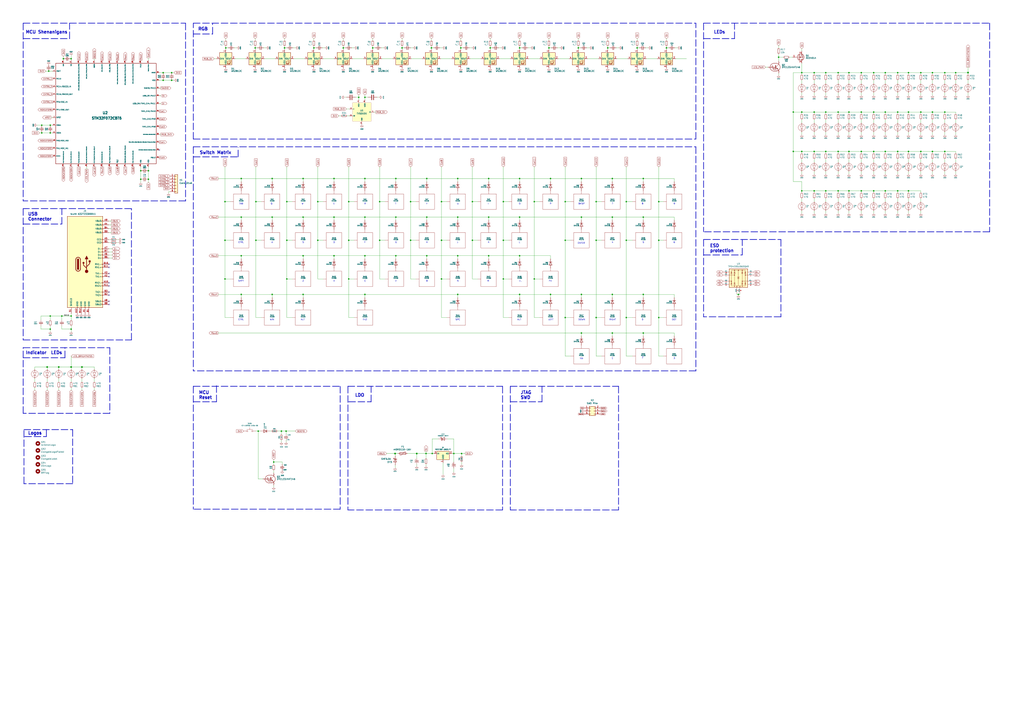
<source format=kicad_sch>
(kicad_sch (version 20230121) (generator eeschema)
  (paper "A1")
  (title_block (title "ElongatePCB") (date "2021-07-01") (rev "pre-Delta-rc2") (company "Designed by Gondolindrim") (comment 1 "In partnership with MrKeebs and 159"))
  (junction (at 67.31 301.625) (diameter 1.2192))
  (junction (at 210.185 165.735) (diameter 1.016))
  (junction (at 48.26 301.625) (diameter 1.2192))
  (junction (at 464.185 260.985) (diameter 1.016))
  (junction (at 294.64 80.01) (diameter 1.016))
  (junction (at 678.18 156.845) (diameter 1.016))
  (junction (at 325.12 146.685) (diameter 1.016))
  (junction (at 514.35 260.985) (diameter 1.016))
  (junction (at 58.42 301.625) (diameter 1.2192))
  (junction (at 337.185 197.485) (diameter 1.016))
  (junction (at 210.185 197.485) (diameter 1.016))
  (junction (at 765.81 92.075) (diameter 1.016))
  (junction (at 528.32 146.685) (diameter 1.016))
  (junction (at 121.92 147.32) (diameter 1.016))
  (junction (at 299.72 241.935) (diameter 1.016))
  (junction (at 362.585 229.235) (diameter 1.016))
  (junction (at 514.35 197.485) (diameter 1.016))
  (junction (at 426.72 178.435) (diameter 1.016))
  (junction (at 372.745 372.745) (diameter 1.016))
  (junction (at 784.86 59.69) (diameter 1.016))
  (junction (at 737.235 124.46) (diameter 1.016))
  (junction (at 658.495 92.075) (diameter 1.016))
  (junction (at 248.92 241.935) (diameter 1.016))
  (junction (at 299.72 178.435) (diameter 1.016))
  (junction (at 286.385 197.485) (diameter 1.016))
  (junction (at 337.185 165.735) (diameter 1.016))
  (junction (at 223.52 178.435) (diameter 1.016))
  (junction (at 477.52 178.435) (diameter 1.016))
  (junction (at 697.23 59.69) (diameter 1.016))
  (junction (at 233.68 39.37) (diameter 1.016))
  (junction (at 41.275 259.715) (diameter 1.016))
  (junction (at 717.55 156.845) (diameter 1.016))
  (junction (at 58.42 48.26) (diameter 1.016))
  (junction (at 707.39 92.075) (diameter 1.016))
  (junction (at 489.585 165.735) (diameter 1.016))
  (junction (at 707.39 59.69) (diameter 1.016))
  (junction (at 281.94 39.37) (diameter 1.016))
  (junction (at 438.785 229.235) (diameter 1.016))
  (junction (at 401.32 178.435) (diameter 1.016))
  (junction (at 668.655 92.075) (diameter 1.016))
  (junction (at 727.075 92.075) (diameter 1.016))
  (junction (at 528.32 241.935) (diameter 1.016))
  (junction (at 52.07 48.26) (diameter 1.016))
  (junction (at 707.39 156.845) (diameter 1.016))
  (junction (at 375.92 210.185) (diameter 1.016))
  (junction (at 274.32 178.435) (diameter 1.016))
  (junction (at 477.52 146.685) (diameter 1.016))
  (junction (at 224.79 379.73) (diameter 1.016))
  (junction (at 737.235 59.69) (diameter 1.016))
  (junction (at 477.52 273.685) (diameter 1.016))
  (junction (at 678.18 124.46) (diameter 1.016))
  (junction (at 489.585 197.485) (diameter 1.016))
  (junction (at 140.97 59.69) (diameter 1.016))
  (junction (at 606.425 241.935) (diameter 1.016))
  (junction (at 231.14 354.33) (diameter 1.016))
  (junction (at 115.57 140.335) (diameter 1.016))
  (junction (at 223.52 146.685) (diameter 1.016))
  (junction (at 354.33 39.37) (diameter 1.016))
  (junction (at 658.495 156.845) (diameter 1.016))
  (junction (at 350.52 210.185) (diameter 1.016))
  (junction (at 209.55 39.37) (diameter 1.016))
  (junction (at 688.34 124.46) (diameter 1.016))
  (junction (at 651.51 124.46) (diameter 1.016))
  (junction (at 765.81 124.46) (diameter 1.016))
  (junction (at 717.55 92.075) (diameter 1.016))
  (junction (at 58.42 270.51) (diameter 1.016))
  (junction (at 426.72 39.37) (diameter 1.016))
  (junction (at 41.275 109.22) (diameter 1.016))
  (junction (at 523.24 39.37) (diameter 1.016))
  (junction (at 324.485 372.745) (diameter 1.2192))
  (junction (at 198.12 210.185) (diameter 1.016))
  (junction (at 387.985 165.735) (diameter 1.016))
  (junction (at 401.32 210.185) (diameter 1.016))
  (junction (at 697.23 124.46) (diameter 1.016))
  (junction (at 737.235 92.075) (diameter 1.016))
  (junction (at 362.585 165.735) (diameter 1.016))
  (junction (at 121.92 140.335) (diameter 1.016))
  (junction (at 325.12 178.435) (diameter 1.016))
  (junction (at 325.12 210.185) (diameter 1.016))
  (junction (at 235.585 197.485) (diameter 1.016))
  (junction (at 350.52 178.435) (diameter 1.016))
  (junction (at 299.72 210.185) (diameter 1.016))
  (junction (at 688.34 59.69) (diameter 1.016))
  (junction (at 413.385 229.235) (diameter 1.016))
  (junction (at 775.97 59.69) (diameter 1.016))
  (junction (at 502.92 241.935) (diameter 1.016))
  (junction (at 688.34 156.845) (diameter 1.016))
  (junction (at 115.57 147.32) (diameter 1.016))
  (junction (at 34.29 109.22) (diameter 1.016))
  (junction (at 198.12 178.435) (diameter 1.016))
  (junction (at 354.965 372.745) (diameter 1.016))
  (junction (at 212.09 354.33) (diameter 1.016))
  (junction (at 286.385 229.235) (diameter 1.016))
  (junction (at 547.37 39.37) (diameter 1.016))
  (junction (at 756.285 92.075) (diameter 1.016))
  (junction (at 401.32 146.685) (diameter 1.016))
  (junction (at 502.92 146.685) (diameter 1.016))
  (junction (at 38.735 301.625) (diameter 1.2192))
  (junction (at 746.125 59.69) (diameter 1.016))
  (junction (at 746.125 156.845) (diameter 1.016))
  (junction (at 350.52 146.685) (diameter 1.016))
  (junction (at 274.32 210.185) (diameter 1.016))
  (junction (at 185.42 39.37) (diameter 1.016))
  (junction (at 362.585 197.485) (diameter 1.016))
  (junction (at 678.18 59.69) (diameter 1.016))
  (junction (at 668.655 124.46) (diameter 1.016))
  (junction (at 697.23 92.075) (diameter 1.016))
  (junction (at 528.32 273.685) (diameter 1.016))
  (junction (at 707.39 124.46) (diameter 1.016))
  (junction (at 678.18 92.075) (diameter 1.016))
  (junction (at 756.285 124.46) (diameter 1.016))
  (junction (at 413.385 165.735) (diameter 1.016))
  (junction (at 452.12 241.935) (diameter 1.016))
  (junction (at 378.46 39.37) (diameter 1.016))
  (junction (at 41.275 102.87) (diameter 1.016))
  (junction (at 387.985 197.485) (diameter 1.016))
  (junction (at 464.185 197.485) (diameter 1.016))
  (junction (at 658.495 124.46) (diameter 1.016))
  (junction (at 50.8 259.715) (diameter 1.016))
  (junction (at 474.98 39.37) (diameter 1.016))
  (junction (at 477.52 241.935) (diameter 1.016))
  (junction (at 34.29 102.87) (diameter 1.016))
  (junction (at 184.785 229.235) (diameter 1.016))
  (junction (at 658.495 59.69) (diameter 1.016))
  (junction (at 717.55 59.69) (diameter 1.016))
  (junction (at 235.585 229.235) (diameter 1.016))
  (junction (at 311.785 165.735) (diameter 1.016))
  (junction (at 260.985 165.735) (diameter 1.016))
  (junction (at 541.02 260.985) (diameter 1.016))
  (junction (at 274.32 146.685) (diameter 1.016))
  (junction (at 286.385 165.735) (diameter 1.016))
  (junction (at 502.92 178.435) (diameter 1.016))
  (junction (at 541.02 197.485) (diameter 1.016))
  (junction (at 257.81 39.37) (diameter 1.016))
  (junction (at 184.785 197.485) (diameter 1.016))
  (junction (at 668.655 59.69) (diameter 1.016))
  (junction (at 58.42 259.715) (diameter 1.016))
  (junction (at 426.72 241.935) (diameter 1.016))
  (junction (at 311.785 197.485) (diameter 1.016))
  (junction (at 727.075 59.69) (diameter 1.016))
  (junction (at 248.92 178.435) (diameter 1.016))
  (junction (at 140.97 66.04) (diameter 1.016))
  (junction (at 260.985 197.485) (diameter 1.016))
  (junction (at 651.51 92.075) (diameter 1.016))
  (junction (at 514.35 165.735) (diameter 1.016))
  (junction (at 717.55 124.46) (diameter 1.016))
  (junction (at 639.445 46.99) (diameter 1.016))
  (junction (at 413.385 197.485) (diameter 1.016))
  (junction (at 198.12 146.685) (diameter 1.016))
  (junction (at 375.92 146.685) (diameter 1.016))
  (junction (at 306.07 39.37) (diameter 1.016))
  (junction (at 40.005 58.42) (diameter 1.016))
  (junction (at 184.785 165.735) (diameter 1.016))
  (junction (at 235.585 165.735) (diameter 1.016))
  (junction (at 426.72 146.685) (diameter 1.016))
  (junction (at 795.02 59.69) (diameter 1.2192))
  (junction (at 452.12 146.685) (diameter 1.016))
  (junction (at 402.59 39.37) (diameter 1.016))
  (junction (at 765.81 59.69) (diameter 1.016))
  (junction (at 248.92 210.185) (diameter 1.016))
  (junction (at 502.92 273.685) (diameter 1.016))
  (junction (at 528.32 178.435) (diameter 1.016))
  (junction (at 688.34 92.075) (diameter 1.016))
  (junction (at 41.275 270.51) (diameter 1.016))
  (junction (at 375.92 241.935) (diameter 1.016))
  (junction (at 248.92 146.685) (diameter 1.016))
  (junction (at 541.02 165.735) (diameter 1.016))
  (junction (at 375.92 178.435) (diameter 1.016))
  (junction (at 489.585 260.985) (diameter 1.016))
  (junction (at 756.285 59.69) (diameter 1.016))
  (junction (at 223.52 241.935) (diameter 1.016))
  (junction (at 299.72 146.685) (diameter 1.016))
  (junction (at 133.985 59.69) (diameter 1.016))
  (junction (at 438.785 165.735) (diameter 1.016))
  (junction (at 133.985 66.04) (diameter 1.016))
  (junction (at 499.11 39.37) (diameter 1.016))
  (junction (at 775.97 124.46) (diameter 1.016))
  (junction (at 464.185 165.735) (diameter 1.016))
  (junction (at 330.2 39.37) (diameter 1.016))
  (junction (at 727.075 124.46) (diameter 1.016))
  (junction (at 349.885 372.745) (diameter 1.016))
  (junction (at 234.95 354.33) (diameter 1.016))
  (junction (at 342.265 372.745) (diameter 1.2192))
  (junction (at 379.095 372.745) (diameter 1.016))
  (junction (at 198.12 241.935) (diameter 1.016))
  (junction (at 668.655 156.845) (diameter 1.016))
  (junction (at 746.125 92.075) (diameter 1.016))
  (junction (at 775.97 92.075) (diameter 1.016))
  (junction (at 727.075 156.845) (diameter 1.016))
  (junction (at 697.23 156.845) (diameter 1.016))
  (junction (at 737.235 156.845) (diameter 1.016))
  (junction (at 450.85 39.37) (diameter 1.016))
  (junction (at 426.72 210.185) (diameter 1.016))
  (junction (at 746.125 124.46) (diameter 1.016))
  (junction (at 299.72 80.01) (diameter 1.016))
  (no_connect (at 89.535 242.57))
  (no_connect (at 89.535 247.65))
  (no_connect (at 89.535 234.95))
  (no_connect (at 130.81 123.19))
  (no_connect (at 89.535 224.79))
  (no_connect (at 89.535 232.41))
  (no_connect (at 89.535 217.17))
  (no_connect (at 89.535 250.19))
  (no_connect (at 89.535 240.03))
  (no_connect (at 89.535 227.33))
  (no_connect (at 89.535 219.71))
  (wire (pts (xy 523.24 38.1) (xy 523.24 39.37)))
  (wire (pts (xy 553.72 180.975) (xy 553.72 178.435)))
  (wire (pts (xy 457.835 39.37) (xy 459.74 39.37)))
  (wire (pts (xy 133.985 59.69) (xy 133.985 60.325)))
  (wire (pts (xy 248.92 178.435) (xy 223.52 178.435)))
  (wire (pts (xy 746.125 68.58) (xy 746.125 66.04)))
  (wire (pts (xy 775.97 59.69) (xy 784.86 59.69)))
  (wire (pts (xy 212.09 354.33) (xy 213.995 354.33)))
  (wire (pts (xy 362.585 229.235) (xy 362.585 197.485)))
  (wire (pts (xy 639.445 46.99) (xy 643.255 46.99)))
  (wire (pts (xy 426.72 212.725) (xy 426.72 210.185)))
  (polyline (pts (xy 508 317.5) (xy 508 419.1)) (stroke (width 0.508) (type dash)))
  (wire (pts (xy 184.785 229.235) (xy 184.785 197.485)))
  (wire (pts (xy 678.18 110.49) (xy 678.18 108.585)))
  (polyline (pts (xy 571.5 304.8) (xy 158.75 304.8)) (stroke (width 0.508) (type dash)))
  (wire (pts (xy 688.34 100.965) (xy 688.34 98.425)))
  (wire (pts (xy 33.655 259.715) (xy 41.275 259.715)))
  (polyline (pts (xy 19.05 171.45) (xy 19.05 279.4)) (stroke (width 0.508) (type dash)))
  (polyline (pts (xy 158.75 114.3) (xy 158.75 19.05)) (stroke (width 0.508) (type dash)))
  (wire (pts (xy 209.55 38.1) (xy 209.55 39.37)))
  (polyline (pts (xy 174.625 27.94) (xy 174.625 19.05)) (stroke (width 0.508) (type dash)))
  (wire (pts (xy 284.48 89.535) (xy 287.02 89.535)))
  (wire (pts (xy 210.185 197.485) (xy 210.185 165.735)))
  (wire (pts (xy 499.11 39.37) (xy 501.015 39.37)))
  (wire (pts (xy 198.12 146.685) (xy 179.07 146.685)))
  (wire (pts (xy 89.535 209.55) (xy 92.075 209.55)))
  (wire (pts (xy 224.79 386.715) (xy 224.79 388.62)))
  (wire (pts (xy 349.885 381.635) (xy 349.885 382.905)))
  (wire (pts (xy 392.43 229.235) (xy 387.985 229.235)))
  (wire (pts (xy 658.495 59.69) (xy 658.495 60.96)))
  (wire (pts (xy 506.73 48.26) (xy 515.62 48.26)))
  (wire (pts (xy 233.68 39.37) (xy 235.585 39.37)))
  (polyline (pts (xy 19.05 184.15) (xy 50.8 184.15)) (stroke (width 0.508) (type dash)))
  (wire (pts (xy 775.97 124.46) (xy 784.86 124.46)))
  (wire (pts (xy 489.585 197.485) (xy 489.585 165.735)))
  (wire (pts (xy 257.81 31.75) (xy 257.81 33.02)))
  (wire (pts (xy 658.495 92.075) (xy 658.495 93.345)))
  (wire (pts (xy 530.86 48.26) (xy 539.75 48.26)))
  (wire (pts (xy 697.23 165.735) (xy 697.23 163.195)))
  (wire (pts (xy 235.585 197.485) (xy 235.585 165.735)))
  (wire (pts (xy 34.29 108.585) (xy 34.29 109.22)))
  (wire (pts (xy 227.965 354.33) (xy 231.14 354.33)))
  (wire (pts (xy 697.23 124.46) (xy 707.39 124.46)))
  (wire (pts (xy 756.285 142.875) (xy 756.285 140.97)))
  (wire (pts (xy 325.12 210.185) (xy 325.12 212.725)))
  (polyline (pts (xy 158.75 120.65) (xy 571.5 120.65)) (stroke (width 0.508) (type dash)))
  (wire (pts (xy 375.92 180.975) (xy 375.92 178.435)))
  (wire (pts (xy 737.235 156.845) (xy 737.235 158.115)))
  (wire (pts (xy 189.23 229.235) (xy 184.785 229.235)))
  (wire (pts (xy 678.18 133.35) (xy 678.18 130.81)))
  (wire (pts (xy 115.57 137.16) (xy 115.57 140.335)))
  (wire (pts (xy 216.535 39.37) (xy 218.44 39.37)))
  (wire (pts (xy 240.665 39.37) (xy 242.57 39.37)))
  (wire (pts (xy 775.97 68.58) (xy 775.97 66.04)))
  (wire (pts (xy 707.39 59.69) (xy 717.55 59.69)))
  (wire (pts (xy 502.92 273.685) (xy 477.52 273.685)))
  (polyline (pts (xy 38.1 358.775) (xy 38.1 353.06)) (stroke (width 0.508) (type dash)))
  (wire (pts (xy 502.92 178.435) (xy 477.52 178.435)))
  (wire (pts (xy 658.495 124.46) (xy 668.655 124.46)))
  (wire (pts (xy 756.285 68.58) (xy 756.285 66.04)))
  (wire (pts (xy 523.24 39.37) (xy 525.145 39.37)))
  (polyline (pts (xy 812.8 19.05) (xy 812.8 190.5)) (stroke (width 0.508) (type dash)))
  (wire (pts (xy 290.83 260.985) (xy 286.385 260.985)))
  (wire (pts (xy 209.55 39.37) (xy 211.455 39.37)))
  (wire (pts (xy 41.275 270.51) (xy 41.275 272.415)))
  (wire (pts (xy 89.535 187.96) (xy 91.44 187.96)))
  (polyline (pts (xy 279.4 317.5) (xy 279.4 418.465)) (stroke (width 0.508) (type dash)))
  (wire (pts (xy 443.23 260.985) (xy 438.785 260.985)))
  (wire (pts (xy 223.52 178.435) (xy 198.12 178.435)))
  (wire (pts (xy 697.23 92.075) (xy 697.23 93.345)))
  (wire (pts (xy 502.92 149.225) (xy 502.92 146.685)))
  (wire (pts (xy 452.12 212.725) (xy 452.12 210.185)))
  (wire (pts (xy 248.92 149.225) (xy 248.92 146.685)))
  (wire (pts (xy 528.32 244.475) (xy 528.32 241.935)))
  (wire (pts (xy 737.235 92.075) (xy 746.125 92.075)))
  (wire (pts (xy 746.125 165.735) (xy 746.125 163.195)))
  (wire (pts (xy 541.02 292.735) (xy 544.83 292.735)))
  (wire (pts (xy 717.55 124.46) (xy 717.55 125.73)))
  (wire (pts (xy 33.655 259.715) (xy 33.655 262.89)))
  (wire (pts (xy 717.55 110.49) (xy 717.55 108.585)))
  (polyline (pts (xy 304.8 330.2) (xy 304.8 317.5)) (stroke (width 0.508) (type dash)))
  (wire (pts (xy 514.35 260.985) (xy 519.43 260.985)))
  (wire (pts (xy 294.64 78.105) (xy 294.64 80.01)))
  (wire (pts (xy 337.185 197.485) (xy 337.185 165.735)))
  (wire (pts (xy 697.23 156.845) (xy 697.23 158.115)))
  (wire (pts (xy 372.745 372.745) (xy 372.745 379.73)))
  (wire (pts (xy 668.655 59.69) (xy 668.655 60.96)))
  (wire (pts (xy 547.37 31.75) (xy 547.37 33.02)))
  (wire (pts (xy 317.5 372.745) (xy 324.485 372.745)))
  (wire (pts (xy 324.485 372.745) (xy 327.025 372.745)))
  (wire (pts (xy 334.645 372.745) (xy 342.265 372.745)))
  (polyline (pts (xy 577.85 196.85) (xy 641.35 196.85)) (stroke (width 0.508) (type dash)))
  (wire (pts (xy 697.23 133.35) (xy 697.23 130.81)))
  (wire (pts (xy 286.385 260.985) (xy 286.385 229.235)))
  (wire (pts (xy 367.03 197.485) (xy 362.585 197.485)))
  (wire (pts (xy 658.495 124.46) (xy 658.495 125.73)))
  (wire (pts (xy 325.12 178.435) (xy 299.72 178.435)))
  (wire (pts (xy 41.275 102.87) (xy 43.18 102.87)))
  (wire (pts (xy 233.68 39.37) (xy 233.68 40.64)))
  (wire (pts (xy 138.43 157.48) (xy 139.7 157.48)))
  (wire (pts (xy 417.83 260.985) (xy 413.385 260.985)))
  (wire (pts (xy 450.85 39.37) (xy 452.755 39.37)))
  (wire (pts (xy 477.52 146.685) (xy 452.12 146.685)))
  (wire (pts (xy 89.535 181.61) (xy 91.44 181.61)))
  (polyline (pts (xy 152.4 19.05) (xy 152.4 165.1)) (stroke (width 0.508) (type dash)))
  (wire (pts (xy 57.785 48.26) (xy 58.42 48.26)))
  (polyline (pts (xy 508 419.1) (xy 419.1 419.1)) (stroke (width 0.508) (type dash)))
  (wire (pts (xy 417.83 229.235) (xy 413.385 229.235)))
  (wire (pts (xy 325.12 146.685) (xy 325.12 149.225)))
  (wire (pts (xy 89.535 199.39) (xy 90.805 199.39)))
  (wire (pts (xy 354.33 39.37) (xy 354.33 40.64)))
  (polyline (pts (xy 641.35 260.35) (xy 577.85 260.35)) (stroke (width 0.508) (type dash)))
  (wire (pts (xy 379.095 381.635) (xy 379.095 379.73)))
  (wire (pts (xy 341.63 165.735) (xy 337.185 165.735)))
  (wire (pts (xy 184.785 197.485) (xy 184.785 165.735)))
  (wire (pts (xy 514.35 197.485) (xy 514.35 260.985)))
  (polyline (pts (xy 577.85 19.05) (xy 577.85 190.5)) (stroke (width 0.508) (type dash)))
  (wire (pts (xy 765.81 78.105) (xy 765.81 76.2)))
  (wire (pts (xy 737.235 100.965) (xy 737.235 98.425)))
  (wire (pts (xy 367.03 229.235) (xy 362.585 229.235)))
  (wire (pts (xy 784.86 100.965) (xy 784.86 98.425)))
  (wire (pts (xy 727.075 156.845) (xy 737.235 156.845)))
  (wire (pts (xy 184.785 165.735) (xy 184.785 137.16)))
  (wire (pts (xy 378.46 39.37) (xy 378.46 40.64)))
  (wire (pts (xy 668.655 156.845) (xy 678.18 156.845)))
  (wire (pts (xy 299.72 178.435) (xy 274.32 178.435)))
  (wire (pts (xy 224.79 379.73) (xy 231.775 379.73)))
  (wire (pts (xy 464.185 165.735) (xy 464.185 137.16)))
  (polyline (pts (xy 812.8 190.5) (xy 577.85 190.5)) (stroke (width 0.508) (type dash)))
  (wire (pts (xy 506.095 39.37) (xy 508 39.37)))
  (polyline (pts (xy 158.75 114.3) (xy 571.5 114.3)) (stroke (width 0.508) (type dash)))
  (wire (pts (xy 658.495 110.49) (xy 658.495 108.585)))
  (wire (pts (xy 697.23 68.58) (xy 697.23 66.04)))
  (wire (pts (xy 746.125 59.69) (xy 756.285 59.69)))
  (wire (pts (xy 477.52 276.225) (xy 477.52 273.685)))
  (wire (pts (xy 413.385 229.235) (xy 413.385 197.485)))
  (wire (pts (xy 385.445 39.37) (xy 387.35 39.37)))
  (wire (pts (xy 688.34 124.46) (xy 697.23 124.46)))
  (wire (pts (xy 717.55 59.69) (xy 717.55 60.96)))
  (wire (pts (xy 737.235 175.26) (xy 737.235 173.355)))
  (wire (pts (xy 707.39 165.735) (xy 707.39 163.195)))
  (wire (pts (xy 658.495 165.735) (xy 658.495 163.195)))
  (polyline (pts (xy 19.05 31.75) (xy 57.15 31.75)) (stroke (width 0.508) (type dash)))
  (wire (pts (xy 260.985 165.735) (xy 260.985 137.16)))
  (wire (pts (xy 528.32 241.935) (xy 553.72 241.935)))
  (wire (pts (xy 313.69 48.26) (xy 322.58 48.26)))
  (wire (pts (xy 795.02 78.105) (xy 795.02 76.2)))
  (wire (pts (xy 606.425 241.935) (xy 606.425 242.57)))
  (wire (pts (xy 378.46 39.37) (xy 380.365 39.37)))
  (wire (pts (xy 133.985 65.405) (xy 133.985 66.04)))
  (wire (pts (xy 468.63 165.735) (xy 464.185 165.735)))
  (wire (pts (xy 707.39 92.075) (xy 717.55 92.075)))
  (wire (pts (xy 372.745 372.745) (xy 379.095 372.745)))
  (wire (pts (xy 379.095 374.65) (xy 379.095 372.745)))
  (wire (pts (xy 477.52 241.935) (xy 452.12 241.935)))
  (wire (pts (xy 688.34 133.35) (xy 688.34 130.81)))
  (polyline (pts (xy 107.95 171.45) (xy 19.05 171.45)) (stroke (width 0.508) (type dash)))
  (wire (pts (xy 67.31 303.53) (xy 67.31 301.625)))
  (wire (pts (xy 494.03 165.735) (xy 489.585 165.735)))
  (wire (pts (xy 688.34 110.49) (xy 688.34 108.585)))
  (polyline (pts (xy 57.15 31.75) (xy 57.15 19.05)) (stroke (width 0.508) (type dash)))
  (wire (pts (xy 514.35 165.735) (xy 514.35 197.485)))
  (polyline (pts (xy 195.58 128.905) (xy 195.58 121.285)) (stroke (width 0.508) (type dash)))
  (wire (pts (xy 502.92 244.475) (xy 502.92 241.935)))
  (wire (pts (xy 40.005 58.42) (xy 43.18 58.42)))
  (wire (pts (xy 240.03 229.235) (xy 235.585 229.235)))
  (wire (pts (xy 214.63 260.985) (xy 210.185 260.985)))
  (wire (pts (xy 468.63 197.485) (xy 464.185 197.485)))
  (wire (pts (xy 795.02 55.245) (xy 795.02 59.69)))
  (wire (pts (xy 746.125 124.46) (xy 756.285 124.46)))
  (wire (pts (xy 494.03 260.985) (xy 489.585 260.985)))
  (wire (pts (xy 189.23 165.735) (xy 184.785 165.735)))
  (wire (pts (xy 678.18 124.46) (xy 678.18 125.73)))
  (polyline (pts (xy 412.75 317.5) (xy 412.75 419.1)) (stroke (width 0.508) (type dash)))
  (wire (pts (xy 286.385 229.235) (xy 286.385 197.485)))
  (wire (pts (xy 198.12 244.475) (xy 198.12 241.935)))
  (wire (pts (xy 678.18 78.105) (xy 678.18 76.2)))
  (wire (pts (xy 707.39 142.875) (xy 707.39 140.97)))
  (wire (pts (xy 34.29 102.87) (xy 34.29 103.505)))
  (wire (pts (xy 361.315 39.37) (xy 363.22 39.37)))
  (wire (pts (xy 89.535 191.135) (xy 91.44 191.135)))
  (wire (pts (xy 541.02 165.735) (xy 541.02 197.485)))
  (wire (pts (xy 775.97 100.965) (xy 775.97 98.425)))
  (wire (pts (xy 639.445 60.325) (xy 639.445 61.595)))
  (wire (pts (xy 607.695 241.935) (xy 607.695 241.3)))
  (wire (pts (xy 265.43 165.735) (xy 260.985 165.735)))
  (wire (pts (xy 765.81 92.075) (xy 775.97 92.075)))
  (wire (pts (xy 514.35 197.485) (xy 519.43 197.485)))
  (wire (pts (xy 756.285 124.46) (xy 756.285 125.73)))
  (wire (pts (xy 95.885 199.39) (xy 97.155 199.39)))
  (wire (pts (xy 746.125 124.46) (xy 746.125 125.73)))
  (wire (pts (xy 41.275 108.585) (xy 41.275 109.22)))
  (wire (pts (xy 52.07 48.26) (xy 52.705 48.26)))
  (wire (pts (xy 765.81 110.49) (xy 765.81 108.585)))
  (polyline (pts (xy 158.75 120.65) (xy 158.75 304.8)) (stroke (width 0.508) (type dash)))
  (wire (pts (xy 223.52 180.975) (xy 223.52 178.435)))
  (wire (pts (xy 668.655 124.46) (xy 668.655 125.73)))
  (wire (pts (xy 198.12 241.935) (xy 179.07 241.935)))
  (wire (pts (xy 668.655 156.845) (xy 668.655 158.115)))
  (wire (pts (xy 52.07 46.355) (xy 52.07 48.26)))
  (wire (pts (xy 426.72 39.37) (xy 428.625 39.37)))
  (wire (pts (xy 541.02 197.485) (xy 544.83 197.485)))
  (wire (pts (xy 651.51 124.46) (xy 651.51 149.225)))
  (wire (pts (xy 41.91 96.52) (xy 43.18 96.52)))
  (wire (pts (xy 707.39 100.965) (xy 707.39 98.425)))
  (wire (pts (xy 494.03 292.735) (xy 489.585 292.735)))
  (polyline (pts (xy 412.75 419.1) (xy 285.75 419.1)) (stroke (width 0.508) (type dash)))
  (wire (pts (xy 299.72 146.685) (xy 274.32 146.685)))
  (wire (pts (xy 426.72 146.685) (xy 401.32 146.685)))
  (wire (pts (xy 784.86 124.46) (xy 784.86 125.73)))
  (wire (pts (xy 474.98 31.75) (xy 474.98 33.02)))
  (polyline (pts (xy 19.05 339.725) (xy 19.05 285.75)) (stroke (width 0.508) (type dash)))
  (wire (pts (xy 688.34 92.075) (xy 688.34 93.345)))
  (wire (pts (xy 727.075 59.69) (xy 737.235 59.69)))
  (wire (pts (xy 221.615 354.33) (xy 222.885 354.33)))
  (wire (pts (xy 477.52 180.975) (xy 477.52 178.435)))
  (wire (pts (xy 697.23 156.845) (xy 707.39 156.845)))
  (wire (pts (xy 248.92 241.935) (xy 223.52 241.935)))
  (wire (pts (xy 707.39 124.46) (xy 707.39 125.73)))
  (wire (pts (xy 212.09 354.33) (xy 212.09 393.7)))
  (wire (pts (xy 50.8 270.51) (xy 58.42 270.51)))
  (wire (pts (xy 121.92 137.16) (xy 121.92 140.335)))
  (polyline (pts (xy 577.85 196.85) (xy 577.85 260.35)) (stroke (width 0.508) (type dash)))
  (wire (pts (xy 765.81 142.875) (xy 765.81 140.97)))
  (wire (pts (xy 378.46 38.1) (xy 378.46 39.37)))
  (wire (pts (xy 707.39 156.845) (xy 707.39 158.115)))
  (wire (pts (xy 668.655 133.35) (xy 668.655 130.81)))
  (wire (pts (xy 189.23 197.485) (xy 184.785 197.485)))
  (wire (pts (xy 717.55 156.845) (xy 717.55 158.115)))
  (wire (pts (xy 223.52 244.475) (xy 223.52 241.935)))
  (wire (pts (xy 294.64 80.01) (xy 294.64 81.915)))
  (wire (pts (xy 375.92 210.185) (xy 350.52 210.185)))
  (wire (pts (xy 474.98 39.37) (xy 474.98 40.64)))
  (wire (pts (xy 288.925 39.37) (xy 290.83 39.37)))
  (wire (pts (xy 668.655 175.26) (xy 668.655 173.355)))
  (wire (pts (xy 299.72 80.01) (xy 299.72 81.915)))
  (polyline (pts (xy 571.5 114.3) (xy 571.5 19.05)) (stroke (width 0.508) (type dash)))
  (wire (pts (xy 281.94 39.37) (xy 281.94 40.64)))
  (wire (pts (xy 121.92 147.32) (xy 121.92 149.86)))
  (wire (pts (xy 375.92 149.225) (xy 375.92 146.685)))
  (wire (pts (xy 410.21 48.26) (xy 419.1 48.26)))
  (wire (pts (xy 401.32 180.975) (xy 401.32 178.435)))
  (wire (pts (xy 387.985 197.485) (xy 387.985 229.235)))
  (wire (pts (xy 356.235 372.745) (xy 354.965 372.745)))
  (wire (pts (xy 658.495 100.965) (xy 658.495 98.425)))
  (wire (pts (xy 468.63 260.985) (xy 464.185 260.985)))
  (wire (pts (xy 775.97 142.875) (xy 775.97 140.97)))
  (wire (pts (xy 210.185 197.485) (xy 210.185 260.985)))
  (wire (pts (xy 392.43 197.485) (xy 387.985 197.485)))
  (wire (pts (xy 433.705 39.37) (xy 435.61 39.37)))
  (wire (pts (xy 717.55 142.875) (xy 717.55 140.97)))
  (wire (pts (xy 464.185 260.985) (xy 464.185 292.735)))
  (wire (pts (xy 210.185 354.33) (xy 212.09 354.33)))
  (wire (pts (xy 224.79 377.825) (xy 224.79 379.73)))
  (wire (pts (xy 746.125 156.845) (xy 746.125 158.115)))
  (wire (pts (xy 313.055 39.37) (xy 314.96 39.37)))
  (wire (pts (xy 756.285 110.49) (xy 756.285 108.585)))
  (wire (pts (xy 130.81 66.04) (xy 133.985 66.04)))
  (wire (pts (xy 58.42 45.72) (xy 58.42 48.26)))
  (wire (pts (xy 401.32 212.725) (xy 401.32 210.185)))
  (wire (pts (xy 668.655 100.965) (xy 668.655 98.425)))
  (wire (pts (xy 697.23 100.965) (xy 697.23 98.425)))
  (wire (pts (xy 678.18 68.58) (xy 678.18 66.04)))
  (wire (pts (xy 547.37 39.37) (xy 547.37 40.64)))
  (wire (pts (xy 688.34 68.58) (xy 688.34 66.04)))
  (wire (pts (xy 502.92 276.225) (xy 502.92 273.685)))
  (polyline (pts (xy 158.75 128.905) (xy 195.58 128.905)) (stroke (width 0.508) (type dash)))
  (wire (pts (xy 426.72 180.975) (xy 426.72 178.435)))
  (wire (pts (xy 547.37 39.37) (xy 549.275 39.37)))
  (polyline (pts (xy 19.05 285.75) (xy 90.17 285.75)) (stroke (width 0.508) (type dash)))
  (wire (pts (xy 299.72 180.975) (xy 299.72 178.435)))
  (wire (pts (xy 198.12 210.185) (xy 179.07 210.185)))
  (wire (pts (xy 688.34 142.875) (xy 688.34 140.97)))
  (wire (pts (xy 658.495 149.225) (xy 658.495 156.845)))
  (wire (pts (xy 678.18 124.46) (xy 688.34 124.46)))
  (wire (pts (xy 765.81 59.69) (xy 775.97 59.69)))
  (wire (pts (xy 311.15 80.01) (xy 309.88 80.01)))
  (wire (pts (xy 514.35 165.735) (xy 519.43 165.735)))
  (polyline (pts (xy 19.05 279.4) (xy 107.95 279.4)) (stroke (width 0.508) (type dash)))
  (wire (pts (xy 737.235 142.875) (xy 737.235 140.97)))
  (wire (pts (xy 541.02 197.485) (xy 541.02 260.985)))
  (wire (pts (xy 737.235 110.49) (xy 737.235 108.585)))
  (wire (pts (xy 231.775 379.73) (xy 231.775 381.635)))
  (wire (pts (xy 426.72 38.1) (xy 426.72 39.37)))
  (wire (pts (xy 362.585 229.235) (xy 362.585 260.985)))
  (wire (pts (xy 688.34 175.26) (xy 688.34 173.355)))
  (wire (pts (xy 89.535 207.01) (xy 92.075 207.01)))
  (wire (pts (xy 223.52 149.225) (xy 223.52 146.685)))
  (wire (pts (xy 375.92 241.935) (xy 426.72 241.935)))
  (wire (pts (xy 290.83 197.485) (xy 286.385 197.485)))
  (wire (pts (xy 438.785 165.735) (xy 438.785 137.16)))
  (wire (pts (xy 349.885 372.745) (xy 349.885 376.555)))
  (wire (pts (xy 58.42 311.15) (xy 58.42 313.69)))
  (wire (pts (xy 58.42 267.97) (xy 58.42 270.51)))
  (wire (pts (xy 67.31 320.675) (xy 67.31 318.77)))
  (wire (pts (xy 450.85 38.1) (xy 450.85 39.37)))
  (wire (pts (xy 688.34 156.845) (xy 688.34 158.115)))
  (wire (pts (xy 265.43 197.485) (xy 260.985 197.485)))
  (wire (pts (xy 337.185 39.37) (xy 339.09 39.37)))
  (wire (pts (xy 697.23 92.075) (xy 707.39 92.075)))
  (wire (pts (xy 756.285 78.105) (xy 756.285 76.2)))
  (wire (pts (xy 502.92 241.935) (xy 477.52 241.935)))
  (wire (pts (xy 775.97 92.075) (xy 784.86 92.075)))
  (wire (pts (xy 409.575 39.37) (xy 411.48 39.37)))
  (wire (pts (xy 688.34 165.735) (xy 688.34 163.195)))
  (wire (pts (xy 707.39 175.26) (xy 707.39 173.355)))
  (wire (pts (xy 175.895 48.26) (xy 177.8 48.26)))
  (wire (pts (xy 697.23 175.26) (xy 697.23 173.355)))
  (wire (pts (xy 658.495 78.105) (xy 658.495 76.2)))
  (wire (pts (xy 707.39 124.46) (xy 717.55 124.46)))
  (wire (pts (xy 58.42 259.715) (xy 58.42 262.89)))
  (wire (pts (xy 717.55 175.26) (xy 717.55 173.355)))
  (wire (pts (xy 48.26 303.53) (xy 48.26 301.625)))
  (wire (pts (xy 658.495 156.845) (xy 658.495 158.115)))
  (wire (pts (xy 130.81 110.49) (xy 132.08 110.49)))
  (wire (pts (xy 130.81 59.69) (xy 133.985 59.69)))
  (wire (pts (xy 341.63 229.235) (xy 337.185 229.235)))
  (wire (pts (xy 350.52 178.435) (xy 325.12 178.435)))
  (polyline (pts (xy 285.75 317.5) (xy 412.75 317.5)) (stroke (width 0.508) (type dash)))
  (wire (pts (xy 553.72 149.225) (xy 553.72 146.685)))
  (wire (pts (xy 528.32 149.225) (xy 528.32 146.685)))
  (wire (pts (xy 668.655 68.58) (xy 668.655 66.04)))
  (wire (pts (xy 668.655 92.075) (xy 668.655 93.345)))
  (wire (pts (xy 765.81 92.075) (xy 765.81 93.345)))
  (wire (pts (xy 209.55 31.75) (xy 209.55 33.02)))
  (wire (pts (xy 474.98 39.37) (xy 476.885 39.37)))
  (wire (pts (xy 756.285 156.845) (xy 756.285 158.115)))
  (wire (pts (xy 38.735 303.53) (xy 38.735 301.625)))
  (wire (pts (xy 639.445 46.99) (xy 639.445 50.165)))
  (wire (pts (xy 50.8 259.715) (xy 58.42 259.715)))
  (wire (pts (xy 737.235 124.46) (xy 746.125 124.46)))
  (wire (pts (xy 688.34 59.69) (xy 697.23 59.69)))
  (wire (pts (xy 737.235 133.35) (xy 737.235 130.81)))
  (wire (pts (xy 354.965 360.68) (xy 360.045 360.68)))
  (wire (pts (xy 77.47 303.53) (xy 77.47 301.625)))
  (wire (pts (xy 401.32 149.225) (xy 401.32 146.685)))
  (wire (pts (xy 354.33 39.37) (xy 356.235 39.37)))
  (wire (pts (xy 553.72 178.435) (xy 528.32 178.435)))
  (wire (pts (xy 115.57 147.32) (xy 115.57 149.86)))
  (wire (pts (xy 668.655 165.735) (xy 668.655 163.195)))
  (wire (pts (xy 130.81 78.74) (xy 132.08 78.74)))
  (wire (pts (xy 717.55 92.075) (xy 717.55 93.345)))
  (wire (pts (xy 231.14 354.33) (xy 231.14 356.87)))
  (wire (pts (xy 502.92 146.685) (xy 477.52 146.685)))
  (wire (pts (xy 198.12 210.185) (xy 248.92 210.185)))
  (wire (pts (xy 58.42 292.735) (xy 58.42 301.625)))
  (wire (pts (xy 727.075 110.49) (xy 727.075 108.585)))
  (polyline (pts (xy 577.85 209.55) (xy 609.6 209.55)) (stroke (width 0.508) (type dash)))
  (polyline (pts (xy 152.4 165.1) (xy 19.05 165.1)) (stroke (width 0.508) (type dash)))
  (polyline (pts (xy 286.385 330.2) (xy 304.8 330.2)) (stroke (width 0.508) (type dash)))
  (wire (pts (xy 324.485 372.745) (xy 324.485 374.65)))
  (wire (pts (xy 401.32 178.435) (xy 375.92 178.435)))
  (wire (pts (xy 248.92 146.685) (xy 223.52 146.685)))
  (wire (pts (xy 185.42 31.75) (xy 185.42 33.02)))
  (wire (pts (xy 554.99 48.26) (xy 563.88 48.26)))
  (polyline (pts (xy 445.135 330.2) (xy 445.135 317.5)) (stroke (width 0.508) (type dash)))
  (wire (pts (xy 605.155 241.935) (xy 606.425 241.935)))
  (polyline (pts (xy 107.95 279.4) (xy 107.95 171.45)) (stroke (width 0.508) (type dash)))
  (wire (pts (xy 746.125 100.965) (xy 746.125 98.425)))
  (wire (pts (xy 678.18 142.875) (xy 678.18 140.97)))
  (wire (pts (xy 765.81 133.35) (xy 765.81 130.81)))
  (wire (pts (xy 367.665 360.68) (xy 372.745 360.68)))
  (wire (pts (xy 765.81 124.46) (xy 765.81 125.73)))
  (wire (pts (xy 342.265 372.745) (xy 342.265 376.555)))
  (wire (pts (xy 765.81 100.965) (xy 765.81 98.425)))
  (wire (pts (xy 528.32 180.975) (xy 528.32 178.435)))
  (polyline (pts (xy 641.35 196.85) (xy 641.35 260.35)) (stroke (width 0.508) (type dash)))
  (wire (pts (xy 541.02 260.985) (xy 541.02 292.735)))
  (wire (pts (xy 727.075 156.845) (xy 727.075 158.115)))
  (wire (pts (xy 375.92 244.475) (xy 375.92 241.935)))
  (wire (pts (xy 795.02 68.58) (xy 795.02 66.04)))
  (wire (pts (xy 639.445 37.465) (xy 639.445 39.37)))
  (wire (pts (xy 350.52 180.975) (xy 350.52 178.435)))
  (wire (pts (xy 28.575 311.15) (xy 28.575 313.69)))
  (wire (pts (xy 452.12 244.475) (xy 452.12 241.935)))
  (wire (pts (xy 224.79 400.05) (xy 224.79 398.78)))
  (wire (pts (xy 489.585 292.735) (xy 489.585 260.985)))
  (wire (pts (xy 477.52 244.475) (xy 477.52 241.935)))
  (wire (pts (xy 231.14 363.22) (xy 231.14 361.95)))
  (wire (pts (xy 349.885 372.745) (xy 354.965 372.745)))
  (wire (pts (xy 189.23 260.985) (xy 184.785 260.985)))
  (wire (pts (xy 223.52 241.935) (xy 198.12 241.935)))
  (polyline (pts (xy 577.85 31.75) (xy 603.25 31.75)) (stroke (width 0.508) (type dash)))
  (wire (pts (xy 28.575 320.675) (xy 28.575 318.77)))
  (wire (pts (xy 678.18 165.735) (xy 678.18 163.195)))
  (wire (pts (xy 392.43 165.735) (xy 387.985 165.735)))
  (wire (pts (xy 350.52 146.685) (xy 325.12 146.685)))
  (wire (pts (xy 372.745 372.745) (xy 372.745 360.68)))
  (wire (pts (xy 33.655 270.51) (xy 41.275 270.51)))
  (wire (pts (xy 494.03 197.485) (xy 489.585 197.485)))
  (wire (pts (xy 717.55 100.965) (xy 717.55 98.425)))
  (wire (pts (xy 240.03 165.735) (xy 235.585 165.735)))
  (wire (pts (xy 299.72 210.185) (xy 274.32 210.185)))
  (wire (pts (xy 489.585 197.485) (xy 489.585 260.985)))
  (wire (pts (xy 688.34 59.69) (xy 688.34 60.96)))
  (wire (pts (xy 553.72 273.685) (xy 528.32 273.685)))
  (wire (pts (xy 530.225 39.37) (xy 532.13 39.37)))
  (wire (pts (xy 234.95 354.33) (xy 234.95 356.87)))
  (wire (pts (xy 281.94 39.37) (xy 283.845 39.37)))
  (wire (pts (xy 668.655 78.105) (xy 668.655 76.2)))
  (wire (pts (xy 33.655 267.97) (xy 33.655 270.51)))
  (wire (pts (xy 464.185 197.485) (xy 464.185 260.985)))
  (wire (pts (xy 502.92 180.975) (xy 502.92 178.435)))
  (polyline (pts (xy 285.75 317.5) (xy 285.75 419.1)) (stroke (width 0.508) (type dash)))
  (wire (pts (xy 464.185 197.485) (xy 464.185 165.735)))
  (wire (pts (xy 89.535 204.47) (xy 92.075 204.47)))
  (wire (pts (xy 210.185 165.735) (xy 210.185 137.16)))
  (wire (pts (xy 286.385 197.485) (xy 286.385 165.735)))
  (wire (pts (xy 375.92 178.435) (xy 350.52 178.435)))
  (wire (pts (xy 302.26 80.01) (xy 299.72 80.01)))
  (wire (pts (xy 133.985 59.69) (xy 140.97 59.69)))
  (wire (pts (xy 115.57 147.32) (xy 116.205 147.32)))
  (wire (pts (xy 678.18 92.075) (xy 678.18 93.345)))
  (wire (pts (xy 658.495 175.26) (xy 658.495 173.355)))
  (wire (pts (xy 121.92 147.32) (xy 121.285 147.32)))
  (wire (pts (xy 316.23 165.735) (xy 311.785 165.735)))
  (wire (pts (xy 514.35 292.735) (xy 519.43 292.735)))
  (wire (pts (xy 651.51 92.075) (xy 651.51 124.46)))
  (wire (pts (xy 140.97 65.405) (xy 140.97 66.04)))
  (wire (pts (xy 378.46 31.75) (xy 378.46 33.02)))
  (wire (pts (xy 372.745 387.985) (xy 372.745 384.81)))
  (wire (pts (xy 240.03 197.485) (xy 235.585 197.485)))
  (wire (pts (xy 651.51 59.69) (xy 651.51 92.075)))
  (wire (pts (xy 658.495 142.875) (xy 658.495 140.97)))
  (wire (pts (xy 688.34 156.845) (xy 697.23 156.845)))
  (wire (pts (xy 452.12 241.935) (xy 426.72 241.935)))
  (polyline (pts (xy 419.1 330.2) (xy 445.135 330.2)) (stroke (width 0.508) (type dash)))
  (wire (pts (xy 223.52 146.685) (xy 198.12 146.685)))
  (wire (pts (xy 248.92 244.475) (xy 248.92 241.935)))
  (wire (pts (xy 198.12 149.225) (xy 198.12 146.685)))
  (wire (pts (xy 417.83 197.485) (xy 413.385 197.485)))
  (wire (pts (xy 28.575 301.625) (xy 38.735 301.625)))
  (wire (pts (xy 38.735 301.625) (xy 48.26 301.625)))
  (wire (pts (xy 48.26 301.625) (xy 58.42 301.625)))
  (wire (pts (xy 58.42 301.625) (xy 67.31 301.625)))
  (wire (pts (xy 67.31 301.625) (xy 77.47 301.625)))
  (wire (pts (xy 554.355 39.37) (xy 556.26 39.37)))
  (wire (pts (xy 299.72 212.725) (xy 299.72 210.185)))
  (wire (pts (xy 489.585 165.735) (xy 489.585 137.16)))
  (polyline (pts (xy 19.685 353.06) (xy 59.69 353.06)) (stroke (width 0.508) (type dash)))
  (wire (pts (xy 443.23 229.235) (xy 438.785 229.235)))
  (wire (pts (xy 289.56 48.26) (xy 298.45 48.26)))
  (wire (pts (xy 658.495 40.005) (xy 658.495 41.91)))
  (wire (pts (xy 528.32 178.435) (xy 502.92 178.435)))
  (wire (pts (xy 363.855 380.365) (xy 363.855 389.89)))
  (wire (pts (xy 32.385 109.22) (xy 34.29 109.22)))
  (wire (pts (xy 325.12 146.685) (xy 299.72 146.685)))
  (wire (pts (xy 756.285 133.35) (xy 756.285 130.81)))
  (wire (pts (xy 528.32 273.685) (xy 502.92 273.685)))
  (wire (pts (xy 241.3 48.26) (xy 250.19 48.26)))
  (wire (pts (xy 541.02 260.985) (xy 544.83 260.985)))
  (wire (pts (xy 264.795 39.37) (xy 266.7 39.37)))
  (wire (pts (xy 528.32 146.685) (xy 502.92 146.685)))
  (wire (pts (xy 354.33 38.1) (xy 354.33 39.37)))
  (wire (pts (xy 260.985 229.235) (xy 260.985 197.485)))
  (polyline (pts (xy 577.85 19.05) (xy 812.8 19.05)) (stroke (width 0.508) (type dash)))
  (wire (pts (xy 306.07 39.37) (xy 306.07 40.64)))
  (wire (pts (xy 737.235 156.845) (xy 746.125 156.845)))
  (wire (pts (xy 121.92 140.335) (xy 121.92 147.32)))
  (wire (pts (xy 402.59 31.75) (xy 402.59 33.02)))
  (wire (pts (xy 89.535 212.09) (xy 92.075 212.09)))
  (wire (pts (xy 443.23 165.735) (xy 438.785 165.735)))
  (polyline (pts (xy 279.4 418.465) (xy 158.75 418.465)) (stroke (width 0.508) (type dash)))
  (polyline (pts (xy 59.69 353.06) (xy 59.69 397.51)) (stroke (width 0.508) (type dash)))
  (wire (pts (xy 651.51 124.46) (xy 658.495 124.46)))
  (wire (pts (xy 746.125 133.35) (xy 746.125 130.81)))
  (wire (pts (xy 697.23 124.46) (xy 697.23 125.73)))
  (wire (pts (xy 737.235 59.69) (xy 737.235 60.96)))
  (wire (pts (xy 775.97 124.46) (xy 775.97 125.73)))
  (wire (pts (xy 737.235 68.58) (xy 737.235 66.04)))
  (wire (pts (xy 274.32 180.975) (xy 274.32 178.435)))
  (wire (pts (xy 121.92 47.625) (xy 121.92 49.53)))
  (wire (pts (xy 274.32 212.725) (xy 274.32 210.185)))
  (wire (pts (xy 401.32 210.185) (xy 375.92 210.185)))
  (wire (pts (xy 138.43 158.75) (xy 138.43 157.48)))
  (wire (pts (xy 48.26 320.675) (xy 48.26 318.77)))
  (wire (pts (xy 775.97 133.35) (xy 775.97 130.81)))
  (wire (pts (xy 678.18 175.26) (xy 678.18 173.355)))
  (wire (pts (xy 746.125 142.875) (xy 746.125 140.97)))
  (wire (pts (xy 547.37 38.1) (xy 547.37 39.37)))
  (wire (pts (xy 784.86 78.105) (xy 784.86 76.2)))
  (wire (pts (xy 765.81 124.46) (xy 775.97 124.46)))
  (wire (pts (xy 784.86 68.58) (xy 784.86 66.04)))
  (wire (pts (xy 658.495 59.69) (xy 668.655 59.69)))
  (wire (pts (xy 717.55 59.69) (xy 727.075 59.69)))
  (polyline (pts (xy 571.5 120.65) (xy 571.5 304.8)) (stroke (width 0.508) (type dash)))
  (wire (pts (xy 697.23 59.69) (xy 697.23 60.96)))
  (wire (pts (xy 77.47 320.675) (xy 77.47 318.77)))
  (wire (pts (xy 350.52 210.185) (xy 325.12 210.185)))
  (wire (pts (xy 58.42 48.26) (xy 58.42 49.53)))
  (wire (pts (xy 697.23 59.69) (xy 707.39 59.69)))
  (wire (pts (xy 265.43 48.26) (xy 274.32 48.26)))
  (wire (pts (xy 41.275 259.715) (xy 41.275 262.89)))
  (wire (pts (xy 688.34 78.105) (xy 688.34 76.2)))
  (wire (pts (xy 235.585 229.235) (xy 235.585 197.485)))
  (wire (pts (xy 651.51 92.075) (xy 658.495 92.075)))
  (polyline (pts (xy 158.75 317.5) (xy 279.4 317.5)) (stroke (width 0.508) (type dash)))
  (wire (pts (xy 514.35 260.985) (xy 514.35 292.735)))
  (wire (pts (xy 316.23 197.485) (xy 311.785 197.485)))
  (wire (pts (xy 426.72 244.475) (xy 426.72 241.935)))
  (wire (pts (xy 299.72 149.225) (xy 299.72 146.685)))
  (wire (pts (xy 450.85 31.75) (xy 450.85 33.02)))
  (wire (pts (xy 115.57 140.335) (xy 116.205 140.335)))
  (wire (pts (xy 651.51 59.69) (xy 658.495 59.69)))
  (wire (pts (xy 248.92 241.935) (xy 299.72 241.935)))
  (wire (pts (xy 130.81 72.39) (xy 132.08 72.39)))
  (wire (pts (xy 553.72 241.935) (xy 553.72 244.475)))
  (wire (pts (xy 737.235 124.46) (xy 737.235 125.73)))
  (wire (pts (xy 746.125 156.845) (xy 756.285 156.845)))
  (polyline (pts (xy 20.32 358.775) (xy 38.1 358.775)) (stroke (width 0.508) (type dash)))
  (wire (pts (xy 367.03 165.735) (xy 362.585 165.735)))
  (wire (pts (xy 95.885 196.85) (xy 97.155 196.85)))
  (wire (pts (xy 678.18 100.965) (xy 678.18 98.425)))
  (wire (pts (xy 354.33 31.75) (xy 354.33 33.02)))
  (wire (pts (xy 707.39 156.845) (xy 717.55 156.845)))
  (wire (pts (xy 248.92 180.975) (xy 248.92 178.435)))
  (wire (pts (xy 707.39 59.69) (xy 707.39 60.96)))
  (wire (pts (xy 361.95 48.26) (xy 370.84 48.26)))
  (wire (pts (xy 38.735 320.675) (xy 38.735 318.77)))
  (wire (pts (xy 371.475 372.745) (xy 372.745 372.745)))
  (wire (pts (xy 235.585 260.985) (xy 235.585 229.235)))
  (wire (pts (xy 58.42 257.81) (xy 58.42 259.715)))
  (polyline (pts (xy 50.8 184.15) (xy 50.8 171.45)) (stroke (width 0.508) (type dash)))
  (wire (pts (xy 311.785 165.735) (xy 311.785 137.16)))
  (wire (pts (xy 658.495 149.225) (xy 651.51 149.225)))
  (wire (pts (xy 717.55 78.105) (xy 717.55 76.2)))
  (wire (pts (xy 77.47 311.15) (xy 77.47 313.69)))
  (wire (pts (xy 274.32 146.685) (xy 248.92 146.685)))
  (wire (pts (xy 382.27 372.745) (xy 379.095 372.745)))
  (wire (pts (xy 737.235 165.735) (xy 737.235 163.195)))
  (wire (pts (xy 299.72 80.01) (xy 299.72 78.105)))
  (wire (pts (xy 756.285 92.075) (xy 756.285 93.345)))
  (wire (pts (xy 281.94 31.75) (xy 281.94 33.02)))
  (wire (pts (xy 474.98 38.1) (xy 474.98 39.37)))
  (wire (pts (xy 179.07 273.685) (xy 477.52 273.685)))
  (wire (pts (xy 231.14 354.33) (xy 234.95 354.33)))
  (wire (pts (xy 756.285 59.69) (xy 765.81 59.69)))
  (wire (pts (xy 38.735 311.15) (xy 38.735 313.69)))
  (wire (pts (xy 342.265 372.745) (xy 349.885 372.745)))
  (wire (pts (xy 330.2 31.75) (xy 330.2 33.02)))
  (polyline (pts (xy 158.75 19.05) (xy 571.5 19.05)) (stroke (width 0.508) (type dash)))
  (wire (pts (xy 775.97 78.105) (xy 775.97 76.2)))
  (polyline (pts (xy 90.17 339.725) (xy 19.05 339.725)) (stroke (width 0.508) (type dash)))
  (wire (pts (xy 198.12 180.975) (xy 198.12 178.435)))
  (wire (pts (xy 668.655 142.875) (xy 668.655 140.97)))
  (wire (pts (xy 727.075 92.075) (xy 737.235 92.075)))
  (wire (pts (xy 426.72 178.435) (xy 401.32 178.435)))
  (wire (pts (xy 438.785 260.985) (xy 438.785 229.235)))
  (wire (pts (xy 628.65 55.245) (xy 630.555 55.245)))
  (wire (pts (xy 697.23 110.49) (xy 697.23 108.585)))
  (wire (pts (xy 290.83 229.235) (xy 286.385 229.235)))
  (polyline (pts (xy 19.05 294.005) (xy 53.34 294.005)) (stroke (width 0.508) (type dash)))
  (wire (pts (xy 658.495 52.07) (xy 658.495 59.69)))
  (wire (pts (xy 737.235 92.075) (xy 737.235 93.345)))
  (wire (pts (xy 707.39 92.075) (xy 707.39 93.345)))
  (wire (pts (xy 234.95 363.22) (xy 234.95 361.95)))
  (wire (pts (xy 413.385 197.485) (xy 413.385 165.735)))
  (wire (pts (xy 727.075 142.875) (xy 727.075 140.97)))
  (wire (pts (xy 387.985 197.485) (xy 387.985 165.735)))
  (wire (pts (xy 41.275 259.715) (xy 50.8 259.715)))
  (polyline (pts (xy 177.8 330.2) (xy 177.8 316.865)) (stroke (width 0.508) (type dash)))
  (wire (pts (xy 257.81 39.37) (xy 259.715 39.37)))
  (wire (pts (xy 717.55 133.35) (xy 717.55 130.81)))
  (wire (pts (xy 185.42 38.1) (xy 185.42 39.37)))
  (wire (pts (xy 34.29 109.22) (xy 41.275 109.22)))
  (wire (pts (xy 50.8 259.715) (xy 50.8 262.89)))
  (wire (pts (xy 402.59 39.37) (xy 404.495 39.37)))
  (wire (pts (xy 140.97 66.04) (xy 142.875 66.04)))
  (wire (pts (xy 341.63 197.485) (xy 337.185 197.485)))
  (wire (pts (xy 523.24 31.75) (xy 523.24 33.02)))
  (wire (pts (xy 233.68 38.1) (xy 233.68 39.37)))
  (wire (pts (xy 240.03 260.985) (xy 235.585 260.985)))
  (wire (pts (xy 214.63 165.735) (xy 210.185 165.735)))
  (wire (pts (xy 499.11 38.1) (xy 499.11 39.37)))
  (wire (pts (xy 417.83 165.735) (xy 413.385 165.735)))
  (wire (pts (xy 426.72 210.185) (xy 401.32 210.185)))
  (polyline (pts (xy 158.75 317.5) (xy 158.75 418.465)) (stroke (width 0.508) (type dash)))
  (wire (pts (xy 784.86 133.35) (xy 784.86 130.81)))
  (wire (pts (xy 541.02 165.735) (xy 541.02 137.16)))
  (wire (pts (xy 274.32 210.185) (xy 248.92 210.185)))
  (wire (pts (xy 337.185 165.735) (xy 337.185 137.16)))
  (wire (pts (xy 217.17 48.26) (xy 226.06 48.26)))
  (wire (pts (xy 795.02 59.69) (xy 795.02 60.96)))
  (wire (pts (xy 184.785 260.985) (xy 184.785 229.235)))
  (wire (pts (xy 115.57 140.335) (xy 115.57 147.32)))
  (wire (pts (xy 274.32 178.435) (xy 248.92 178.435)))
  (wire (pts (xy 362.585 165.735) (xy 362.585 137.16)))
  (wire (pts (xy 658.495 68.58) (xy 658.495 66.04)))
  (wire (pts (xy 717.55 124.46) (xy 727.075 124.46)))
  (wire (pts (xy 707.39 68.58) (xy 707.39 66.04)))
  (wire (pts (xy 41.275 109.22) (xy 43.18 109.22)))
  (wire (pts (xy 756.285 124.46) (xy 765.81 124.46)))
  (wire (pts (xy 553.72 273.685) (xy 553.72 276.225)))
  (wire (pts (xy 697.23 142.875) (xy 697.23 140.97)))
  (wire (pts (xy 234.95 354.33) (xy 242.57 354.33)))
  (wire (pts (xy 306.07 39.37) (xy 307.975 39.37)))
  (wire (pts (xy 756.285 59.69) (xy 756.285 60.96)))
  (wire (pts (xy 523.24 39.37) (xy 523.24 40.64)))
  (wire (pts (xy 367.03 260.985) (xy 362.585 260.985)))
  (wire (pts (xy 727.075 124.46) (xy 727.075 125.73)))
  (wire (pts (xy 756.285 92.075) (xy 765.81 92.075)))
  (wire (pts (xy 58.42 303.53) (xy 58.42 301.625)))
  (wire (pts (xy 707.39 133.35) (xy 707.39 130.81)))
  (wire (pts (xy 784.86 110.49) (xy 784.86 108.585)))
  (wire (pts (xy 402.59 39.37) (xy 402.59 40.64)))
  (wire (pts (xy 140.97 59.69) (xy 142.875 59.69)))
  (wire (pts (xy 756.285 165.735) (xy 756.285 163.195)))
  (wire (pts (xy 784.86 92.075) (xy 784.86 93.345)))
  (wire (pts (xy 50.8 267.97) (xy 50.8 270.51)))
  (wire (pts (xy 678.18 156.845) (xy 688.34 156.845)))
  (wire (pts (xy 775.97 59.69) (xy 775.97 60.96)))
  (polyline (pts (xy 603.25 31.75) (xy 603.25 19.05)) (stroke (width 0.508) (type dash)))
  (wire (pts (xy 402.59 38.1) (xy 402.59 39.37)))
  (wire (pts (xy 311.785 229.235) (xy 311.785 197.485)))
  (wire (pts (xy 307.34 92.075) (xy 308.61 92.075)))
  (wire (pts (xy 697.23 78.105) (xy 697.23 76.2)))
  (wire (pts (xy 458.47 48.26) (xy 467.36 48.26)))
  (wire (pts (xy 658.495 156.845) (xy 668.655 156.845)))
  (wire (pts (xy 499.11 39.37) (xy 499.11 40.64)))
  (wire (pts (xy 438.785 165.735) (xy 438.785 229.235)))
  (wire (pts (xy 514.35 165.735) (xy 514.35 137.16)))
  (wire (pts (xy 281.94 38.1) (xy 281.94 39.37)))
  (wire (pts (xy 133.985 66.04) (xy 140.97 66.04)))
  (polyline (pts (xy 419.1 317.5) (xy 419.1 419.1)) (stroke (width 0.508) (type dash)))
  (wire (pts (xy 274.32 149.225) (xy 274.32 146.685)))
  (wire (pts (xy 290.83 165.735) (xy 286.385 165.735)))
  (wire (pts (xy 311.785 197.485) (xy 311.785 165.735)))
  (wire (pts (xy 765.81 59.69) (xy 765.81 60.96)))
  (polyline (pts (xy 59.69 397.51) (xy 19.685 397.51)) (stroke (width 0.508) (type dash)))
  (wire (pts (xy 130.81 85.09) (xy 132.08 85.09)))
  (wire (pts (xy 707.39 78.105) (xy 707.39 76.2)))
  (wire (pts (xy 727.075 92.075) (xy 727.075 93.345)))
  (wire (pts (xy 452.12 210.185) (xy 426.72 210.185)))
  (wire (pts (xy 746.125 92.075) (xy 746.125 93.345)))
  (wire (pts (xy 668.655 59.69) (xy 678.18 59.69)))
  (wire (pts (xy 737.235 59.69) (xy 746.125 59.69)))
  (wire (pts (xy 292.1 80.01) (xy 294.64 80.01)))
  (wire (pts (xy 727.075 59.69) (xy 727.075 60.96)))
  (wire (pts (xy 41.275 102.87) (xy 41.275 103.505)))
  (wire (pts (xy 265.43 229.235) (xy 260.985 229.235)))
  (wire (pts (xy 717.55 92.075) (xy 727.075 92.075)))
  (wire (pts (xy 717.55 165.735) (xy 717.55 163.195)))
  (wire (pts (xy 375.92 146.685) (xy 350.52 146.685)))
  (wire (pts (xy 668.655 110.49) (xy 668.655 108.585)))
  (wire (pts (xy 746.125 110.49) (xy 746.125 108.585)))
  (wire (pts (xy 140.97 59.69) (xy 140.97 60.325)))
  (wire (pts (xy 775.97 110.49) (xy 775.97 108.585)))
  (wire (pts (xy 375.92 212.725) (xy 375.92 210.185)))
  (wire (pts (xy 198.12 178.435) (xy 179.07 178.435)))
  (wire (pts (xy 185.42 39.37) (xy 185.42 40.64)))
  (wire (pts (xy 71.12 137.16) (xy 71.12 139.065)))
  (wire (pts (xy 37.465 58.42) (xy 40.005 58.42)))
  (wire (pts (xy 746.125 175.26) (xy 746.125 173.355)))
  (wire (pts (xy 648.335 46.99) (xy 650.875 46.99)))
  (wire (pts (xy 426.72 39.37) (xy 426.72 40.64)))
  (wire (pts (xy 658.495 133.35) (xy 658.495 130.81)))
  (wire (pts (xy 28.575 303.53) (xy 28.575 301.625)))
  (wire (pts (xy 278.13 95.25) (xy 280.035 95.25)))
  (wire (pts (xy 306.07 31.75) (xy 306.07 33.02)))
  (wire (pts (xy 541.02 165.735) (xy 544.83 165.735)))
  (polyline (pts (xy 158.75 330.2) (xy 177.8 330.2)) (stroke (width 0.508) (type dash)))
  (wire (pts (xy 775.97 92.075) (xy 775.97 93.345)))
  (wire (pts (xy 678.18 59.69) (xy 688.34 59.69)))
  (wire (pts (xy 784.86 59.69) (xy 784.86 60.96)))
  (wire (pts (xy 756.285 100.965) (xy 756.285 98.425)))
  (wire (pts (xy 342.265 381.635) (xy 342.265 382.905)))
  (wire (pts (xy 330.2 38.1) (xy 330.2 39.37)))
  (wire (pts (xy 41.275 267.97) (xy 41.275 270.51)))
  (wire (pts (xy 668.655 124.46) (xy 678.18 124.46)))
  (wire (pts (xy 257.81 38.1) (xy 257.81 39.37)))
  (wire (pts (xy 30.48 102.87) (xy 34.29 102.87)))
  (wire (pts (xy 121.285 140.335) (xy 121.92 140.335)))
  (wire (pts (xy 192.405 39.37) (xy 194.31 39.37)))
  (wire (pts (xy 214.63 197.485) (xy 210.185 197.485)))
  (wire (pts (xy 784.86 59.69) (xy 795.02 59.69)))
  (wire (pts (xy 727.075 100.965) (xy 727.075 98.425)))
  (wire (pts (xy 756.285 175.26) (xy 756.285 173.355)))
  (polyline (pts (xy 419.1 317.5) (xy 508 317.5)) (stroke (width 0.508) (type dash)))
  (wire (pts (xy 688.34 124.46) (xy 688.34 125.73)))
  (wire (pts (xy 737.235 78.105) (xy 737.235 76.2)))
  (wire (pts (xy 434.34 48.26) (xy 443.23 48.26)))
  (wire (pts (xy 286.385 165.735) (xy 286.385 137.16)))
  (wire (pts (xy 235.585 165.735) (xy 235.585 137.16)))
  (wire (pts (xy 426.72 149.225) (xy 426.72 146.685)))
  (wire (pts (xy 482.6 48.26) (xy 491.49 48.26)))
  (wire (pts (xy 193.04 48.26) (xy 201.93 48.26)))
  (wire (pts (xy 89.535 196.85) (xy 90.805 196.85)))
  (wire (pts (xy 499.11 31.75) (xy 499.11 33.02)))
  (wire (pts (xy 58.42 270.51) (xy 58.42 272.415)))
  (wire (pts (xy 324.485 382.27) (xy 324.485 384.175)))
  (wire (pts (xy 299.72 244.475) (xy 299.72 241.935)))
  (wire (pts (xy 224.79 379.73) (xy 224.79 381.635)))
  (wire (pts (xy 306.07 38.1) (xy 306.07 39.37)))
  (wire (pts (xy 727.075 175.26) (xy 727.075 173.355)))
  (wire (pts (xy 330.2 39.37) (xy 330.2 40.64)))
  (wire (pts (xy 668.655 92.075) (xy 678.18 92.075)))
  (polyline (pts (xy 19.685 397.51) (xy 19.685 353.06)) (stroke (width 0.508) (type dash)))
  (polyline (pts (xy 158.75 27.94) (xy 174.625 27.94)) (stroke (width 0.508) (type dash)))
  (wire (pts (xy 185.42 39.37) (xy 187.325 39.37)))
  (wire (pts (xy 283.21 80.01) (xy 284.48 80.01)))
  (wire (pts (xy 481.965 39.37) (xy 483.87 39.37)))
  (wire (pts (xy 34.29 102.87) (xy 41.275 102.87)))
  (wire (pts (xy 765.81 68.58) (xy 765.81 66.04)))
  (wire (pts (xy 248.92 212.725) (xy 248.92 210.185)))
  (wire (pts (xy 784.86 142.875) (xy 784.86 140.97)))
  (wire (pts (xy 89.535 184.785) (xy 91.44 184.785)))
  (wire (pts (xy 325.12 210.185) (xy 299.72 210.185)))
  (wire (pts (xy 452.12 149.225) (xy 452.12 146.685)))
  (wire (pts (xy 450.85 39.37) (xy 450.85 40.64)))
  (wire (pts (xy 426.72 31.75) (xy 426.72 33.02)))
  (wire (pts (xy 349.885 370.84) (xy 349.885 372.745)))
  (wire (pts (xy 387.985 165.735) (xy 387.985 137.16)))
  (wire (pts (xy 605.155 241.3) (xy 605.155 241.935)))
  (wire (pts (xy 678.18 59.69) (xy 678.18 60.96)))
  (wire (pts (xy 746.125 59.69) (xy 746.125 60.96)))
  (wire (pts (xy 727.075 78.105) (xy 727.075 76.2)))
  (wire (pts (xy 452.12 146.685) (xy 426.72 146.685)))
  (wire (pts (xy 316.23 229.235) (xy 311.785 229.235)))
  (polyline (pts (xy 53.34 294.005) (xy 53.34 285.75)) (stroke (width 0.508) (type dash)))
  (wire (pts (xy 688.34 92.075) (xy 697.23 92.075)))
  (wire (pts (xy 233.68 31.75) (xy 233.68 33.02)))
  (wire (pts (xy 727.075 133.35) (xy 727.075 130.81)))
  (wire (pts (xy 350.52 212.725) (xy 350.52 210.185)))
  (wire (pts (xy 337.82 48.26) (xy 346.71 48.26)))
  (wire (pts (xy 606.425 241.935) (xy 607.695 241.935)))
  (wire (pts (xy 386.08 48.26) (xy 394.97 48.26)))
  (wire (pts (xy 285.115 95.25) (xy 287.02 95.25)))
  (wire (pts (xy 553.72 146.685) (xy 528.32 146.685)))
  (wire (pts (xy 413.385 229.235) (xy 413.385 260.985)))
  (wire (pts (xy 67.31 311.15) (xy 67.31 313.69)))
  (wire (pts (xy 528.32 276.225) (xy 528.32 273.685)))
  (wire (pts (xy 528.32 241.935) (xy 502.92 241.935)))
  (wire (pts (xy 678.18 92.075) (xy 688.34 92.075)))
  (polyline (pts (xy 19.05 19.05) (xy 152.4 19.05)) (stroke (width 0.508) (type dash)))
  (wire (pts (xy 678.18 156.845) (xy 678.18 158.115)))
  (wire (pts (xy 354.965 372.745) (xy 354.965 360.68)))
  (wire (pts (xy 658.495 92.075) (xy 668.655 92.075)))
  (wire (pts (xy 260.985 197.485) (xy 260.985 165.735)))
  (wire (pts (xy 58.42 320.675) (xy 58.42 318.77)))
  (wire (pts (xy 413.385 165.735) (xy 413.385 137.16)))
  (wire (pts (xy 330.2 39.37) (xy 332.105 39.37)))
  (wire (pts (xy 299.72 241.935) (xy 375.92 241.935)))
  (polyline (pts (xy 90.17 285.75) (xy 90.17 339.725)) (stroke (width 0.508) (type dash)))
  (wire (pts (xy 362.585 197.485) (xy 362.585 165.735)))
  (wire (pts (xy 198.12 212.725) (xy 198.12 210.185)))
  (wire (pts (xy 325.12 178.435) (xy 325.12 180.975)))
  (wire (pts (xy 350.52 149.225) (xy 350.52 146.685)))
  (wire (pts (xy 215.9 393.7) (xy 212.09 393.7)))
  (wire (pts (xy 48.26 311.15) (xy 48.26 313.69)))
  (wire (pts (xy 727.075 124.46) (xy 737.235 124.46)))
  (polyline (pts (xy 19.05 19.05) (xy 19.05 165.1)) (stroke (width 0.508) (type dash)))
  (wire (pts (xy 639.445 44.45) (xy 639.445 46.99)))
  (wire (pts (xy 209.55 39.37) (xy 209.55 40.64)))
  (wire (pts (xy 468.63 292.735) (xy 464.185 292.735)))
  (polyline (pts (xy 609.6 209.55) (xy 609.6 196.85)) (stroke (width 0.508) (type dash)))
  (wire (pts (xy 52.07 48.26) (xy 52.07 49.53)))
  (wire (pts (xy 727.075 165.735) (xy 727.075 163.195)))
  (wire (pts (xy 337.185 229.235) (xy 337.185 197.485)))
  (wire (pts (xy 746.125 92.075) (xy 756.285 92.075)))
  (wire (pts (xy 727.075 68.58) (xy 727.075 66.04)))
  (wire (pts (xy 746.125 78.105) (xy 746.125 76.2)))
  (wire (pts (xy 401.32 146.685) (xy 375.92 146.685)))
  (wire (pts (xy 77.47 48.26) (xy 77.47 49.53)))
  (wire (pts (xy 477.52 178.435) (xy 426.72 178.435)))
  (wire (pts (xy 707.39 110.49) (xy 707.39 108.585)))
  (wire (pts (xy 717.55 156.845) (xy 727.075 156.845)))
  (wire (pts (xy 257.81 39.37) (xy 257.81 40.64)))
  (wire (pts (xy 477.52 149.225) (xy 477.52 146.685)))
  (wire (pts (xy 717.55 68.58) (xy 717.55 66.04)))
  (text "I" (at 400.685 168.275 0) (effects (font (size 1.27 1.27)) (justify left bottom)))
  (text "W" (at 247.65 168.275 0) (effects (font (size 1.27 1.27)) (justify left bottom)))
  (text "4" (at 502.285 200.025 0) (effects (font (size 1.27 1.27)) (justify left bottom)))
  (text "ALT" (at 424.815 263.525 0) (effects (font (size 1.27 1.27)) (justify left bottom)))
  (text "1" (at 502.285 295.275 0) (effects (font (size 1.27 1.27)) (justify left bottom)))
  (text "Q" (at 222.25 168.275 0) (effects (font (size 1.27 1.27)) (justify left bottom)))
  (text "8" (at 527.05 168.275 0) (effects (font (size 1.27 1.27)) (justify left bottom)))
  (text "0" (at 527.05 263.525 0) (effects (font (size 1.27 1.27)) (justify left bottom)))
  (text "6" (at 553.085 200.025 0) (effects (font (size 1.27 1.27)) (justify left bottom)))
  (text "H" (at 349.885 200.025 0) (effects (font (size 1.27 1.27)) (justify left bottom)))
  (text "E" (at 273.685 168.275 0) (effects (font (size 1.27 1.27)) (justify left bottom)))
  (text "ALT" (at 247.015 263.525 0) (effects (font (size 1.27 1.27)) (justify left bottom)))
  (text "DOWN" (at 474.98 263.525 0) (effects (font (size 1.27 1.27)) (justify left bottom)))
  (text "ESD\nprotection" (at 582.93 207.645 0) (effects (font (size 2.54 2.54) (thickness 0.508) bold) (justify left bottom)))
  (text "DOT" (at 551.815 263.525 0) (effects (font (size 1.27 1.27)) (justify left bottom)))
  (text "LEDs" (at 586.105 27.94 0) (effects (font (size 2.54 2.54) (thickness 0.508) bold) (justify left bottom)))
  (text "MCU Shenanigans" (at 20.955 27.94 0) (effects (font (size 2.54 2.54) (thickness 0.508) bold) (justify left bottom)))
  (text "Indicator  LEDs" (at 20.955 291.465 0) (effects (font (size 2.54 2.54) (thickness 0.508) bold) (justify left bottom)))
  (text "M" (at 400.05 231.775 0) (effects (font (size 1.27 1.27)) (justify left bottom)))
  (text "LDO" (at 291.465 326.39 0) (effects (font (size 2.54 2.54) (thickness 0.508) bold) (justify left bottom)))
  (text "T" (at 324.485 168.275 0) (effects (font (size 1.27 1.27)) (justify left bottom)))
  (text "7" (at 502.285 168.275 0) (effects (font (size 1.27 1.27)) (justify left bottom)))
  (text "SPC" (at 374.015 263.525 0) (effects (font (size 1.27 1.27)) (justify left bottom)))
  (text "<," (at 426.085 231.775 0) (effects (font (size 1.27 1.27)) (justify left bottom)))
  (text "S" (at 248.285 200.025 0) (effects (font (size 1.27 1.27)) (justify left bottom)))
  (text "F" (at 299.085 200.025 0) (effects (font (size 1.27 1.27)) (justify left bottom)))
  (text "V" (at 324.485 231.775 0) (effects (font (size 1.27 1.27)) (justify left bottom)))
  (text "ENTER" (at 474.345 200.66 0) (effects (font (size 1.27 1.27)) (justify left bottom)))
  (text "R" (at 299.085 168.275 0) (effects (font (size 1.27 1.27)) (justify left bottom)))
  (text "Z" (at 248.285 231.775 0) (effects (font (size 1.27 1.27)) (justify left bottom)))
  (text "2" (at 527.05 294.64 0) (effects (font (size 1.27 1.27)) (justify left bottom)))
  (text "CTRL" (at 195.58 200.025 0) (effects (font (size 1.27 1.27)) (justify left bottom)))
  (text "SHFT" (at 195.58 231.775 0) (effects (font (size 1.27 1.27)) (justify left bottom)))
  (text "U" (at 375.285 168.275 0) (effects (font (size 1.27 1.27)) (justify left bottom)))
  (text "N" (at 375.285 231.775 0) (effects (font (size 1.27 1.27)) (justify left bottom)))
  (text "LEFT" (at 450.215 263.525 0) (effects (font (size 1.27 1.27)) (justify left bottom)))
  (text "P" (at 451.485 168.275 0) (effects (font (size 1.27 1.27)) (justify left bottom)))
  (text "TAB" (at 196.215 168.275 0) (effects (font (size 1.27 1.27)) (justify left bottom)))
  (text "J" (at 375.285 200.025 0) (effects (font (size 1.27 1.27)) (justify left bottom)))
  (text "RGB" (at 162.56 25.4 0) (effects (font (size 2.54 2.54) (thickness 0.508) bold) (justify left bottom)))
  (text "5" (at 527.685 200.025 0) (effects (font (size 1.27 1.27)) (justify left bottom)))
  (text "CTRL" (at 195.58 263.525 0) (effects (font (size 1.27 1.27)) (justify left bottom)))
  (text "Y" (at 349.885 168.275 0) (effects (font (size 1.27 1.27)) (justify left bottom)))
  (text "Up" (at 476.25 295.275 0) (effects (font (size 1.27 1.27)) (justify left bottom)))
  (text "MCU\nReset" (at 163.195 328.295 0) (effects (font (size 2.54 2.54) (thickness 0.508) bold) (justify left bottom)))
  (text "JTAG\nSWD" (at 427.355 328.295 0) (effects (font (size 2.54 2.54) (thickness 0.508) bold) (justify left bottom)))
  (text "3" (at 553.085 295.275 0) (effects (font (size 1.27 1.27)) (justify left bottom)))
  (text "Logos" (at 22.86 357.505 0) (effects (font (size 2.54 2.54) (thickness 0.508) bold) (justify left bottom)))
  (text "WIN" (at 221.615 263.525 0) (effects (font (size 1.27 1.27)) (justify left bottom)))
  (text "Switch Matrix" (at 163.83 127 0) (effects (font (size 2.54 2.54) (thickness 0.508) bold) (justify left bottom)))
  (text "Fn2" (at 297.815 263.525 0) (effects (font (size 1.27 1.27)) (justify left bottom)))
  (text "Fn" (at 450.85 231.775 0) (effects (font (size 1.27 1.27)) (justify left bottom)))
  (text "O" (at 426.085 168.275 0) (effects (font (size 1.27 1.27)) (justify left bottom)))
  (text "RIGHT" (at 500.38 263.525 0) (effects (font (size 1.27 1.27)) (justify left bottom)))
  (text "9" (at 553.085 168.275 0) (effects (font (size 1.27 1.27)) (justify left bottom)))
  (text "BKSP" (at 474.98 168.275 0) (effects (font (size 1.27 1.27)) (justify left bottom)))
  (text "D" (at 273.685 200.025 0) (effects (font (size 1.27 1.27)) (justify left bottom)))
  (text "G" (at 324.485 200.025 0) (effects (font (size 1.27 1.27)) (justify left bottom)))
  (text "X" (at 273.685 231.775 0) (effects (font (size 1.27 1.27)) (justify left bottom)))
  (text "C" (at 299.085 231.775 0) (effects (font (size 1.27 1.27)) (justify left bottom)))
  (text "L" (at 426.085 200.025 0) (effects (font (size 1.27 1.27)) (justify left bottom)))
  (text "K" (at 400.685 200.025 0) (effects (font (size 1.27 1.27)) (justify left bottom)))
  (text "B" (at 349.885 231.775 0) (effects (font (size 1.27 1.27)) (justify left bottom)))
  (text "A" (at 222.885 200.025 0) (effects (font (size 1.27 1.27)) (justify left bottom)))
  (text "USB\nConnector" (at 22.86 181.61 0) (effects (font (size 2.54 2.54) (thickness 0.508) bold) (justify left bottom)))
  (label "SHIELD" (at 52.705 259.715 0) (effects (font (size 0.762 0.762) (thickness 0.1524) bold)))
  (global_label "Col3" (shape input) (at 235.585 137.16 90) (property "Intersheetrefs" "${INTERSHEET_REFS}" (effects hide)))
  (global_label "5V" (shape input) (at 639.445 37.465 90) (property "Intersheetrefs" "${INTERSHEET_REFS}" (effects hide)))
  (global_label "5V" (shape input) (at 658.495 40.005 90) (property "Intersheetrefs" "${INTERSHEET_REFS}" (effects hide)))
  (global_label "Col8" (shape output) (at 96.52 137.16 270) (property "Intersheetrefs" "${INTERSHEET_REFS}" (effects hide)))
  (global_label "VBUS" (shape output) (at 91.44 191.135 0) (property "Intersheetrefs" "${INTERSHEET_REFS}" (effects hide)))
  (global_label "nRST" (shape bidirectional) (at 224.79 377.825 90) (property "Intersheetrefs" "${INTERSHEET_REFS}" (effects hide)))
  (global_label "Col1" (shape output) (at 130.81 91.44 0) (effects (font (size 1.143 1.143))) (property "Intersheetrefs" "${INTERSHEET_REFS}" (effects hide)))
  (global_label "INDICATOR3" (shape output) (at 43.18 115.57 180) (effects (font (size 1.143 1.143))) (property "Intersheetrefs" "${INTERSHEET_REFS}" (effects hide)))
  (global_label "Col6" (shape output) (at 109.22 137.16 270) (effects (font (size 1.143 1.143))) (property "Intersheetrefs" "${INTERSHEET_REFS}" (effects hide)))
  (global_label "D-" (shape bidirectional) (at 593.725 223.52 180) (effects (font (size 1.016 1.016))) (property "Intersheetrefs" "${INTERSHEET_REFS}" (effects hide)))
  (global_label "VBUS" (shape output) (at 91.44 187.96 0) (property "Intersheetrefs" "${INTERSHEET_REFS}" (effects hide)))
  (global_label "3V3" (shape input) (at 32.385 109.22 180) (property "Intersheetrefs" "${INTERSHEET_REFS}" (effects hide)))
  (global_label "BOOT0" (shape output) (at 77.47 48.26 90) (property "Intersheetrefs" "${INTERSHEET_REFS}" (effects hide)))
  (global_label "D-" (shape bidirectional) (at 619.125 231.14 0) (effects (font (size 1.016 1.016))) (property "Intersheetrefs" "${INTERSHEET_REFS}" (effects hide)))
  (global_label "LED_PWM" (shape input) (at 628.65 55.245 180) (property "Intersheetrefs" "${INTERSHEET_REFS}" (effects hide)))
  (global_label "5V" (shape input) (at 402.59 31.75 90) (property "Intersheetrefs" "${INTERSHEET_REFS}" (effects hide)))
  (global_label "INDICATOR5" (shape output) (at 52.07 137.16 270) (effects (font (size 1.143 1.143))) (property "Intersheetrefs" "${INTERSHEET_REFS}" (effects hide)))
  (global_label "Row1" (shape output) (at 179.07 146.685 180) (property "Intersheetrefs" "${INTERSHEET_REFS}" (effects hide)))
  (global_label "EXTRA_1" (shape output) (at 43.18 64.77 180) (effects (font (size 1.143 1.143))) (property "Intersheetrefs" "${INTERSHEET_REFS}" (effects hide)))
  (global_label "Row2" (shape output) (at 179.07 178.435 180) (property "Intersheetrefs" "${INTERSHEET_REFS}" (effects hide)))
  (global_label "D-" (shape bidirectional) (at 92.075 204.47 0) (property "Intersheetrefs" "${INTERSHEET_REFS}" (effects hide)))
  (global_label "SWCLK" (shape bidirectional) (at 492.76 337.82 0) (effects (font (size 0.762 0.762))) (property "Intersheetrefs" "${INTERSHEET_REFS}" (effects hide)))
  (global_label "VBUS" (shape output) (at 91.44 184.785 0) (property "Intersheetrefs" "${INTERSHEET_REFS}" (effects hide)))
  (global_label "Col12" (shape output) (at 64.77 49.53 90) (effects (font (size 1.143 1.143))) (property "Intersheetrefs" "${INTERSHEET_REFS}" (effects hide)))
  (global_label "Col13" (shape output) (at 71.12 49.53 90) (effects (font (size 1.143 1.143))) (property "Intersheetrefs" "${INTERSHEET_REFS}" (effects hide)))
  (global_label "D-" (shape bidirectional) (at 619.125 233.68 0) (effects (font (size 1.016 1.016))) (property "Intersheetrefs" "${INTERSHEET_REFS}" (effects hide)))
  (global_label "D+" (shape bidirectional) (at 619.125 223.52 0) (effects (font (size 1.016 1.016))) (property "Intersheetrefs" "${INTERSHEET_REFS}" (effects hide)))
  (global_label "Col6" (shape input) (at 311.785 137.16 90) (property "Intersheetrefs" "${INTERSHEET_REFS}" (effects hide)))
  (global_label "5V" (shape input) (at 499.11 31.75 90) (property "Intersheetrefs" "${INTERSHEET_REFS}" (effects hide)))
  (global_label "5V" (shape input) (at 474.98 31.75 90) (property "Intersheetrefs" "${INTERSHEET_REFS}" (effects hide)))
  (global_label "3V3" (shape input) (at 480.06 335.28 180) (effects (font (size 0.762 0.762))) (property "Intersheetrefs" "${INTERSHEET_REFS}" (effects hide)))
  (global_label "LED_BRIGHTNESS" (shape output) (at 795.02 55.245 90) (property "Intersheetrefs" "${INTERSHEET_REFS}" (effects hide)))
  (global_label "Col4" (shape output) (at 130.81 116.84 0) (effects (font (size 1.143 1.143))) (property "Intersheetrefs" "${INTERSHEET_REFS}" (effects hide)))
  (global_label "Col1" (shape input) (at 184.785 137.16 90) (property "Intersheetrefs" "${INTERSHEET_REFS}" (effects hide)))
  (global_label "Row5" (shape output) (at 179.07 273.685 180) (property "Intersheetrefs" "${INTERSHEET_REFS}" (effects hide)))
  (global_label "nRST" (shape input) (at 492.76 340.36 0) (effects (font (size 0.762 0.762))) (property "Intersheetrefs" "${INTERSHEET_REFS}" (effects hide)))
  (global_label "RGB_3V3" (shape input) (at 284.48 89.535 180) (property "Intersheetrefs" "${INTERSHEET_REFS}" (effects hide)))
  (global_label "INDICATOR6" (shape input) (at 77.47 320.675 270) (property "Intersheetrefs" "${INTERSHEET_REFS}" (effects hide)))
  (global_label "VBUS" (shape input) (at 317.5 372.745 180) (property "Intersheetrefs" "${INTERSHEET_REFS}" (effects hide)))
  (global_label "D+" (shape bidirectional) (at 92.075 212.09 0) (property "Intersheetrefs" "${INTERSHEET_REFS}" (effects hide)))
  (global_label "EXTRA_4" (shape input) (at 139.7 152.4 180) (effects (font (size 1.143 1.143))) (property "Intersheetrefs" "${INTERSHEET_REFS}" (effects hide)))
  (global_label "5V" (shape input) (at 330.2 31.75 90) (property "Intersheetrefs" "${INTERSHEET_REFS}" (effects hide)))
  (global_label "5V" (shape input) (at 378.46 31.75 90) (property "Intersheetrefs" "${INTERSHEET_REFS}" (effects hide)))
  (global_label "Col11" (shape input) (at 438.785 137.16 90) (property "Intersheetrefs" "${INTERSHEET_REFS}" (effects hide)))
  (global_label "nRST" (shape output) (at 41.91 96.52 180) (property "Intersheetrefs" "${INTERSHEET_REFS}" (effects hide)))
  (global_label "5V" (shape input) (at 209.55 31.75 90) (property "Intersheetrefs" "${INTERSHEET_REFS}" (effects hide)))
  (global_label "5V" (shape input) (at 426.72 31.75 90) (property "Intersheetrefs" "${INTERSHEET_REFS}" (effects hide)))
  (global_label "INDICATOR1" (shape input) (at 28.575 320.675 270) (property "Intersheetrefs" "${INTERSHEET_REFS}" (effects hide)))
  (global_label "5V" (shape input) (at 299.72 78.105 90) (property "Intersheetrefs" "${INTERSHEET_REFS}" (effects hide)))
  (global_label "INDICATOR6" (shape output) (at 43.18 90.17 180) (effects (font (size 1.143 1.143))) (property "Intersheetrefs" "${INTERSHEET_REFS}" (effects hide)))
  (global_label "RGB_3V3" (shape output) (at 132.08 110.49 0) (property "Intersheetrefs" "${INTERSHEET_REFS}" (effects hide)))
  (global_label "INDICATOR5" (shape input) (at 67.31 320.675 270) (property "Intersheetrefs" "${INTERSHEET_REFS}" (effects hide)))
  (global_label "Row4" (shape output) (at 102.87 49.53 90) (effects (font (size 1.143 1.143))) (property "Intersheetrefs" "${INTERSHEET_REFS}" (effects hide)))
  (global_label "Col12" (shape input) (at 464.185 137.16 90) (property "Intersheetrefs" "${INTERSHEET_REFS}" (effects hide)))
  (global_label "5V" (shape input) (at 450.85 31.75 90) (property "Intersheetrefs" "${INTERSHEET_REFS}" (effects hide)))
  (global_label "Col14" (shape input) (at 514.35 137.16 90) (property "Intersheetrefs" "${INTERSHEET_REFS}" (effects hide)))
  (global_label "Col3" (shape output) (at 130.81 104.14 0) (effects (font (size 1.143 1.143))) (property "Intersheetrefs" "${INTERSHEET_REFS}" (effects hide)))
  (global_label "5V" (shape input) (at 547.37 31.75 90) (property "Intersheetrefs" "${INTERSHEET_REFS}" (effects hide)))
  (global_label "VBUS" (shape output) (at 91.44 181.61 0) (property "Intersheetrefs" "${INTERSHEET_REFS}" (effects hide)))
  (global_label "D+" (shape bidirectional) (at 132.08 78.74 0) (effects (font (size 1.016 1.016))) (property "Intersheetrefs" "${INTERSHEET_REFS}" (effects hide)))
  (global_label "Col8" (shape input) (at 362.585 137.16 90) (property "Intersheetrefs" "${INTERSHEET_REFS}" (effects hide)))
  (global_label "EXTRA_4" (shape output) (at 43.18 83.82 180) (effects (font (size 1.143 1.143))) (property "Intersheetrefs" "${INTERSHEET_REFS}" (effects hide)))
  (global_label "Col2" (shape input) (at 210.185 137.16 90) (property "Intersheetrefs" "${INTERSHEET_REFS}" (effects hide)))
  (global_label "D-" (shape bidirectional) (at 132.08 85.09 0) (effects (font (size 1.016 1.016))) (property "Intersheetrefs" "${INTERSHEET_REFS}" (effects hide)))
  (global_label "Col15" (shape input) (at 541.02 137.16 90) (property "Intersheetrefs" "${INTERSHEET_REFS}" (effects hide)))
  (global_label "Col7" (shape output) (at 102.87 137.16 270) (property "Intersheetrefs" "${INTERSHEET_REFS}" (effects hide)))
  (global_label "5V" (shape input) (at 354.33 31.75 90) (property "Intersheetrefs" "${INTERSHEET_REFS}" (effects hide)))
  (global_label "5V" (shape input) (at 257.81 31.75 90) (property "Intersheetrefs" "${INTERSHEET_REFS}" (effects hide)))
  (global_label "3V3" (shape input) (at 200.025 354.33 180) (property "Intersheetrefs" "${INTERSHEET_REFS}" (effects hide)))
  (global_label "Col10" (shape output) (at 77.47 137.16 270) (property "Intersheetrefs" "${INTERSHEET_REFS}" (effects hide)))
  (global_label "EXTRA_2" (shape input) (at 139.7 147.32 180) (effects (font (size 1.143 1.143))) (property "Intersheetrefs" "${INTERSHEET_REFS}" (effects hide)))
  (global_label "RGB_5V" (shape input) (at 175.895 48.26 180) (property "Intersheetrefs" "${INTERSHEET_REFS}" (effects hide)))
  (global_label "Col7" (shape input) (at 337.185 137.16 90) (property "Intersheetrefs" "${INTERSHEET_REFS}" (effects hide)))
  (global_label "Row4" (shape output) (at 179.07 241.935 180) (property "Intersheetrefs" "${INTERSHEET_REFS}" (effects hide)))
  (global_label "Row3" (shape output) (at 83.82 137.16 270) (property "Intersheetrefs" "${INTERSHEET_REFS}" (effects hide)))
  (global_label "INDICATOR4" (shape input) (at 58.42 320.675 270) (property "Intersheetrefs" "${INTERSHEET_REFS}" (effects hide)))
  (global_label "INDICATOR1" (shape output) (at 43.18 128.27 180) (effects (font (size 1.143 1.143))) (property "Intersheetrefs" "${INTERSHEET_REFS}" (effects hide)))
  (global_label "Col14" (shape output) (at 83.82 49.53 90) (effects (font (size 1.143 1.143))) (property "Intersheetrefs" "${INTERSHEET_REFS}" (effects hide)))
  (global_label "Row3" (shape output) (at 179.07 210.185 180) (property "Intersheetrefs" "${INTERSHEET_REFS}" (effects hide)))
  (global_label "3V3" (shape input) (at 52.07 46.355 90) (property "Intersheetrefs" "${INTERSHEET_REFS}" (effects hide)))
  (global_label "D-" (shape bidirectional) (at 593.725 226.06 180) (effects (font (size 1.016 1.016))) (property "Intersheetrefs" "${INTERSHEET_REFS}" (effects hide)))
  (global_label "5V" (shape input) (at 306.07 31.75 90) (property "Intersheetrefs" "${INTERSHEET_REFS}" (effects hide)))
  (global_label "BOOT0" (shape bidirectional) (at 242.57 354.33 0) (property "Intersheetrefs" "${INTERSHEET_REFS}" (effects hide)))
  (global_label "Col4" (shape input) (at 260.985 137.16 90) (property "Intersheetrefs" "${INTERSHEET_REFS}" (effects hide)))
  (global_label "Col2" (shape output) (at 130.81 97.79 0) (effects (font (size 1.143 1.143))) (property "Intersheetrefs" "${INTERSHEET_REFS}" (effects hide)))
  (global_label "INDICATOR3" (shape input) (at 48.26 320.675 270) (property "Intersheetrefs" "${INTERSHEET_REFS}" (effects hide)))
  (global_label "Row5" (shape output) (at 96.52 49.53 90) (effects (font (size 1.143 1.143))) (property "Intersheetrefs" "${INTERSHEET_REFS}" (effects hide)))
  (global_label "3V3" (shape output) (at 382.27 372.745 0) (property "Intersheetrefs" "${INTERSHEET_REFS}" (effects hide)))
  (global_label "Row1" (shape output) (at 109.22 49.53 90) (effects (font (size 1.143 1.143))) (property "Intersheetrefs" "${INTERSHEET_REFS}" (effects hide)))
  (global_label "5V" (shape input) (at 233.68 31.75 90) (property "Intersheetrefs" "${INTERSHEET_REFS}" (effects hide)))
  (global_label "LED_PWM" (shape output) (at 71.12 139.065 270) (property "Intersheetrefs" "${INTERSHEET_REFS}" (effects hide)))
  (global_label "EXTRA_1" (shape input) (at 139.7 144.78 180) (effects (font (size 1.143 1.143))) (property "Intersheetrefs" "${INTERSHEET_REFS}" (effects hide)))
  (global_label "3V3" (shape input) (at 121.92 149.86 270) (property "Intersheetrefs" "${INTERSHEET_REFS}" (effects hide)))
  (global_label "INDICATOR2" (shape output) (at 43.18 121.92 180) (effects (font (size 1.143 1.143))) (property "Intersheetrefs" "${INTERSHEET_REFS}" (effects hide)))
  (global_label "RGB_5V" (shape output) (at 308.61 92.075 0) (property "Intersheetrefs" "${INTERSHEET_REFS}" (effects hide)))
  (global_label "Col5" (shape output) (at 130.81 129.54 0) (effects (font (size 1.143 1.143))) (property "Intersheetrefs" "${INTERSHEET_REFS}" (effects hide)))
  (global_label "Col11" (shape output) (at 64.77 137.16 270) (property "Intersheetrefs" "${INTERSHEET_REFS}" (effects hide)))
  (global_label "Col5" (shape input) (at 286.385 137.16 90) (property "Intersheetrefs" "${INTERSHEET_REFS}" (effects hide)))
  (global_label "EXTRA_3" (shape output) (at 43.18 77.47 180) (effects (font (size 1.143 1.143))) (property "Intersheetrefs" "${INTERSHEET_REFS}" (effects hide)))
  (global_label "5V" (shape input) (at 185.42 31.75 90) (property "Intersheetrefs" "${INTERSHEET_REFS}" (effects hide)))
  (global_label "Col10" (shape input) (at 413.385 137.16 90) (property "Intersheetrefs" "${INTERSHEET_REFS}" (effects hide)))
  (global_label "SWCLK" (shape output) (at 121.92 47.625 90) (property "Intersheetrefs" "${INTERSHEET_REFS}" (effects hide)))
  (global_label "3V3" (shape input) (at 37.465 58.42 180) (property "Intersheetrefs" "${INTERSHEET_REFS}" (effects hide)))
  (global_label "EXTRA_3" (shape input) (at 139.7 149.86 180) (effects (font (size 1.143 1.143))) (property "Intersheetrefs" "${INTERSHEET_REFS}" (effects hide)))
  (global_label "Col9" (shape output) (at 90.17 137.16 270) (property "Intersheetrefs" "${INTERSHEET_REFS}" (effects hide)))
  (global_label "INDICATOR4" (shape output) (at 58.42 137.16 270) (effects (font (size 1.143 1.143))) (property "Intersheetrefs" "${INTERSHEET_REFS}" (effects hide)))
  (global_label "D+" (shape bidirectional) (at 593.725 231.14 180) (effects (font (size 1.016 1.016))) (property "Intersheetrefs" "${INTERSHEET_REFS}" (effects hide)))
  (global_label "3V3" (shape input) (at 278.13 95.25 180) (property "Intersheetrefs" "${INTERSHEET_REFS}" (effects hide)))
  (global_label "5V" (shape input) (at 281.94 31.75 90) (property "Intersheetrefs" "${INTERSHEET_REFS}" (effects hide)))
  (global_label "SWDIO" (shape bidirectional) (at 492.76 335.28 0) (effects (font (size 0.762 0.762))) (property "Intersheetrefs" "${INTERSHEET_REFS}" (effects hide)))
  (global_label "5V" (shape input) (at 523.24 31.75 90) (property "Intersheetrefs" "${INTERSHEET_REFS}" (effects hide)))
  (global_label "Col15" (shape output) (at 90.17 49.53 90) (effects (font (size 1.143 1.143))) (property "Intersheetrefs" "${INTERSHEET_REFS}" (effects hide)))
  (global_label "Col9" (shape input) (at 387.985 137.16 90) (property "Intersheetrefs" "${INTERSHEET_REFS}" (effects hide)))
  (global_label "EXTRA_2" (shape output) (at 43.18 71.12 180) (effects (font (size 1.143 1.143))) (property "Intersheetrefs" "${INTERSHEET_REFS}" (effects hide)))
  (global_label "D+" (shape bidirectional) (at 92.075 209.55 0) (property "Intersheetrefs" "${INTERSHEET_REFS}" (effects hide)))
  (global_label "D-" (shape bidirectional) (at 92.075 207.01 0) (property "Intersheetrefs" "${INTERSHEET_REFS}" (effects hide)))
  (global_label "5V" (shape output) (at 349.885 370.84 90) (property "Intersheetrefs" "${INTERSHEET_REFS}" (effects hide)))
  (global_label "LED_BRIGHTNESS" (shape input) (at 58.42 292.735 0) (property "Intersheetrefs" "${INTERSHEET_REFS}" (effects hide)))
  (global_label "BOOT0" (shape input) (at 480.06 340.36 180) (effects (font (size 0.762 0.762))) (property "Intersheetrefs" "${INTERSHEET_REFS}" (effects hide)))
  (global_label "3V3" (shape input) (at 142.875 59.69 0) (property "Intersheetrefs" "${INTERSHEET_REFS}" (effects hide)))
  (global_label "D+" (shape bidirectional) (at 593.725 233.68 180) (effects (font (size 1.016 1.016))) (property "Intersheetrefs" "${INTERSHEET_REFS}" (effects hide)))
  (global_label "Row2" (shape output) (at 115.57 49.53 90) (effects (font (size 1.143 1.143))) (property "Intersheetrefs" "${INTERSHEET_REFS}" (effects hide)))
  (global_label "Col13" (shape input) (at 489.585 137.16 90) (property "Intersheetrefs" "${INTERSHEET_REFS}" (effects hide)))
  (global_label "D+" (shape bidirectional) (at 619.125 226.06 0) (effects (font (size 1.016 1.016))) (property "Intersheetrefs" "${INTERSHEET_REFS}" (effects hide)))
  (global_label "3V3" (shape input) (at 139.7 154.94 180) (effects (font (size 1.143 1.143))) (property "Intersheetrefs" "${INTERSHEET_REFS}" (effects hide)))
  (global_label "SWDIO" (shape output) (at 132.08 72.39 0) (property "Intersheetrefs" "${INTERSHEET_REFS}" (effects hide)))
  (global_label "INDICATOR2" (shape input) (at 38.735 320.675 270) (property "Intersheetrefs" "${INTERSHEET_REFS}" (effects hide)))
  (global_label "3V3" (shape input) (at 294.64 78.105 90) (property "Intersheetrefs" "${INTERSHEET_REFS}" (effects hide)))
  (symbol (lib_id "Device:D") (at 198.12 153.035 270) (unit 1)
    (property "Reference" "D17" (at 196.215 152.4 90) (effects (font (size 0.762 0.762)) (justify right)))
    (property "Value" "1N4148" (at 196.215 153.67 90) (effects (font (size 0.762 0.762)) (justify right)))
    (property "Footprint" "acheron_Components:D_SOD-123" (effects hide))
    (property "Package" "SOD-123" (effects hide))
    (property "Rating" "Small signal switching diode" (effects hide))
  )
  (symbol (lib_id "Device:D_Schottky") (at 363.855 360.68 0) (unit 1)
    (property "Reference" "D72" (at 363.855 356.87 0) (effects (font (size 0.7874 0.7874))))
    (property "Value" "RB060M-60TR" (at 363.855 358.14 0) (effects (font (size 0.7874 0.7874))))
    (property "Footprint" "acheron_Components:D_SOD-123" (effects hide))
    (property "Package" "SOD-123" (effects hide))
    (property "Manufacturer" "ROHM" (effects hide))
    (property "LCSC Part Number" "C114257" (effects hide))
    (property "Rating" "Power rectifier schottky diode" (effects hide))
  )
  (symbol (lib_id "acheronSymbols:MXSwitch") (at 198.12 165.735 0) (unit 1) (in_bom no)
    (property "Reference" "SW1" (at 198.12 163.83 0) (effects (font (size 0.762 0.762))))
    (property "Value" "MX100" (at 198.12 165.1 0) (effects (font (size 0.762 0.762))))
    (property "Footprint" "acheron_MX_SolderMask:MX100" (effects hide))
  )
  (symbol (lib_id "Device:D") (at 223.52 153.035 270) (unit 1)
    (property "Reference" "D18" (at 221.615 152.4 90) (effects (font (size 0.762 0.762)) (justify right)))
    (property "Value" "1N4148" (at 221.615 153.67 90) (effects (font (size 0.762 0.762)) (justify right)))
    (property "Footprint" "acheron_Components:D_SOD-123" (effects hide))
    (property "Package" "SOD-123" (effects hide))
    (property "Rating" "Small signal switching diode" (effects hide))
  )
  (symbol (lib_id "acheronSymbols:MXSwitch") (at 223.52 165.735 0) (unit 1) (in_bom no)
    (property "Reference" "SW2" (at 223.52 163.83 0) (effects (font (size 0.762 0.762))))
    (property "Value" "MX100" (at 223.52 165.1 0) (effects (font (size 0.762 0.762))))
    (property "Footprint" "acheron_MX_SolderMask:MX100" (effects hide))
  )
  (symbol (lib_name "Mechanical:MountingHole_2") (lib_id "Mechanical:MountingHole") (at 31.115 364.49 0) (unit 1) (in_bom no)
    (property "Reference" "GR1" (at 33.655 363.2962 0) (effects (justify left)))
    (property "Value" "AcheronLogo" (at 33.655 365.6584 0) (effects (justify left)))
    (property "Footprint" "acheron_Logos:acheronLong" (effects hide))
  )
  (symbol (lib_id "Device:D") (at 248.92 153.035 270) (unit 1)
    (property "Reference" "D19" (at 247.015 152.4 90) (effects (font (size 0.762 0.762)) (justify right)))
    (property "Value" "1N4148" (at 247.015 153.67 90) (effects (font (size 0.762 0.762)) (justify right)))
    (property "Footprint" "acheron_Components:D_SOD-123" (effects hide))
    (property "Package" "SOD-123" (effects hide))
    (property "Rating" "Small signal switching diode" (effects hide))
  )
  (symbol (lib_id "acheronSymbols:MXSwitch") (at 248.92 165.735 0) (unit 1) (in_bom no)
    (property "Reference" "SW3" (at 248.92 163.83 0) (effects (font (size 0.762 0.762))))
    (property "Value" "MX100" (at 248.92 165.1 0) (effects (font (size 0.762 0.762))))
    (property "Footprint" "acheron_MX_SolderMask:MX100" (effects hide))
  )
  (symbol (lib_id "Device:D") (at 274.32 153.035 270) (unit 1)
    (property "Reference" "D20" (at 272.415 152.4 90) (effects (font (size 0.762 0.762)) (justify right)))
    (property "Value" "1N4148" (at 272.415 153.67 90) (effects (font (size 0.762 0.762)) (justify right)))
    (property "Footprint" "acheron_Components:D_SOD-123" (effects hide))
    (property "Package" "SOD-123" (effects hide))
    (property "Rating" "Small signal switching diode" (effects hide))
  )
  (symbol (lib_id "acheronSymbols:MXSwitch") (at 274.32 165.735 0) (unit 1) (in_bom no)
    (property "Reference" "SW4" (at 274.32 163.83 0) (effects (font (size 0.762 0.762))))
    (property "Value" "MX100" (at 274.32 165.1 0) (effects (font (size 0.762 0.762))))
    (property "Footprint" "acheron_MX_SolderMask:MX100" (effects hide))
  )
  (symbol (lib_id "Device:D") (at 299.72 153.035 270) (unit 1)
    (property "Reference" "D21" (at 297.815 152.4 90) (effects (font (size 0.762 0.762)) (justify right)))
    (property "Value" "1N4148" (at 297.815 153.67 90) (effects (font (size 0.762 0.762)) (justify right)))
    (property "Footprint" "acheron_Components:D_SOD-123" (effects hide))
    (property "Package" "SOD-123" (effects hide))
    (property "Rating" "Small signal switching diode" (effects hide))
  )
  (symbol (lib_id "acheronSymbols:MXSwitch") (at 299.72 165.735 0) (unit 1) (in_bom no)
    (property "Reference" "SW5" (at 299.72 163.83 0) (effects (font (size 0.762 0.762))))
    (property "Value" "MX100" (at 299.72 165.1 0) (effects (font (size 0.762 0.762))))
    (property "Footprint" "acheron_MX_SolderMask:MX100" (effects hide))
  )
  (symbol (lib_id "Device:D") (at 325.12 153.035 270) (unit 1)
    (property "Reference" "D22" (at 323.215 152.4 90) (effects (font (size 0.762 0.762)) (justify right)))
    (property "Value" "1N4148" (at 323.215 153.67 90) (effects (font (size 0.762 0.762)) (justify right)))
    (property "Footprint" "acheron_Components:D_SOD-123" (effects hide))
    (property "Package" "SOD-123" (effects hide))
    (property "Rating" "Small signal switching diode" (effects hide))
  )
  (symbol (lib_id "acheronSymbols:MXSwitch") (at 325.12 165.735 0) (unit 1) (in_bom no)
    (property "Reference" "SW6" (at 325.12 163.83 0) (effects (font (size 0.762 0.762))))
    (property "Value" "MX100" (at 325.12 165.1 0) (effects (font (size 0.762 0.762))))
    (property "Footprint" "acheron_MX_SolderMask:MX100" (effects hide))
  )
  (symbol (lib_name "Mechanical:MountingHole_3") (lib_id "Mechanical:MountingHole") (at 31.115 370.205 0) (unit 1) (in_bom no)
    (property "Reference" "GR2" (at 33.655 369.0112 0) (effects (justify left)))
    (property "Value" "ElongateLogoPlated" (at 33.655 371.3734 0) (effects (justify left)))
    (property "Footprint" "elongateGraphics:elongateLogo" (effects hide))
  )
  (symbol (lib_id "Device:D") (at 350.52 153.035 270) (unit 1)
    (property "Reference" "D23" (at 348.615 152.4 90) (effects (font (size 0.762 0.762)) (justify right)))
    (property "Value" "1N4148" (at 348.615 153.67 90) (effects (font (size 0.762 0.762)) (justify right)))
    (property "Footprint" "acheron_Components:D_SOD-123" (effects hide))
    (property "Package" "SOD-123" (effects hide))
    (property "Rating" "Small signal switching diode" (effects hide))
  )
  (symbol (lib_id "acheronSymbols:MXSwitch") (at 350.52 165.735 0) (unit 1) (in_bom no)
    (property "Reference" "SW7" (at 350.52 163.83 0) (effects (font (size 0.762 0.762))))
    (property "Value" "MX100" (at 350.52 165.1 0) (effects (font (size 0.762 0.762))))
    (property "Footprint" "acheron_MX_SolderMask:MX100" (effects hide))
  )
  (symbol (lib_id "Device:D") (at 375.92 153.035 270) (unit 1)
    (property "Reference" "D24" (at 374.015 152.4 90) (effects (font (size 0.762 0.762)) (justify right)))
    (property "Value" "1N4148" (at 374.015 153.67 90) (effects (font (size 0.762 0.762)) (justify right)))
    (property "Footprint" "acheron_Components:D_SOD-123" (effects hide))
    (property "Package" "SOD-123" (effects hide))
    (property "Rating" "Small signal switching diode" (effects hide))
  )
  (symbol (lib_id "acheronSymbols:MXSwitch") (at 375.92 165.735 0) (unit 1) (in_bom no)
    (property "Reference" "SW8" (at 375.92 163.83 0) (effects (font (size 0.762 0.762))))
    (property "Value" "MX100" (at 375.92 165.1 0) (effects (font (size 0.762 0.762))))
    (property "Footprint" "acheron_MX_SolderMask:MX100" (effects hide))
  )
  (symbol (lib_id "Device:D") (at 401.32 153.035 270) (unit 1)
    (property "Reference" "D25" (at 399.415 152.4 90) (effects (font (size 0.762 0.762)) (justify right)))
    (property "Value" "1N4148" (at 399.415 153.67 90) (effects (font (size 0.762 0.762)) (justify right)))
    (property "Footprint" "acheron_Components:D_SOD-123" (effects hide))
    (property "Package" "SOD-123" (effects hide))
    (property "Rating" "Small signal switching diode" (effects hide))
  )
  (symbol (lib_id "acheronSymbols:MXSwitch") (at 401.32 165.735 0) (unit 1) (in_bom no)
    (property "Reference" "SW9" (at 401.32 163.83 0) (effects (font (size 0.762 0.762))))
    (property "Value" "MX100" (at 401.32 165.1 0) (effects (font (size 0.762 0.762))))
    (property "Footprint" "acheron_MX_SolderMask:MX100" (effects hide))
  )
  (symbol (lib_id "Device:D") (at 426.72 153.035 270) (unit 1)
    (property "Reference" "D26" (at 424.815 152.4 90) (effects (font (size 0.762 0.762)) (justify right)))
    (property "Value" "1N4148" (at 424.815 153.67 90) (effects (font (size 0.762 0.762)) (justify right)))
    (property "Footprint" "acheron_Components:D_SOD-123" (effects hide))
    (property "Package" "SOD-123" (effects hide))
    (property "Rating" "Small signal switching diode" (effects hide))
  )
  (symbol (lib_id "acheronSymbols:MXSwitch") (at 426.72 165.735 0) (unit 1) (in_bom no)
    (property "Reference" "SW10" (at 426.72 163.83 0) (effects (font (size 0.762 0.762))))
    (property "Value" "MX100" (at 426.72 165.1 0) (effects (font (size 0.762 0.762))))
    (property "Footprint" "acheron_MX_SolderMask:MX100" (effects hide))
  )
  (symbol (lib_id "Device:D") (at 452.12 153.035 270) (unit 1)
    (property "Reference" "D27" (at 450.215 152.4 90) (effects (font (size 0.762 0.762)) (justify right)))
    (property "Value" "1N4148" (at 450.215 153.67 90) (effects (font (size 0.762 0.762)) (justify right)))
    (property "Footprint" "acheron_Components:D_SOD-123" (effects hide))
    (property "Package" "SOD-123" (effects hide))
    (property "Rating" "Small signal switching diode" (effects hide))
  )
  (symbol (lib_id "acheronSymbols:MXSwitch") (at 452.12 165.735 0) (unit 1) (in_bom no)
    (property "Reference" "SW11" (at 452.12 163.83 0) (effects (font (size 0.762 0.762))))
    (property "Value" "MX100" (at 452.12 165.1 0) (effects (font (size 0.762 0.762))))
    (property "Footprint" "acheron_MX_SolderMask:MX100" (effects hide))
  )
  (symbol (lib_id "Device:D") (at 477.52 153.035 270) (unit 1)
    (property "Reference" "D28" (at 475.615 152.4 90) (effects (font (size 0.762 0.762)) (justify right)))
    (property "Value" "1N4148" (at 475.615 153.67 90) (effects (font (size 0.762 0.762)) (justify right)))
    (property "Footprint" "acheron_Components:D_SOD-123" (effects hide))
    (property "Package" "SOD-123" (effects hide))
    (property "Rating" "Small signal switching diode" (effects hide))
  )
  (symbol (lib_id "acheronSymbols:MXSwitch") (at 477.52 165.735 0) (unit 1) (in_bom no)
    (property "Reference" "SW12" (at 477.52 163.83 0) (effects (font (size 0.762 0.762))))
    (property "Value" "MX100" (at 477.52 165.1 0) (effects (font (size 0.762 0.762))))
    (property "Footprint" "acheron_MX_SolderMask:MX100" (effects hide))
  )
  (symbol (lib_name "Mechanical:MountingHole_1") (lib_id "Mechanical:MountingHole") (at 31.115 375.92 0) (unit 1) (in_bom no)
    (property "Reference" "GR3" (at 33.655 374.7262 0) (effects (justify left)))
    (property "Value" "ElongateLabel" (at 33.655 377.0884 0) (effects (justify left)))
    (property "Footprint" "elongateGraphics:elongateLabel" (effects hide))
  )
  (symbol (lib_id "Device:D") (at 502.92 153.035 270) (unit 1)
    (property "Reference" "D29" (at 501.015 152.4 90) (effects (font (size 0.762 0.762)) (justify right)))
    (property "Value" "1N4148" (at 501.015 153.67 90) (effects (font (size 0.762 0.762)) (justify right)))
    (property "Footprint" "acheron_Components:D_SOD-123" (effects hide))
    (property "Package" "SOD-123" (effects hide))
    (property "Rating" "Small signal switching diode" (effects hide))
  )
  (symbol (lib_id "acheronSymbols:MXSwitch") (at 502.92 165.735 0) (unit 1) (in_bom no)
    (property "Reference" "SW13" (at 502.92 163.83 0) (effects (font (size 0.762 0.762))))
    (property "Value" "MX100" (at 502.92 165.1 0) (effects (font (size 0.762 0.762))))
    (property "Footprint" "acheron_MX_SolderMask:MX100" (effects hide))
  )
  (symbol (lib_id "Device:D") (at 528.32 153.035 270) (unit 1)
    (property "Reference" "D30" (at 526.415 152.4 90) (effects (font (size 0.762 0.762)) (justify right)))
    (property "Value" "1N4148" (at 526.415 153.67 90) (effects (font (size 0.762 0.762)) (justify right)))
    (property "Footprint" "acheron_Components:D_SOD-123" (effects hide))
    (property "Package" "SOD-123" (effects hide))
    (property "Rating" "Small signal switching diode" (effects hide))
  )
  (symbol (lib_id "acheronSymbols:MXSwitch") (at 528.32 165.735 0) (unit 1) (in_bom no)
    (property "Reference" "SW14" (at 528.32 163.83 0) (effects (font (size 0.762 0.762))))
    (property "Value" "MX100" (at 528.32 165.1 0) (effects (font (size 0.762 0.762))))
    (property "Footprint" "acheron_MX_SolderMask:MX100" (effects hide))
  )
  (symbol (lib_name "Mechanical:MountingHole_4") (lib_id "Mechanical:MountingHole") (at 31.115 381.635 0) (unit 1) (in_bom no)
    (property "Reference" "GR4" (at 33.655 380.4412 0) (effects (justify left)))
    (property "Value" "OSHLogo" (at 33.655 382.8034 0) (effects (justify left)))
    (property "Footprint" "acheron_Graphics:osh-logo" (effects hide))
  )
  (symbol (lib_id "Mechanical:MountingHole") (at 31.115 387.35 0) (unit 1) (in_bom no)
    (property "Reference" "GR5" (at 33.655 386.1562 0) (effects (justify left)))
    (property "Value" "BRFlag" (at 33.655 388.5184 0) (effects (justify left)))
    (property "Footprint" "oshLogo:brazilFlag" (effects hide))
  )
  (symbol (lib_id "Device:D") (at 553.72 153.035 270) (unit 1)
    (property "Reference" "D31" (at 551.815 152.4 90) (effects (font (size 0.762 0.762)) (justify right)))
    (property "Value" "1N4148" (at 551.815 153.67 90) (effects (font (size 0.762 0.762)) (justify right)))
    (property "Footprint" "acheron_Components:D_SOD-123" (effects hide))
    (property "Package" "SOD-123" (effects hide))
    (property "Rating" "Small signal switching diode" (effects hide))
  )
  (symbol (lib_id "acheronSymbols:MXSwitch") (at 553.72 165.735 0) (unit 1) (in_bom no)
    (property "Reference" "SW15" (at 553.72 163.83 0) (effects (font (size 0.762 0.762))))
    (property "Value" "MX100" (at 553.72 165.1 0) (effects (font (size 0.762 0.762))))
    (property "Footprint" "acheron_MX_SolderMask:MX100" (effects hide))
  )
  (symbol (lib_id "Device:D") (at 198.12 184.785 270) (unit 1)
    (property "Reference" "D32" (at 196.215 184.15 90) (effects (font (size 0.762 0.762)) (justify right)))
    (property "Value" "1N4148" (at 196.215 185.42 90) (effects (font (size 0.762 0.762)) (justify right)))
    (property "Footprint" "acheron_Components:D_SOD-123" (effects hide))
    (property "Package" "SOD-123" (effects hide))
    (property "Rating" "Small signal switching diode" (effects hide))
  )
  (symbol (lib_id "acheronSymbols:MXSwitch") (at 198.12 197.485 0) (unit 1) (in_bom no)
    (property "Reference" "SW16" (at 198.12 195.58 0) (effects (font (size 0.762 0.762))))
    (property "Value" "MX125" (at 198.12 196.85 0) (effects (font (size 0.762 0.762))))
    (property "Footprint" "acheron_MX_SolderMask:MX125" (effects hide))
  )
  (symbol (lib_id "Device:D") (at 223.52 184.785 270) (unit 1)
    (property "Reference" "D33" (at 221.615 184.15 90) (effects (font (size 0.762 0.762)) (justify right)))
    (property "Value" "1N4148" (at 221.615 185.42 90) (effects (font (size 0.762 0.762)) (justify right)))
    (property "Footprint" "acheron_Components:D_SOD-123" (effects hide))
    (property "Package" "SOD-123" (effects hide))
    (property "Rating" "Small signal switching diode" (effects hide))
  )
  (symbol (lib_id "acheronSymbols:MXSwitch") (at 223.52 197.485 0) (unit 1) (in_bom no)
    (property "Reference" "SW17" (at 223.52 195.58 0) (effects (font (size 0.762 0.762))))
    (property "Value" "MX100" (at 223.52 196.85 0) (effects (font (size 0.762 0.762))))
    (property "Footprint" "acheron_MX_SolderMask:MX100" (effects hide))
  )
  (symbol (lib_id "Device:D") (at 248.92 184.785 270) (unit 1)
    (property "Reference" "D34" (at 247.015 184.15 90) (effects (font (size 0.762 0.762)) (justify right)))
    (property "Value" "1N4148" (at 247.015 185.42 90) (effects (font (size 0.762 0.762)) (justify right)))
    (property "Footprint" "acheron_Components:D_SOD-123" (effects hide))
    (property "Package" "SOD-123" (effects hide))
    (property "Rating" "Small signal switching diode" (effects hide))
  )
  (symbol (lib_id "acheronSymbols:MXSwitch") (at 248.92 197.485 0) (unit 1) (in_bom no)
    (property "Reference" "SW18" (at 248.92 195.58 0) (effects (font (size 0.762 0.762))))
    (property "Value" "MX100" (at 248.92 196.85 0) (effects (font (size 0.762 0.762))))
    (property "Footprint" "acheron_MX_SolderMask:MX100" (effects hide))
  )
  (symbol (lib_id "Device:D") (at 274.32 184.785 270) (unit 1)
    (property "Reference" "D35" (at 272.415 184.15 90) (effects (font (size 0.762 0.762)) (justify right)))
    (property "Value" "1N4148" (at 272.415 185.42 90) (effects (font (size 0.762 0.762)) (justify right)))
    (property "Footprint" "acheron_Components:D_SOD-123" (effects hide))
    (property "Package" "SOD-123" (effects hide))
    (property "Rating" "Small signal switching diode" (effects hide))
  )
  (symbol (lib_id "acheronSymbols:MXSwitch") (at 274.32 197.485 0) (unit 1) (in_bom no)
    (property "Reference" "SW19" (at 274.32 195.58 0) (effects (font (size 0.762 0.762))))
    (property "Value" "MX100" (at 274.32 196.85 0) (effects (font (size 0.762 0.762))))
    (property "Footprint" "acheron_MX_SolderMask:MX100" (effects hide))
  )
  (symbol (lib_id "Device:D") (at 299.72 184.785 270) (unit 1)
    (property "Reference" "D36" (at 297.815 184.15 90) (effects (font (size 0.762 0.762)) (justify right)))
    (property "Value" "1N4148" (at 297.815 185.42 90) (effects (font (size 0.762 0.762)) (justify right)))
    (property "Footprint" "acheron_Components:D_SOD-123" (effects hide))
    (property "Package" "SOD-123" (effects hide))
    (property "Rating" "Small signal switching diode" (effects hide))
  )
  (symbol (lib_id "acheronSymbols:MXSwitch") (at 299.72 197.485 0) (unit 1) (in_bom no)
    (property "Reference" "SW20" (at 299.72 195.58 0) (effects (font (size 0.762 0.762))))
    (property "Value" "MX100" (at 299.72 196.85 0) (effects (font (size 0.762 0.762))))
    (property "Footprint" "acheron_MX_SolderMask:MX100" (effects hide))
  )
  (symbol (lib_id "Device:D") (at 325.12 184.785 270) (unit 1)
    (property "Reference" "D37" (at 323.215 184.15 90) (effects (font (size 0.762 0.762)) (justify right)))
    (property "Value" "1N4148" (at 323.215 185.42 90) (effects (font (size 0.762 0.762)) (justify right)))
    (property "Footprint" "acheron_Components:D_SOD-123" (effects hide))
    (property "Package" "SOD-123" (effects hide))
    (property "Rating" "Small signal switching diode" (effects hide))
  )
  (symbol (lib_id "acheronSymbols:MXSwitch") (at 325.12 197.485 0) (unit 1) (in_bom no)
    (property "Reference" "SW21" (at 325.12 195.58 0) (effects (font (size 0.762 0.762))))
    (property "Value" "MX100" (at 325.12 196.85 0) (effects (font (size 0.762 0.762))))
    (property "Footprint" "acheron_MX_SolderMask:MX100" (effects hide))
  )
  (symbol (lib_id "Device:D") (at 350.52 184.785 270) (unit 1)
    (property "Reference" "D38" (at 348.615 184.15 90) (effects (font (size 0.762 0.762)) (justify right)))
    (property "Value" "1N4148" (at 348.615 185.42 90) (effects (font (size 0.762 0.762)) (justify right)))
    (property "Footprint" "acheron_Components:D_SOD-123" (effects hide))
    (property "Package" "SOD-123" (effects hide))
    (property "Rating" "Small signal switching diode" (effects hide))
  )
  (symbol (lib_id "acheronSymbols:MXSwitch") (at 350.52 197.485 0) (unit 1) (in_bom no)
    (property "Reference" "SW22" (at 350.52 195.58 0) (effects (font (size 0.762 0.762))))
    (property "Value" "MX100" (at 350.52 196.85 0) (effects (font (size 0.762 0.762))))
    (property "Footprint" "acheron_MX_SolderMask:MX100" (effects hide))
  )
  (symbol (lib_id "Device:D") (at 375.92 184.785 270) (unit 1)
    (property "Reference" "D39" (at 374.015 184.15 90) (effects (font (size 0.762 0.762)) (justify right)))
    (property "Value" "1N4148" (at 374.015 185.42 90) (effects (font (size 0.762 0.762)) (justify right)))
    (property "Footprint" "acheron_Components:D_SOD-123" (effects hide))
    (property "Package" "SOD-123" (effects hide))
    (property "Rating" "Small signal switching diode" (effects hide))
  )
  (symbol (lib_id "acheronSymbols:MXSwitch") (at 375.92 197.485 0) (unit 1) (in_bom no)
    (property "Reference" "SW23" (at 375.92 195.58 0) (effects (font (size 0.762 0.762))))
    (property "Value" "MX100" (at 375.92 196.85 0) (effects (font (size 0.762 0.762))))
    (property "Footprint" "acheron_MX_SolderMask:MX100" (effects hide))
  )
  (symbol (lib_id "Device:D") (at 401.32 184.785 270) (unit 1)
    (property "Reference" "D40" (at 399.415 184.15 90) (effects (font (size 0.762 0.762)) (justify right)))
    (property "Value" "1N4148" (at 399.415 185.42 90) (effects (font (size 0.762 0.762)) (justify right)))
    (property "Footprint" "acheron_Components:D_SOD-123" (effects hide))
    (property "Package" "SOD-123" (effects hide))
    (property "Rating" "Small signal switching diode" (effects hide))
  )
  (symbol (lib_id "acheronSymbols:MXSwitch") (at 401.32 197.485 0) (unit 1) (in_bom no)
    (property "Reference" "SW24" (at 401.32 195.58 0) (effects (font (size 0.762 0.762))))
    (property "Value" "MX100" (at 401.32 196.85 0) (effects (font (size 0.762 0.762))))
    (property "Footprint" "acheron_MX_SolderMask:MX100" (effects hide))
  )
  (symbol (lib_id "Device:D") (at 426.72 184.785 270) (unit 1)
    (property "Reference" "D41" (at 424.815 184.15 90) (effects (font (size 0.762 0.762)) (justify right)))
    (property "Value" "1N4148" (at 424.815 185.42 90) (effects (font (size 0.762 0.762)) (justify right)))
    (property "Footprint" "acheron_Components:D_SOD-123" (effects hide))
    (property "Package" "SOD-123" (effects hide))
    (property "Rating" "Small signal switching diode" (effects hide))
  )
  (symbol (lib_id "acheronSymbols:MXSwitch") (at 426.72 197.485 0) (unit 1) (in_bom no)
    (property "Reference" "SW25" (at 426.72 195.58 0) (effects (font (size 0.762 0.762))))
    (property "Value" "MX100" (at 426.72 196.85 0) (effects (font (size 0.762 0.762))))
    (property "Footprint" "acheron_MX_SolderMask:MX100" (effects hide))
  )
  (symbol (lib_id "Device:D") (at 477.52 184.785 270) (unit 1)
    (property "Reference" "D42" (at 475.615 184.15 90) (effects (font (size 0.762 0.762)) (justify right)))
    (property "Value" "1N4148" (at 475.615 185.42 90) (effects (font (size 0.762 0.762)) (justify right)))
    (property "Footprint" "acheron_Components:D_SOD-123" (effects hide))
    (property "Package" "SOD-123" (effects hide))
    (property "Rating" "Small signal switching diode" (effects hide))
  )
  (symbol (lib_id "acheronSymbols:MXSwitch") (at 477.52 197.485 0) (unit 1) (in_bom no)
    (property "Reference" "SW26" (at 477.52 195.58 0) (effects (font (size 0.762 0.762))))
    (property "Value" "MX175" (at 477.52 196.85 0) (effects (font (size 0.762 0.762))))
    (property "Footprint" "acheron_MX_SolderMask:MX175" (effects hide))
  )
  (symbol (lib_id "Device:D") (at 502.92 184.785 270) (unit 1)
    (property "Reference" "D43" (at 501.015 184.15 90) (effects (font (size 0.762 0.762)) (justify right)))
    (property "Value" "1N4148" (at 501.015 185.42 90) (effects (font (size 0.762 0.762)) (justify right)))
    (property "Footprint" "acheron_Components:D_SOD-123" (effects hide))
    (property "Package" "SOD-123" (effects hide))
    (property "Rating" "Small signal switching diode" (effects hide))
  )
  (symbol (lib_id "acheronSymbols:MXSwitch") (at 502.92 197.485 0) (unit 1) (in_bom no)
    (property "Reference" "SW27" (at 502.92 195.58 0) (effects (font (size 0.762 0.762))))
    (property "Value" "MX100" (at 502.92 196.85 0) (effects (font (size 0.762 0.762))))
    (property "Footprint" "acheron_MX_SolderMask:MX100" (effects hide))
  )
  (symbol (lib_id "Device:D") (at 528.32 184.785 270) (unit 1)
    (property "Reference" "D44" (at 526.415 184.15 90) (effects (font (size 0.762 0.762)) (justify right)))
    (property "Value" "1N4148" (at 526.415 185.42 90) (effects (font (size 0.762 0.762)) (justify right)))
    (property "Footprint" "acheron_Components:D_SOD-123" (effects hide))
    (property "Package" "SOD-123" (effects hide))
    (property "Rating" "Small signal switching diode" (effects hide))
  )
  (symbol (lib_id "acheronSymbols:MXSwitch") (at 528.32 197.485 0) (unit 1) (in_bom no)
    (property "Reference" "SW28" (at 528.32 195.58 0) (effects (font (size 0.762 0.762))))
    (property "Value" "MX100" (at 528.32 196.85 0) (effects (font (size 0.762 0.762))))
    (property "Footprint" "acheron_MX_SolderMask:MX100" (effects hide))
  )
  (symbol (lib_id "Device:D") (at 553.72 184.785 270) (unit 1)
    (property "Reference" "D45" (at 551.815 184.15 90) (effects (font (size 0.762 0.762)) (justify right)))
    (property "Value" "1N4148" (at 551.815 185.42 90) (effects (font (size 0.762 0.762)) (justify right)))
    (property "Footprint" "acheron_Components:D_SOD-123" (effects hide))
    (property "Package" "SOD-123" (effects hide))
    (property "Rating" "Small signal switching diode" (effects hide))
  )
  (symbol (lib_id "acheronSymbols:MXSwitch") (at 553.72 197.485 0) (unit 1) (in_bom no)
    (property "Reference" "SW29" (at 553.72 195.58 0) (effects (font (size 0.762 0.762))))
    (property "Value" "MX100" (at 553.72 196.85 0) (effects (font (size 0.762 0.762))))
    (property "Footprint" "acheron_MX_SolderMask:MX100" (effects hide))
  )
  (symbol (lib_id "Device:D") (at 198.12 216.535 270) (unit 1)
    (property "Reference" "D46" (at 196.215 215.9 90) (effects (font (size 0.762 0.762)) (justify right)))
    (property "Value" "1N4148" (at 196.215 217.17 90) (effects (font (size 0.762 0.762)) (justify right)))
    (property "Footprint" "acheron_Components:D_SOD-123" (effects hide))
    (property "Package" "SOD-123" (effects hide))
    (property "Rating" "Small signal switching diode" (effects hide))
  )
  (symbol (lib_id "acheronSymbols:MXSwitch") (at 198.12 229.235 0) (unit 1) (in_bom no)
    (property "Reference" "SW30" (at 198.12 227.33 0) (effects (font (size 0.762 0.762))))
    (property "Value" "MX175" (at 198.12 228.6 0) (effects (font (size 0.762 0.762))))
    (property "Footprint" "acheron_MX_SolderMask:MX175" (effects hide))
  )
  (symbol (lib_id "Device:D") (at 248.92 216.535 270) (unit 1)
    (property "Reference" "D47" (at 247.015 215.9 90) (effects (font (size 0.762 0.762)) (justify right)))
    (property "Value" "1N4148" (at 247.015 217.17 90) (effects (font (size 0.762 0.762)) (justify right)))
    (property "Footprint" "acheron_Components:D_SOD-123" (effects hide))
    (property "Package" "SOD-123" (effects hide))
    (property "Rating" "Small signal switching diode" (effects hide))
  )
  (symbol (lib_id "acheronSymbols:MXSwitch") (at 248.92 229.235 0) (unit 1) (in_bom no)
    (property "Reference" "SW31" (at 248.92 227.33 0) (effects (font (size 0.762 0.762))))
    (property "Value" "MX100" (at 248.92 228.6 0) (effects (font (size 0.762 0.762))))
    (property "Footprint" "acheron_MX_SolderMask:MX100" (effects hide))
  )
  (symbol (lib_id "Device:D") (at 274.32 216.535 270) (unit 1)
    (property "Reference" "D48" (at 272.415 215.9 90) (effects (font (size 0.762 0.762)) (justify right)))
    (property "Value" "1N4148" (at 272.415 217.17 90) (effects (font (size 0.762 0.762)) (justify right)))
    (property "Footprint" "acheron_Components:D_SOD-123" (effects hide))
    (property "Package" "SOD-123" (effects hide))
    (property "Rating" "Small signal switching diode" (effects hide))
  )
  (symbol (lib_id "acheronSymbols:MXSwitch") (at 274.32 229.235 0) (unit 1) (in_bom no)
    (property "Reference" "SW32" (at 274.32 227.33 0) (effects (font (size 0.762 0.762))))
    (property "Value" "MX100" (at 274.32 228.6 0) (effects (font (size 0.762 0.762))))
    (property "Footprint" "acheron_MX_SolderMask:MX100" (effects hide))
  )
  (symbol (lib_id "Device:D") (at 299.72 216.535 270) (unit 1)
    (property "Reference" "D49" (at 297.815 215.9 90) (effects (font (size 0.762 0.762)) (justify right)))
    (property "Value" "1N4148" (at 297.815 217.17 90) (effects (font (size 0.762 0.762)) (justify right)))
    (property "Footprint" "acheron_Components:D_SOD-123" (effects hide))
    (property "Package" "SOD-123" (effects hide))
    (property "Rating" "Small signal switching diode" (effects hide))
  )
  (symbol (lib_id "acheronSymbols:MXSwitch") (at 299.72 229.235 0) (unit 1) (in_bom no)
    (property "Reference" "SW33" (at 299.72 227.33 0) (effects (font (size 0.762 0.762))))
    (property "Value" "MX100" (at 299.72 228.6 0) (effects (font (size 0.762 0.762))))
    (property "Footprint" "acheron_MX_SolderMask:MX100" (effects hide))
  )
  (symbol (lib_id "Device:D") (at 325.12 216.535 270) (unit 1)
    (property "Reference" "D50" (at 323.215 215.9 90) (effects (font (size 0.762 0.762)) (justify right)))
    (property "Value" "1N4148" (at 323.215 217.17 90) (effects (font (size 0.762 0.762)) (justify right)))
    (property "Footprint" "acheron_Components:D_SOD-123" (effects hide))
    (property "Package" "SOD-123" (effects hide))
    (property "Rating" "Small signal switching diode" (effects hide))
  )
  (symbol (lib_id "acheronSymbols:MXSwitch") (at 325.12 229.235 0) (unit 1) (in_bom no)
    (property "Reference" "SW34" (at 325.12 227.33 0) (effects (font (size 0.762 0.762))))
    (property "Value" "MX100" (at 325.12 228.6 0) (effects (font (size 0.762 0.762))))
    (property "Footprint" "acheron_MX_SolderMask:MX100" (effects hide))
  )
  (symbol (lib_id "Device:D") (at 350.52 216.535 270) (unit 1)
    (property "Reference" "D51" (at 348.615 215.9 90) (effects (font (size 0.762 0.762)) (justify right)))
    (property "Value" "1N4148" (at 348.615 217.17 90) (effects (font (size 0.762 0.762)) (justify right)))
    (property "Footprint" "acheron_Components:D_SOD-123" (effects hide))
    (property "Package" "SOD-123" (effects hide))
    (property "Rating" "Small signal switching diode" (effects hide))
  )
  (symbol (lib_id "acheronSymbols:MXSwitch") (at 350.52 229.235 0) (unit 1) (in_bom no)
    (property "Reference" "SW35" (at 350.52 227.33 0) (effects (font (size 0.762 0.762))))
    (property "Value" "MX100" (at 350.52 228.6 0) (effects (font (size 0.762 0.762))))
    (property "Footprint" "acheron_MX_SolderMask:MX100" (effects hide))
  )
  (symbol (lib_id "Device:D") (at 375.92 216.535 270) (unit 1)
    (property "Reference" "D52" (at 374.015 215.9 90) (effects (font (size 0.762 0.762)) (justify right)))
    (property "Value" "1N4148" (at 374.015 217.17 90) (effects (font (size 0.762 0.762)) (justify right)))
    (property "Footprint" "acheron_Components:D_SOD-123" (effects hide))
    (property "Package" "SOD-123" (effects hide))
    (property "Rating" "Small signal switching diode" (effects hide))
  )
  (symbol (lib_id "acheronSymbols:MXSwitch") (at 375.92 229.235 0) (unit 1) (in_bom no)
    (property "Reference" "SW36" (at 375.92 227.33 0) (effects (font (size 0.762 0.762))))
    (property "Value" "MX100" (at 375.92 228.6 0) (effects (font (size 0.762 0.762))))
    (property "Footprint" "acheron_MX_SolderMask:MX100" (effects hide))
  )
  (symbol (lib_id "Device:D") (at 401.32 216.535 270) (unit 1)
    (property "Reference" "D53" (at 399.415 215.9 90) (effects (font (size 0.762 0.762)) (justify right)))
    (property "Value" "1N4148" (at 399.415 217.17 90) (effects (font (size 0.762 0.762)) (justify right)))
    (property "Footprint" "acheron_Components:D_SOD-123" (effects hide))
    (property "Package" "SOD-123" (effects hide))
    (property "Rating" "Small signal switching diode" (effects hide))
  )
  (symbol (lib_id "acheronSymbols:MXSwitch") (at 401.32 229.235 0) (unit 1) (in_bom no)
    (property "Reference" "SW37" (at 401.32 227.33 0) (effects (font (size 0.762 0.762))))
    (property "Value" "MX100" (at 401.32 228.6 0) (effects (font (size 0.762 0.762))))
    (property "Footprint" "acheron_MX_SolderMask:MX100" (effects hide))
  )
  (symbol (lib_id "Device:D") (at 426.72 216.535 270) (unit 1)
    (property "Reference" "D54" (at 424.815 215.9 90) (effects (font (size 0.762 0.762)) (justify right)))
    (property "Value" "1N4148" (at 424.815 217.17 90) (effects (font (size 0.762 0.762)) (justify right)))
    (property "Footprint" "acheron_Components:D_SOD-123" (effects hide))
    (property "Package" "SOD-123" (effects hide))
    (property "Rating" "Small signal switching diode" (effects hide))
  )
  (symbol (lib_id "acheronSymbols:MXSwitch") (at 426.72 229.235 0) (unit 1) (in_bom no)
    (property "Reference" "SW38" (at 426.72 227.33 0) (effects (font (size 0.762 0.762))))
    (property "Value" "MX100" (at 426.72 228.6 0) (effects (font (size 0.762 0.762))))
    (property "Footprint" "acheron_MX_SolderMask:MX100" (effects hide))
  )
  (symbol (lib_id "Device:D") (at 452.12 216.535 270) (unit 1)
    (property "Reference" "D55" (at 450.215 215.9 90) (effects (font (size 0.762 0.762)) (justify right)))
    (property "Value" "1N4148" (at 450.215 217.17 90) (effects (font (size 0.762 0.762)) (justify right)))
    (property "Footprint" "acheron_Components:D_SOD-123" (effects hide))
    (property "Package" "SOD-123" (effects hide))
    (property "Rating" "Small signal switching diode" (effects hide))
  )
  (symbol (lib_id "acheronSymbols:MXSwitch") (at 452.12 229.235 0) (unit 1) (in_bom no)
    (property "Reference" "SW39" (at 452.12 227.33 0) (effects (font (size 0.762 0.762))))
    (property "Value" "MX125" (at 452.12 228.6 0) (effects (font (size 0.762 0.762))))
    (property "Footprint" "acheron_MX_SolderMask:MX125" (effects hide))
  )
  (symbol (lib_id "Device:D") (at 477.52 280.035 270) (unit 1)
    (property "Reference" "D67" (at 475.615 279.4 90) (effects (font (size 0.762 0.762)) (justify right)))
    (property "Value" "1N4148" (at 475.615 280.67 90) (effects (font (size 0.762 0.762)) (justify right)))
    (property "Footprint" "acheron_Components:D_SOD-123" (effects hide))
    (property "Package" "SOD-123" (effects hide))
    (property "Rating" "Small signal switching diode" (effects hide))
  )
  (symbol (lib_id "acheronSymbols:MXSwitch") (at 477.52 292.735 0) (unit 1) (in_bom no)
    (property "Reference" "SW51" (at 477.52 290.83 0) (effects (font (size 0.762 0.762))))
    (property "Value" "MX100" (at 477.52 292.1 0) (effects (font (size 0.762 0.762))))
    (property "Footprint" "acheron_MX_SolderMask:MX100" (effects hide))
  )
  (symbol (lib_id "Device:D") (at 502.92 280.035 270) (unit 1)
    (property "Reference" "D68" (at 501.015 279.4 90) (effects (font (size 0.762 0.762)) (justify right)))
    (property "Value" "1N4148" (at 501.015 280.67 90) (effects (font (size 0.762 0.762)) (justify right)))
    (property "Footprint" "acheron_Components:D_SOD-123" (effects hide))
    (property "Package" "SOD-123" (effects hide))
    (property "Rating" "Small signal switching diode" (effects hide))
  )
  (symbol (lib_id "acheronSymbols:MXSwitch") (at 502.92 292.735 0) (unit 1) (in_bom no)
    (property "Reference" "SW52" (at 502.92 290.83 0) (effects (font (size 0.762 0.762))))
    (property "Value" "MX100" (at 502.92 292.1 0) (effects (font (size 0.762 0.762))))
    (property "Footprint" "acheron_MX_SolderMask:MX100" (effects hide))
  )
  (symbol (lib_id "Device:D") (at 528.32 280.035 270) (unit 1)
    (property "Reference" "D69" (at 526.415 279.4 90) (effects (font (size 0.762 0.762)) (justify right)))
    (property "Value" "1N4148" (at 526.415 280.67 90) (effects (font (size 0.762 0.762)) (justify right)))
    (property "Footprint" "acheron_Components:D_SOD-123" (effects hide))
    (property "Package" "SOD-123" (effects hide))
    (property "Rating" "Small signal switching diode" (effects hide))
  )
  (symbol (lib_id "acheronSymbols:MXSwitch") (at 528.32 292.735 0) (unit 1) (in_bom no)
    (property "Reference" "SW53" (at 528.32 290.83 0) (effects (font (size 0.762 0.762))))
    (property "Value" "MX100" (at 528.32 292.1 0) (effects (font (size 0.762 0.762))))
    (property "Footprint" "acheron_MX_SolderMask:MX100" (effects hide))
  )
  (symbol (lib_id "Device:D") (at 553.72 280.035 270) (unit 1)
    (property "Reference" "D70" (at 551.815 279.4 90) (effects (font (size 0.762 0.762)) (justify right)))
    (property "Value" "1N4148" (at 551.815 280.67 90) (effects (font (size 0.762 0.762)) (justify right)))
    (property "Footprint" "acheron_Components:D_SOD-123" (effects hide))
    (property "Package" "SOD-123" (effects hide))
    (property "Rating" "Small signal switching diode" (effects hide))
  )
  (symbol (lib_id "acheronSymbols:MXSwitch") (at 553.72 292.735 0) (unit 1) (in_bom no)
    (property "Reference" "SW54" (at 553.72 290.83 0) (effects (font (size 0.762 0.762))))
    (property "Value" "MX100" (at 553.72 292.1 0) (effects (font (size 0.762 0.762))))
    (property "Footprint" "acheron_MX_SolderMask:MX100" (effects hide))
  )
  (symbol (lib_id "Device:D") (at 198.12 248.285 270) (unit 1)
    (property "Reference" "D56" (at 196.215 247.65 90) (effects (font (size 0.762 0.762)) (justify right)))
    (property "Value" "1N4148" (at 196.215 248.92 90) (effects (font (size 0.762 0.762)) (justify right)))
    (property "Footprint" "acheron_Components:D_SOD-123" (effects hide))
    (property "Package" "SOD-123" (effects hide))
    (property "Rating" "Small signal switching diode" (effects hide))
  )
  (symbol (lib_id "acheronSymbols:MXSwitch") (at 198.12 260.985 0) (unit 1) (in_bom no)
    (property "Reference" "SW40" (at 198.12 259.08 0) (effects (font (size 0.762 0.762))))
    (property "Value" "MX125" (at 198.12 260.35 0) (effects (font (size 0.762 0.762))))
    (property "Footprint" "acheron_MX_SolderMask:MX125" (effects hide))
  )
  (symbol (lib_id "Device:D") (at 223.52 248.285 270) (unit 1)
    (property "Reference" "D57" (at 221.615 247.65 90) (effects (font (size 0.762 0.762)) (justify right)))
    (property "Value" "1N4148" (at 221.615 248.92 90) (effects (font (size 0.762 0.762)) (justify right)))
    (property "Footprint" "acheron_Components:D_SOD-123" (effects hide))
    (property "Package" "SOD-123" (effects hide))
    (property "Rating" "Small signal switching diode" (effects hide))
  )
  (symbol (lib_id "acheronSymbols:MXSwitch") (at 223.52 260.985 0) (unit 1) (in_bom no)
    (property "Reference" "SW41" (at 223.52 259.08 0) (effects (font (size 0.762 0.762))))
    (property "Value" "MX100" (at 223.52 260.35 0) (effects (font (size 0.762 0.762))))
    (property "Footprint" "acheron_MX_SolderMask:MX100" (effects hide))
  )
  (symbol (lib_id "Device:D") (at 248.92 248.285 270) (unit 1)
    (property "Reference" "D58" (at 247.015 247.65 90) (effects (font (size 0.762 0.762)) (justify right)))
    (property "Value" "1N4148" (at 247.015 248.92 90) (effects (font (size 0.762 0.762)) (justify right)))
    (property "Footprint" "acheron_Components:D_SOD-123" (effects hide))
    (property "Package" "SOD-123" (effects hide))
    (property "Rating" "Small signal switching diode" (effects hide))
  )
  (symbol (lib_id "acheronSymbols:MXSwitch") (at 248.92 260.985 0) (unit 1) (in_bom no)
    (property "Reference" "SW42" (at 248.92 259.08 0) (effects (font (size 0.762 0.762))))
    (property "Value" "MX125" (at 248.92 260.35 0) (effects (font (size 0.762 0.762))))
    (property "Footprint" "acheron_MX_SolderMask:MX125" (effects hide))
  )
  (symbol (lib_id "Device:D") (at 299.72 248.285 270) (unit 1)
    (property "Reference" "D59" (at 297.815 247.65 90) (effects (font (size 0.762 0.762)) (justify right)))
    (property "Value" "1N4148" (at 297.815 248.92 90) (effects (font (size 0.762 0.762)) (justify right)))
    (property "Footprint" "acheron_Components:D_SOD-123" (effects hide))
    (property "Package" "SOD-123" (effects hide))
    (property "Rating" "Small signal switching diode" (effects hide))
  )
  (symbol (lib_id "acheronSymbols:MXSwitch") (at 299.72 260.985 0) (unit 1) (in_bom no)
    (property "Reference" "SW43" (at 299.72 259.08 0) (effects (font (size 0.762 0.762))))
    (property "Value" "MX225" (at 299.72 260.35 0) (effects (font (size 0.762 0.762))))
    (property "Footprint" "acheron_MX_SolderMask:MX225R" (effects hide))
  )
  (symbol (lib_id "Device:D") (at 375.92 248.285 270) (unit 1)
    (property "Reference" "D60" (at 374.015 247.65 90) (effects (font (size 0.762 0.762)) (justify right)))
    (property "Value" "1N4148" (at 374.015 248.92 90) (effects (font (size 0.762 0.762)) (justify right)))
    (property "Footprint" "acheron_Components:D_SOD-123" (effects hide))
    (property "Package" "SOD-123" (effects hide))
    (property "Rating" "Small signal switching diode" (effects hide))
  )
  (symbol (lib_id "acheronSymbols:MXSwitch") (at 375.92 260.985 0) (unit 1) (in_bom no)
    (property "Reference" "SW44" (at 375.92 259.08 0) (effects (font (size 0.762 0.762))))
    (property "Value" "MX275" (at 375.92 260.35 0) (effects (font (size 0.762 0.762))))
    (property "Footprint" "acheron_MX_SolderMask:MX275R" (effects hide))
  )
  (symbol (lib_id "Device:D") (at 426.72 248.285 270) (unit 1)
    (property "Reference" "D61" (at 424.815 247.65 90) (effects (font (size 0.762 0.762)) (justify right)))
    (property "Value" "1N4148" (at 424.815 248.92 90) (effects (font (size 0.762 0.762)) (justify right)))
    (property "Footprint" "acheron_Components:D_SOD-123" (effects hide))
    (property "Package" "SOD-123" (effects hide))
    (property "Rating" "Small signal switching diode" (effects hide))
  )
  (symbol (lib_id "acheronSymbols:MXSwitch") (at 426.72 260.985 0) (unit 1) (in_bom no)
    (property "Reference" "SW45" (at 426.72 259.08 0) (effects (font (size 0.762 0.762))))
    (property "Value" "MX100" (at 426.72 260.35 0) (effects (font (size 0.762 0.762))))
    (property "Footprint" "acheron_MX_SolderMask:MX100" (effects hide))
  )
  (symbol (lib_id "Device:D") (at 452.12 248.285 270) (unit 1)
    (property "Reference" "D62" (at 450.215 247.65 90) (effects (font (size 0.762 0.762)) (justify right)))
    (property "Value" "1N4148" (at 450.215 248.92 90) (effects (font (size 0.762 0.762)) (justify right)))
    (property "Footprint" "acheron_Components:D_SOD-123" (effects hide))
    (property "Package" "SOD-123" (effects hide))
    (property "Rating" "Small signal switching diode" (effects hide))
  )
  (symbol (lib_id "acheronSymbols:MXSwitch") (at 452.12 260.985 0) (unit 1) (in_bom no)
    (property "Reference" "SW46" (at 452.12 259.08 0) (effects (font (size 0.762 0.762))))
    (property "Value" "MX100" (at 452.12 260.35 0) (effects (font (size 0.762 0.762))))
    (property "Footprint" "acheron_MX_SolderMask:MX100" (effects hide))
  )
  (symbol (lib_id "Device:D") (at 477.52 248.285 270) (unit 1)
    (property "Reference" "D63" (at 475.615 247.65 90) (effects (font (size 0.762 0.762)) (justify right)))
    (property "Value" "1N4148" (at 475.615 248.92 90) (effects (font (size 0.762 0.762)) (justify right)))
    (property "Footprint" "acheron_Components:D_SOD-123" (effects hide))
    (property "Package" "SOD-123" (effects hide))
    (property "Rating" "Small signal switching diode" (effects hide))
  )
  (symbol (lib_id "acheronSymbols:MXSwitch") (at 477.52 260.985 0) (unit 1) (in_bom no)
    (property "Reference" "SW47" (at 477.52 259.08 0) (effects (font (size 0.762 0.762))))
    (property "Value" "MX100" (at 477.52 260.35 0) (effects (font (size 0.762 0.762))))
    (property "Footprint" "acheron_MX_SolderMask:MX100" (effects hide))
  )
  (symbol (lib_id "Device:D") (at 502.92 248.285 270) (unit 1)
    (property "Reference" "D64" (at 501.015 247.65 90) (effects (font (size 0.762 0.762)) (justify right)))
    (property "Value" "1N4148" (at 501.015 248.92 90) (effects (font (size 0.762 0.762)) (justify right)))
    (property "Footprint" "acheron_Components:D_SOD-123" (effects hide))
    (property "Package" "SOD-123" (effects hide))
    (property "Rating" "Small signal switching diode" (effects hide))
  )
  (symbol (lib_id "acheronSymbols:MXSwitch") (at 502.92 260.985 0) (unit 1) (in_bom no)
    (property "Reference" "SW48" (at 502.92 259.08 0) (effects (font (size 0.762 0.762))))
    (property "Value" "MX100" (at 502.92 260.35 0) (effects (font (size 0.762 0.762))))
    (property "Footprint" "acheron_MX_SolderMask:MX100" (effects hide))
  )
  (symbol (lib_id "Device:D") (at 528.32 248.285 270) (unit 1)
    (property "Reference" "D65" (at 526.415 247.65 90) (effects (font (size 0.762 0.762)) (justify right)))
    (property "Value" "1N4148" (at 526.415 248.92 90) (effects (font (size 0.762 0.762)) (justify right)))
    (property "Footprint" "acheron_Components:D_SOD-123" (effects hide))
    (property "Package" "SOD-123" (effects hide))
    (property "Rating" "Small signal switching diode" (effects hide))
  )
  (symbol (lib_id "acheronSymbols:MXSwitch") (at 528.32 260.985 0) (unit 1) (in_bom no)
    (property "Reference" "SW49" (at 528.32 259.08 0) (effects (font (size 0.762 0.762))))
    (property "Value" "MX100" (at 528.32 260.35 0) (effects (font (size 0.762 0.762))))
    (property "Footprint" "acheron_MX_SolderMask:MX100" (effects hide))
  )
  (symbol (lib_id "Device:D") (at 553.72 248.285 270) (unit 1)
    (property "Reference" "D66" (at 551.815 247.65 90) (effects (font (size 0.762 0.762)) (justify right)))
    (property "Value" "1N4148" (at 551.815 248.92 90) (effects (font (size 0.762 0.762)) (justify right)))
    (property "Footprint" "acheron_Components:D_SOD-123" (effects hide))
    (property "Package" "SOD-123" (effects hide))
    (property "Rating" "Small signal switching diode" (effects hide))
  )
  (symbol (lib_id "acheronSymbols:MXSwitch") (at 553.72 260.985 0) (unit 1) (in_bom no)
    (property "Reference" "SW50" (at 553.72 259.08 0) (effects (font (size 0.762 0.762))))
    (property "Value" "MX100" (at 553.72 260.35 0) (effects (font (size 0.762 0.762))))
    (property "Footprint" "acheron_MX_SolderMask:MX100" (effects hide))
  )
  (symbol (lib_id "Regulator_Linear:MCP1700-3302E_SOT23") (at 363.855 372.745 0) (unit 1)
    (property "Reference" "U4" (at 363.855 367.7158 0) (effects (font (size 0.7874 0.7874))))
    (property "Value" "MCP1700T-3302E/TT" (at 363.855 369.2906 0) (effects (font (size 0.7874 0.7874))))
    (property "Footprint" "Package_TO_SOT_SMD:SOT-23" (effects hide))
    (property "Datasheet" "http://ww1.microchip.com/downloads/en/DeviceDoc/20001826C.pdf" (effects hide))
    (property "Package" "SOT-23" (effects hide))
    (property "Manufacturer" "Microchip Tech" (effects hide))
    (property "LCSC Part Number" "C39051" (effects hide))
    (property "Rating" "Fixed 3.3V low dropout regulator" (effects hide))
  )
  (symbol (lib_name "Device:R_Small_3") (lib_id "Device:R_Small") (at 58.42 265.43 180) (unit 1)
    (property "Reference" "R77" (at 57.15 264.795 0) (effects (font (size 0.762 0.762)) (justify left)))
    (property "Value" "1M" (at 57.15 266.065 0) (effects (font (size 0.762 0.762)) (justify left)))
    (property "Footprint" "acheron_Components:R_SMD_1206" (effects hide))
    (property "Package" "R1206" (effects hide))
  )
  (symbol (lib_id "Device:C_Small") (at 50.8 265.43 0) (unit 1)
    (property "Reference" "C28" (at 46.355 264.795 0) (effects (font (size 0.762 0.762))))
    (property "Value" "100n" (at 46.355 266.065 0) (effects (font (size 0.762 0.762))))
    (property "Footprint" "Capacitor_SMD:C_0805_2012Metric_Pad1.15x1.40mm_HandSolder" (effects hide))
    (property "Package" "C0805" (effects hide))
    (property "Rating" "MLCC 10V or more" (effects hide))
  )
  (symbol (lib_id "Switch:SW_Push") (at 205.105 354.33 0) (unit 1)
    (property "Reference" "SW55" (at 205.105 347.98 0) (effects (font (size 0.7874 0.7874))))
    (property "Value" "K2-1187SQ-A4SW-06" (at 205.105 349.7834 0) (effects (font (size 0.7874 0.7874))))
    (property "Footprint" "acheron_Hardware:smdPushBtn" (effects hide))
    (property "Manufacturer" "Korean Hroparts Elec" (effects hide))
    (property "Manufacturer Part Number" "K2-1187SQ-A4SW-06" (effects hide))
    (property "LCSC Part Number" "C92584" (effects hide))
    (property "Package" "5.1x5.1mm" (effects hide))
    (property "Rating" "5x5mm tactile switch" (effects hide))
  )
  (symbol (lib_name "Device:R_Small_23") (lib_id "Device:R_Small") (at 231.14 359.41 0) (unit 1)
    (property "Reference" "R85" (at 229.235 359.41 90) (effects (font (size 0.7874 0.7874))))
    (property "Value" "1M" (at 231.14 359.41 90) (effects (font (size 0.7874 0.7874))))
    (property "Footprint" "acheron_Components:R_SMD_1206" (effects hide))
    (property "Package" "R1206" (effects hide))
  )
  (symbol (lib_id "Device:C_Small") (at 234.95 359.41 180) (unit 1)
    (property "Reference" "C29" (at 236.22 357.505 0) (effects (font (size 0.7874 0.7874)) (justify right)))
    (property "Value" "10u" (at 235.585 361.315 0) (effects (font (size 0.7874 0.7874)) (justify right)))
    (property "Footprint" "Capacitor_SMD:C_0805_2012Metric_Pad1.15x1.40mm_HandSolder" (effects hide))
    (property "Package" "C0805" (effects hide))
    (property "Rating" "MLCC 10V or more" (effects hide))
  )
  (symbol (lib_id "Device:R_Small") (at 379.095 377.19 0) (unit 1)
    (property "Reference" "R86" (at 377.19 377.19 90) (effects (font (size 0.7874 0.7874))))
    (property "Value" "100k" (at 379.095 377.19 90) (effects (font (size 0.7874 0.7874))))
    (property "Footprint" "acheron_Components:R_SMD_1206" (effects hide))
    (property "Package" "R1206" (effects hide))
  )
  (symbol (lib_id "power:GND") (at 379.095 381.635 0) (unit 1)
    (property "Reference" "#PWR0109" (effects hide))
    (property "Value" "GND" (at 380.365 385.445 0) (effects (font (size 0.762 0.762)) (justify right)))
  )
  (symbol (lib_id "power:GND") (at 363.855 389.89 0) (unit 1)
    (property "Reference" "#PWR0115" (effects hide))
    (property "Value" "GND" (at 365.125 393.7 0) (effects (font (size 0.762 0.762)) (justify right)))
  )
  (symbol (lib_id "acheronSymbols:LED") (at 28.575 307.34 270) (unit 1) (in_bom no)
    (property "Reference" "LED55" (at 32.131 306.7812 90) (effects (font (size 0.508 0.508)) (justify left)))
    (property "Value" "LED" (at 32.131 307.8734 90) (effects (font (size 0.508 0.508)) (justify left)))
    (property "Footprint" "acheron_Components:LED_THT_2.54mm" (effects hide))
  )
  (symbol (lib_id "Device:R_Small") (at 28.575 316.23 0) (mirror x) (unit 1)
    (property "Reference" "R78" (at 30.0736 317.3984 0) (effects (justify left)))
    (property "Value" "470" (at 30.0736 315.087 0) (effects (justify left)))
    (property "Footprint" "acheron_Components:R_SMD_1206" (effects hide))
    (property "Package" "R1206" (effects hide))
  )
  (symbol (lib_id "power:GND") (at 58.42 272.415 0) (unit 1)
    (property "Reference" "#PWR0105" (effects hide))
    (property "Value" "GND" (at 58.42 275.59 0) (effects (font (size 0.762 0.762))))
  )
  (symbol (lib_id "acheronSymbols:LED") (at 38.735 307.34 270) (unit 1) (in_bom no)
    (property "Reference" "LED56" (at 42.291 306.7812 90) (effects (font (size 0.508 0.508)) (justify left)))
    (property "Value" "LED" (at 42.291 307.8734 90) (effects (font (size 0.508 0.508)) (justify left)))
    (property "Footprint" "acheron_Components:LED_THT_2.54mm" (effects hide))
  )
  (symbol (lib_id "Device:R_Small") (at 38.735 316.23 0) (mirror x) (unit 1)
    (property "Reference" "R79" (at 40.2336 317.3984 0) (effects (justify left)))
    (property "Value" "470" (at 40.2336 315.087 0) (effects (justify left)))
    (property "Footprint" "acheron_Components:R_SMD_1206" (effects hide))
    (property "Package" "R1206" (effects hide))
  )
  (symbol (lib_id "acheronSymbols:LED") (at 48.26 307.34 270) (unit 1) (in_bom no)
    (property "Reference" "LED57" (at 51.816 306.7812 90) (effects (font (size 0.508 0.508)) (justify left)))
    (property "Value" "LED" (at 51.816 307.8734 90) (effects (font (size 0.508 0.508)) (justify left)))
    (property "Footprint" "acheron_Components:LED_THT_2.54mm" (effects hide))
  )
  (symbol (lib_id "Device:R_Small") (at 48.26 316.23 0) (mirror x) (unit 1)
    (property "Reference" "R80" (at 49.7586 317.3984 0) (effects (justify left)))
    (property "Value" "470" (at 49.7586 315.087 0) (effects (justify left)))
    (property "Footprint" "acheron_Components:R_SMD_1206" (effects hide))
    (property "Package" "R1206" (effects hide))
  )
  (symbol (lib_id "acheronSymbols:LED") (at 58.42 307.34 270) (unit 1) (in_bom no)
    (property "Reference" "LED58" (at 61.976 306.7812 90) (effects (font (size 0.508 0.508)) (justify left)))
    (property "Value" "LED" (at 61.976 307.8734 90) (effects (font (size 0.508 0.508)) (justify left)))
    (property "Footprint" "acheron_Components:LED_THT_2.54mm" (effects hide))
  )
  (symbol (lib_id "Device:R_Small") (at 58.42 316.23 0) (mirror x) (unit 1)
    (property "Reference" "R81" (at 59.9186 317.3984 0) (effects (justify left)))
    (property "Value" "470" (at 59.9186 315.087 0) (effects (justify left)))
    (property "Footprint" "acheron_Components:R_SMD_1206" (effects hide))
    (property "Package" "R1206" (effects hide))
  )
  (symbol (lib_id "acheronSymbols:LED") (at 67.31 307.34 270) (unit 1) (in_bom no)
    (property "Reference" "LED59" (at 70.866 306.7812 90) (effects (font (size 0.508 0.508)) (justify left)))
    (property "Value" "LED" (at 70.866 307.8734 90) (effects (font (size 0.508 0.508)) (justify left)))
    (property "Footprint" "acheron_Components:LED_THT_2.54mm" (effects hide))
  )
  (symbol (lib_id "Device:R_Small") (at 67.31 316.23 0) (mirror x) (unit 1)
    (property "Reference" "R82" (at 68.8086 317.3984 0) (effects (justify left)))
    (property "Value" "470" (at 68.8086 315.087 0) (effects (justify left)))
    (property "Footprint" "acheron_Components:R_SMD_1206" (effects hide))
    (property "Package" "R1206" (effects hide))
  )
  (symbol (lib_id "acheronSymbols:LED") (at 77.47 307.34 270) (unit 1) (in_bom no)
    (property "Reference" "LED60" (at 81.026 306.7812 90) (effects (font (size 0.508 0.508)) (justify left)))
    (property "Value" "LED" (at 81.026 307.8734 90) (effects (font (size 0.508 0.508)) (justify left)))
    (property "Footprint" "acheron_Components:LED_THT_2.54mm" (effects hide))
  )
  (symbol (lib_id "Device:R_Small") (at 77.47 316.23 0) (mirror x) (unit 1)
    (property "Reference" "R83" (at 78.9686 317.3984 0) (effects (justify left)))
    (property "Value" "470" (at 78.9686 315.087 0) (effects (justify left)))
    (property "Footprint" "acheron_Components:R_SMD_1206" (effects hide))
    (property "Package" "R1206" (effects hide))
  )
  (symbol (lib_id "power:GND") (at 224.79 400.05 0) (unit 1)
    (property "Reference" "#PWR0116" (effects hide))
    (property "Value" "GND" (at 224.79 403.86 0) (effects (font (size 0.7874 0.7874))))
  )
  (symbol (lib_id "power:GND") (at 231.14 363.22 0) (unit 1)
    (property "Reference" "#PWR0107" (effects hide))
    (property "Value" "GND" (at 231.267 367.2586 0) (effects (font (size 0.7874 0.7874))))
  )
  (symbol (lib_id "power:GND") (at 234.95 363.22 0) (unit 1)
    (property "Reference" "#PWR0108" (effects hide))
    (property "Value" "GND" (at 235.077 367.2586 0) (effects (font (size 0.7874 0.7874))))
  )
  (symbol (lib_name "Device:R_Small_8") (lib_id "Device:R_Small") (at 209.55 35.56 0) (mirror y) (unit 1)
    (property "Reference" "R2" (at 208.0514 34.3916 0) (effects (justify left)))
    (property "Value" "4.7" (at 208.0514 36.703 0) (effects (justify left)))
    (property "Footprint" "acheron_Components:R_SMD_1206" (effects hide))
    (property "Package" "R1206" (effects hide))
  )
  (symbol (lib_id "power:GND") (at 658.495 175.26 0) (unit 1)
    (property "Reference" "#PWR086" (effects hide))
    (property "Value" "GND" (at 658.495 178.435 0) (effects (font (size 0.762 0.762))))
  )
  (symbol (lib_id "Device:R_Small") (at 658.495 63.5 0) (unit 1)
    (property "Reference" "R19" (at 659.9936 62.3316 0) (effects (justify left)))
    (property "Value" "470" (at 659.9936 64.643 0) (effects (justify left)))
    (property "Footprint" "acheron_Components:R_SMD_1206" (effects hide))
    (property "Package" "R1206" (effects hide))
  )
  (symbol (lib_id "Device:R_Small") (at 658.495 160.655 0) (unit 1)
    (property "Reference" "R63" (at 659.9936 159.4866 0) (effects (justify left)))
    (property "Value" "470" (at 659.9936 161.798 0) (effects (justify left)))
    (property "Footprint" "acheron_Components:R_SMD_1206" (effects hide))
    (property "Package" "R1206" (effects hide))
  )
  (symbol (lib_id "LED:WS2812B") (at 547.37 48.26 0) (unit 1)
    (property "Reference" "D16" (at 551.815 56.515 0) (effects (justify left)))
    (property "Value" "WS2812C" (at 551.815 58.42 0) (effects (justify left)))
    (property "Footprint" "acheron_Components:LED_WS2812B_5.0x5.0mm_P3.2mm" (effects hide))
    (property "Datasheet" "https://cdn-shop.adafruit.com/datasheets/WS2812B.pdf" (effects hide))
    (property "Manufacturer" "Worldsemi" (effects hide))
    (property "Manufacturer Part Number" "WS2812C" (effects hide))
    (property "LCSC Part Number" "C114587" (effects hide))
    (property "Package" "5050" (effects hide))
    (property "Rating" "Intelligent integrated controller RGB LED" (effects hide))
  )
  (symbol (lib_id "acheronSymbols:LED") (at 765.81 137.16 270) (unit 1) (in_bom no)
    (property "Reference" "LED41" (at 769.366 136.6012 90) (effects (font (size 0.508 0.508)) (justify left)))
    (property "Value" "LED" (at 769.366 137.6934 90) (effects (font (size 0.508 0.508)) (justify left)))
    (property "Footprint" "acheron_Components:LED_THT_2.54mm" (effects hide))
  )
  (symbol (lib_id "Device:R_Small") (at 678.18 95.885 0) (unit 1)
    (property "Reference" "R37" (at 679.6786 94.7166 0) (effects (justify left)))
    (property "Value" "470" (at 679.6786 97.028 0) (effects (justify left)))
    (property "Footprint" "acheron_Components:R_SMD_1206" (effects hide))
    (property "Package" "R1206" (effects hide))
  )
  (symbol (lib_id "power:GND") (at 756.285 78.105 0) (unit 1)
    (property "Reference" "#PWR047" (effects hide))
    (property "Value" "GND" (at 756.285 81.28 0) (effects (font (size 0.762 0.762))))
  )
  (symbol (lib_id "LED:WS2812B") (at 450.85 48.26 0) (unit 1)
    (property "Reference" "D12" (at 455.295 56.515 0) (effects (justify left)))
    (property "Value" "WS2812C" (at 455.295 58.42 0) (effects (justify left)))
    (property "Footprint" "acheron_Components:LED_WS2812B_5.0x5.0mm_P3.2mm" (effects hide))
    (property "Datasheet" "https://cdn-shop.adafruit.com/datasheets/WS2812B.pdf" (effects hide))
    (property "Manufacturer" "Worldsemi" (effects hide))
    (property "Manufacturer Part Number" "WS2812C" (effects hide))
    (property "LCSC Part Number" "C114587" (effects hide))
    (property "Package" "5050" (effects hide))
    (property "Rating" "Intelligent integrated controller RGB LED" (effects hide))
  )
  (symbol (lib_id "power:GND") (at 737.235 110.49 0) (unit 1)
    (property "Reference" "#PWR064" (effects hide))
    (property "Value" "GND" (at 737.235 113.665 0) (effects (font (size 0.762 0.762))))
  )
  (symbol (lib_id "Device:R_Small") (at 756.285 160.655 0) (unit 1)
    (property "Reference" "R73" (at 757.7836 159.4866 0) (effects (justify left)))
    (property "Value" "470" (at 757.7836 161.798 0) (effects (justify left)))
    (property "Footprint" "acheron_Components:R_SMD_1206" (effects hide))
    (property "Package" "R1206" (effects hide))
  )
  (symbol (lib_id "acheronSymbols:USB_C_Receptacle") (at 69.85 217.17 0) (unit 1)
    (property "Reference" "J1" (at 68.58 173.355 0) (effects (justify left)))
    (property "Value" "Wurth 632723300011" (at 78.74 175.895 0) (effects (justify right)))
    (property "Footprint" "acheron_Connectors:USB_C_Receptacle_Wurth_Elektronik_632723x00011" (effects hide))
    (property "Datasheet" "https://www.usb.org/sites/default/files/documents/usb_type-c.zip" (effects hide))
    (property "Manufacturer" "Wurth Elektronik" (effects hide))
    (property "Manufacturer Part Number" "632723300011" (effects hide))
    (property "Rating" "WR-COM USB3.1 Type C SuperSpeed USB connector" (effects hide))
  )
  (symbol (lib_id "power:GND") (at 756.285 175.26 0) (unit 1)
    (property "Reference" "#PWR096" (effects hide))
    (property "Value" "GND" (at 756.285 178.435 0) (effects (font (size 0.762 0.762))))
  )
  (symbol (lib_id "LED:WS2812B") (at 474.98 48.26 0) (unit 1)
    (property "Reference" "D13" (at 479.425 56.515 0) (effects (justify left)))
    (property "Value" "WS2812C" (at 479.425 58.42 0) (effects (justify left)))
    (property "Footprint" "acheron_Components:LED_WS2812B_5.0x5.0mm_P3.2mm" (effects hide))
    (property "Datasheet" "https://cdn-shop.adafruit.com/datasheets/WS2812B.pdf" (effects hide))
    (property "Manufacturer" "Worldsemi" (effects hide))
    (property "Manufacturer Part Number" "WS2812C" (effects hide))
    (property "LCSC Part Number" "C114587" (effects hide))
    (property "Package" "5050" (effects hide))
    (property "Rating" "Intelligent integrated controller RGB LED" (effects hide))
  )
  (symbol (lib_id "acheronSymbols:LED") (at 678.18 72.39 270) (unit 1) (in_bom no)
    (property "Reference" "LED3" (at 681.736 71.8312 90) (effects (font (size 0.508 0.508)) (justify left)))
    (property "Value" "LED" (at 681.736 72.9234 90) (effects (font (size 0.508 0.508)) (justify left)))
    (property "Footprint" "acheron_Components:LED_THT_2.54mm" (effects hide))
  )
  (symbol (lib_id "acheronSymbols:LED") (at 727.075 169.545 270) (unit 1) (in_bom no)
    (property "Reference" "LED51" (at 730.631 168.9862 90) (effects (font (size 0.508 0.508)) (justify left)))
    (property "Value" "LED" (at 730.631 170.0784 90) (effects (font (size 0.508 0.508)) (justify left)))
    (property "Footprint" "acheron_Components:LED_THT_2.54mm" (effects hide))
  )
  (symbol (lib_id "power:GND") (at 372.745 387.985 0) (unit 1)
    (property "Reference" "#PWR0114" (effects hide))
    (property "Value" "GND" (at 374.015 391.795 0) (effects (font (size 0.762 0.762)) (justify right)))
  )
  (symbol (lib_id "Device:R_Small") (at 737.235 95.885 0) (unit 1)
    (property "Reference" "R43" (at 738.7336 94.7166 0) (effects (justify left)))
    (property "Value" "470" (at 738.7336 97.028 0) (effects (justify left)))
    (property "Footprint" "acheron_Components:R_SMD_1206" (effects hide))
    (property "Package" "R1206" (effects hide))
  )
  (symbol (lib_id "acheronSymbols:LED") (at 707.39 137.16 270) (unit 1) (in_bom no)
    (property "Reference" "LED35" (at 710.946 136.6012 90) (effects (font (size 0.508 0.508)) (justify left)))
    (property "Value" "LED" (at 710.946 137.6934 90) (effects (font (size 0.508 0.508)) (justify left)))
    (property "Footprint" "acheron_Components:LED_THT_2.54mm" (effects hide))
  )
  (symbol (lib_id "Device:R_Small") (at 756.285 95.885 0) (unit 1)
    (property "Reference" "R45" (at 757.7836 94.7166 0) (effects (justify left)))
    (property "Value" "470" (at 757.7836 97.028 0) (effects (justify left)))
    (property "Footprint" "acheron_Components:R_SMD_1206" (effects hide))
    (property "Package" "R1206" (effects hide))
  )
  (symbol (lib_id "power:GND") (at 707.39 110.49 0) (unit 1)
    (property "Reference" "#PWR061" (effects hide))
    (property "Value" "GND" (at 707.39 113.665 0) (effects (font (size 0.762 0.762))))
  )
  (symbol (lib_id "power:GND") (at 784.86 142.875 0) (unit 1)
    (property "Reference" "#PWR083" (effects hide))
    (property "Value" "GND" (at 784.86 146.05 0) (effects (font (size 0.762 0.762))))
  )
  (symbol (lib_id "Device:D") (at 217.805 354.33 180) (unit 1)
    (property "Reference" "D71" (at 218.44 352.425 90) (effects (font (size 0.762 0.762)) (justify right)))
    (property "Value" "1N4148" (at 217.17 352.425 90) (effects (font (size 0.762 0.762)) (justify right)))
    (property "Footprint" "acheron_Components:D_SOD-123" (effects hide))
    (property "Package" "SOD-123" (effects hide))
    (property "Rating" "Small signal switching diode" (effects hide))
  )
  (symbol (lib_id "acheronSymbols:LED") (at 727.075 72.39 270) (unit 1) (in_bom no)
    (property "Reference" "LED8" (at 730.631 71.8312 90) (effects (font (size 0.508 0.508)) (justify left)))
    (property "Value" "LED" (at 730.631 72.9234 90) (effects (font (size 0.508 0.508)) (justify left)))
    (property "Footprint" "acheron_Components:LED_THT_2.54mm" (effects hide))
  )
  (symbol (lib_id "power:GND") (at 688.34 175.26 0) (unit 1)
    (property "Reference" "#PWR089" (effects hide))
    (property "Value" "GND" (at 688.34 178.435 0) (effects (font (size 0.762 0.762))))
  )
  (symbol (lib_id "acheronSymbols:LED") (at 658.495 137.16 270) (unit 1) (in_bom no)
    (property "Reference" "LED30" (at 662.051 136.6012 90) (effects (font (size 0.508 0.508)) (justify left)))
    (property "Value" "LED" (at 662.051 137.6934 90) (effects (font (size 0.508 0.508)) (justify left)))
    (property "Footprint" "acheron_Components:LED_THT_2.54mm" (effects hide))
  )
  (symbol (lib_id "acheronSymbols:DTC123J") (at 222.25 393.7 0) (unit 1)
    (property "Reference" "Q3" (at 227.33 391.795 0) (effects (justify left)))
    (property "Value" "DTC123JKAT146" (at 227.33 393.7 0) (effects (justify left)))
    (property "Footprint" "Package_TO_SOT_SMD:SOT-23" (effects hide))
    (property "Manufacturer" "ROHM Semicon" (effects hide))
    (property "Manufacturer Part Number" "DTC123JKAT146" (effects hide))
    (property "LCSC Part Number" "C111724" (effects hide))
    (property "Package" "SOT-23" (effects hide))
    (property "Rating" "PNP digital transistor" (effects hide))
  )
  (symbol (lib_id "LED:WS2812B") (at 233.68 48.26 0) (unit 1)
    (property "Reference" "D3" (at 238.125 56.515 0) (effects (justify left)))
    (property "Value" "WS2812C" (at 238.125 58.42 0) (effects (justify left)))
    (property "Footprint" "acheron_Components:LED_WS2812B_5.0x5.0mm_P3.2mm" (effects hide))
    (property "Datasheet" "https://cdn-shop.adafruit.com/datasheets/WS2812B.pdf" (effects hide))
    (property "Manufacturer" "Worldsemi" (effects hide))
    (property "Manufacturer Part Number" "WS2812C" (effects hide))
    (property "LCSC Part Number" "C114587" (effects hide))
    (property "Package" "5050" (effects hide))
    (property "Rating" "Intelligent integrated controller RGB LED" (effects hide))
  )
  (symbol (lib_id "power:GND") (at 737.235 78.105 0) (unit 1)
    (property "Reference" "#PWR045" (effects hide))
    (property "Value" "GND" (at 737.235 81.28 0) (effects (font (size 0.762 0.762))))
  )
  (symbol (lib_id "Device:R_Small") (at 784.86 95.885 0) (unit 1)
    (property "Reference" "R48" (at 786.3586 94.7166 0) (effects (justify left)))
    (property "Value" "470" (at 786.3586 97.028 0) (effects (justify left)))
    (property "Footprint" "acheron_Components:R_SMD_1206" (effects hide))
    (property "Package" "R1206" (effects hide))
  )
  (symbol (lib_name "Device:R_Small_17") (lib_id "Device:R_Small") (at 523.24 35.56 0) (mirror y) (unit 1)
    (property "Reference" "R15" (at 521.7414 34.3916 0) (effects (justify left)))
    (property "Value" "4.7" (at 521.7414 36.703 0) (effects (justify left)))
    (property "Footprint" "acheron_Components:R_SMD_1206" (effects hide))
    (property "Package" "R1206" (effects hide))
  )
  (symbol (lib_id "power:GND") (at 339.09 39.37 90) (unit 1)
    (property "Reference" "#PWR07" (effects hide))
    (property "Value" "GND" (at 342.265 39.37 0) (effects (font (size 0.762 0.762))))
  )
  (symbol (lib_id "Device:R_Small") (at 668.655 95.885 0) (unit 1)
    (property "Reference" "R36" (at 670.1536 94.7166 0) (effects (justify left)))
    (property "Value" "470" (at 670.1536 97.028 0) (effects (justify left)))
    (property "Footprint" "acheron_Components:R_SMD_1206" (effects hide))
    (property "Package" "R1206" (effects hide))
  )
  (symbol (lib_id "Device:C_Small") (at 286.385 39.37 90) (unit 1)
    (property "Reference" "C5" (at 286.385 35.56 90) (effects (font (size 0.762 0.762))))
    (property "Value" "1u" (at 286.385 36.83 90) (effects (font (size 0.762 0.762))))
    (property "Footprint" "Capacitor_SMD:C_0805_2012Metric_Pad1.15x1.40mm_HandSolder" (effects hide))
    (property "Package" "C0805" (effects hide))
    (property "Rating" "MLCC 10V or more" (effects hide))
  )
  (symbol (lib_id "power:GND") (at 727.075 110.49 0) (unit 1)
    (property "Reference" "#PWR063" (effects hide))
    (property "Value" "GND" (at 727.075 113.665 0) (effects (font (size 0.762 0.762))))
  )
  (symbol (lib_id "power:GND") (at 746.125 175.26 0) (unit 1)
    (property "Reference" "#PWR095" (effects hide))
    (property "Value" "GND" (at 746.125 178.435 0) (effects (font (size 0.762 0.762))))
  )
  (symbol (lib_id "Device:C_Small") (at 33.655 265.43 0) (unit 1)
    (property "Reference" "C27" (at 29.21 264.795 0) (effects (font (size 0.762 0.762))))
    (property "Value" "100n" (at 29.21 266.065 0) (effects (font (size 0.762 0.762))))
    (property "Footprint" "Capacitor_SMD:C_0805_2012Metric_Pad1.15x1.40mm_HandSolder" (effects hide))
    (property "Package" "C0805" (effects hide))
    (property "Rating" "MLCC 10V or more" (effects hide))
  )
  (symbol (lib_id "acheronSymbols:LED") (at 658.495 72.39 270) (unit 1) (in_bom no)
    (property "Reference" "LED1" (at 662.051 71.8312 90) (effects (font (size 0.508 0.508)) (justify left)))
    (property "Value" "LED" (at 662.051 72.9234 90) (effects (font (size 0.508 0.508)) (justify left)))
    (property "Footprint" "acheron_Components:LED_THT_2.54mm" (effects hide))
  )
  (symbol (lib_id "acheronSymbols:LED") (at 746.125 104.775 270) (unit 1) (in_bom no)
    (property "Reference" "LED25" (at 749.681 104.2162 90) (effects (font (size 0.508 0.508)) (justify left)))
    (property "Value" "LED" (at 749.681 105.3084 90) (effects (font (size 0.508 0.508)) (justify left)))
    (property "Footprint" "acheron_Components:LED_THT_2.54mm" (effects hide))
  )
  (symbol (lib_id "Device:C_Small") (at 140.97 62.865 0) (unit 1)
    (property "Reference" "C20" (at 137.16 62.865 90) (effects (font (size 0.762 0.762))))
    (property "Value" "4.7u" (at 138.43 62.865 90) (effects (font (size 0.762 0.762))))
    (property "Footprint" "Capacitor_SMD:C_0402_1005Metric" (effects hide))
    (property "Package" "C0402" (effects hide))
    (property "Rating" "MLCC 10V or more" (effects hide))
  )
  (symbol (lib_id "power:GND") (at 678.18 175.26 0) (unit 1)
    (property "Reference" "#PWR088" (effects hide))
    (property "Value" "GND" (at 678.18 178.435 0) (effects (font (size 0.762 0.762))))
  )
  (symbol (lib_id "power:GND") (at 737.235 142.875 0) (unit 1)
    (property "Reference" "#PWR078" (effects hide))
    (property "Value" "GND" (at 737.235 146.05 0) (effects (font (size 0.762 0.762))))
  )
  (symbol (lib_id "power:GND") (at 257.81 55.88 0) (unit 1)
    (property "Reference" "#PWR022" (effects hide))
    (property "Value" "GND" (at 257.81 59.055 0) (effects (font (size 0.762 0.762))))
  )
  (symbol (lib_id "Device:R_Small") (at 775.97 128.27 0) (unit 1)
    (property "Reference" "R61" (at 777.4686 127.1016 0) (effects (justify left)))
    (property "Value" "470" (at 777.4686 129.413 0) (effects (justify left)))
    (property "Footprint" "acheron_Components:R_SMD_1206" (effects hide))
    (property "Package" "R1206" (effects hide))
  )
  (symbol (lib_id "power:GND") (at 727.075 142.875 0) (unit 1)
    (property "Reference" "#PWR077" (effects hide))
    (property "Value" "GND" (at 727.075 146.05 0) (effects (font (size 0.762 0.762))))
  )
  (symbol (lib_name "Device:R_Small_22") (lib_id "Device:R_Small") (at 499.11 35.56 0) (mirror y) (unit 1)
    (property "Reference" "R14" (at 497.6114 34.3916 0) (effects (justify left)))
    (property "Value" "4.7" (at 497.6114 36.703 0) (effects (justify left)))
    (property "Footprint" "acheron_Components:R_SMD_1206" (effects hide))
    (property "Package" "R1206" (effects hide))
  )
  (symbol (lib_id "Device:R_Small") (at 688.34 160.655 0) (unit 1)
    (property "Reference" "R66" (at 689.8386 159.4866 0) (effects (justify left)))
    (property "Value" "470" (at 689.8386 161.798 0) (effects (justify left)))
    (property "Footprint" "acheron_Components:R_SMD_1206" (effects hide))
    (property "Package" "R1206" (effects hide))
  )
  (symbol (lib_id "LED:WS2812B") (at 330.2 48.26 0) (unit 1)
    (property "Reference" "D7" (at 334.645 56.515 0) (effects (justify left)))
    (property "Value" "WS2812C" (at 334.645 58.42 0) (effects (justify left)))
    (property "Footprint" "acheron_Components:LED_WS2812B_5.0x5.0mm_P3.2mm" (effects hide))
    (property "Datasheet" "https://cdn-shop.adafruit.com/datasheets/WS2812B.pdf" (effects hide))
    (property "Manufacturer" "Worldsemi" (effects hide))
    (property "Manufacturer Part Number" "WS2812C" (effects hide))
    (property "LCSC Part Number" "C114587" (effects hide))
    (property "Package" "5050" (effects hide))
    (property "Rating" "Intelligent integrated controller RGB LED" (effects hide))
  )
  (symbol (lib_id "acheronSymbols:LED") (at 717.55 169.545 270) (unit 1) (in_bom no)
    (property "Reference" "LED50" (at 721.106 168.9862 90) (effects (font (size 0.508 0.508)) (justify left)))
    (property "Value" "LED" (at 721.106 170.0784 90) (effects (font (size 0.508 0.508)) (justify left)))
    (property "Footprint" "acheron_Components:LED_THT_2.54mm" (effects hide))
  )
  (symbol (lib_id "acheronSymbols:LED") (at 688.34 104.775 270) (unit 1) (in_bom no)
    (property "Reference" "LED19" (at 691.896 104.2162 90) (effects (font (size 0.508 0.508)) (justify left)))
    (property "Value" "LED" (at 691.896 105.3084 90) (effects (font (size 0.508 0.508)) (justify left)))
    (property "Footprint" "acheron_Components:LED_THT_2.54mm" (effects hide))
  )
  (symbol (lib_id "Device:R_Small") (at 746.125 128.27 0) (unit 1)
    (property "Reference" "R58" (at 747.6236 127.1016 0) (effects (justify left)))
    (property "Value" "470" (at 747.6236 129.413 0) (effects (justify left)))
    (property "Footprint" "acheron_Components:R_SMD_1206" (effects hide))
    (property "Package" "R1206" (effects hide))
  )
  (symbol (lib_id "acheronSymbols:LED") (at 668.655 169.545 270) (unit 1) (in_bom no)
    (property "Reference" "LED45" (at 672.211 168.9862 90) (effects (font (size 0.508 0.508)) (justify left)))
    (property "Value" "LED" (at 672.211 170.0784 90) (effects (font (size 0.508 0.508)) (justify left)))
    (property "Footprint" "acheron_Components:LED_THT_2.54mm" (effects hide))
  )
  (symbol (lib_id "power:GND") (at 639.445 61.595 0) (unit 1)
    (property "Reference" "#PWR035" (effects hide))
    (property "Value" "GND" (at 639.445 64.77 0) (effects (font (size 0.762 0.762))))
  )
  (symbol (lib_name "Device:R_Small_20") (lib_id "Device:R_Small") (at 450.85 35.56 0) (mirror y) (unit 1)
    (property "Reference" "R12" (at 449.3514 34.3916 0) (effects (justify left)))
    (property "Value" "4.7" (at 449.3514 36.703 0) (effects (justify left)))
    (property "Footprint" "acheron_Components:R_SMD_1206" (effects hide))
    (property "Package" "R1206" (effects hide))
  )
  (symbol (lib_id "power:GND") (at 311.15 80.01 90) (unit 1)
    (property "Reference" "#PWR053" (effects hide))
    (property "Value" "GND" (at 314.96 80.01 0) (effects (font (size 0.762 0.762))))
  )
  (symbol (lib_id "acheronSymbols:LED") (at 737.235 137.16 270) (unit 1) (in_bom no)
    (property "Reference" "LED38" (at 740.791 136.6012 90) (effects (font (size 0.508 0.508)) (justify left)))
    (property "Value" "LED" (at 740.791 137.6934 90) (effects (font (size 0.508 0.508)) (justify left)))
    (property "Footprint" "acheron_Components:LED_THT_2.54mm" (effects hide))
  )
  (symbol (lib_id "power:GND") (at 324.485 384.175 0) (unit 1)
    (property "Reference" "#PWR0112" (effects hide))
    (property "Value" "GND" (at 324.485 387.35 0) (effects (font (size 0.762 0.762))))
  )
  (symbol (lib_id "power:GND") (at 717.55 175.26 0) (unit 1)
    (property "Reference" "#PWR092" (effects hide))
    (property "Value" "GND" (at 717.55 178.435 0) (effects (font (size 0.762 0.762))))
  )
  (symbol (lib_id "acheronSymbols:LED") (at 737.235 104.775 270) (unit 1) (in_bom no)
    (property "Reference" "LED24" (at 740.791 104.2162 90) (effects (font (size 0.508 0.508)) (justify left)))
    (property "Value" "LED" (at 740.791 105.3084 90) (effects (font (size 0.508 0.508)) (justify left)))
    (property "Footprint" "acheron_Components:LED_THT_2.54mm" (effects hide))
  )
  (symbol (lib_id "power:GND") (at 556.26 39.37 90) (unit 1)
    (property "Reference" "#PWR016" (effects hide))
    (property "Value" "GND" (at 559.435 39.37 0) (effects (font (size 0.762 0.762))))
  )
  (symbol (lib_id "Device:R_Small") (at 756.285 63.5 0) (unit 1)
    (property "Reference" "R29" (at 757.7836 62.3316 0) (effects (justify left)))
    (property "Value" "470" (at 757.7836 64.643 0) (effects (justify left)))
    (property "Footprint" "acheron_Components:R_SMD_1206" (effects hide))
    (property "Package" "R1206" (effects hide))
  )
  (symbol (lib_id "LED:WS2812B") (at 499.11 48.26 0) (unit 1)
    (property "Reference" "D14" (at 503.555 56.515 0) (effects (justify left)))
    (property "Value" "WS2812C" (at 503.555 58.42 0) (effects (justify left)))
    (property "Footprint" "acheron_Components:LED_WS2812B_5.0x5.0mm_P3.2mm" (effects hide))
    (property "Datasheet" "https://cdn-shop.adafruit.com/datasheets/WS2812B.pdf" (effects hide))
    (property "Manufacturer" "Worldsemi" (effects hide))
    (property "Manufacturer Part Number" "WS2812C" (effects hide))
    (property "LCSC Part Number" "C114587" (effects hide))
    (property "Package" "5050" (effects hide))
    (property "Rating" "Intelligent integrated controller RGB LED" (effects hide))
  )
  (symbol (lib_id "Device:C_Small") (at 262.255 39.37 90) (unit 1)
    (property "Reference" "C4" (at 262.255 35.56 90) (effects (font (size 0.762 0.762))))
    (property "Value" "1u" (at 262.255 36.83 90) (effects (font (size 0.762 0.762))))
    (property "Footprint" "Capacitor_SMD:C_0805_2012Metric_Pad1.15x1.40mm_HandSolder" (effects hide))
    (property "Package" "C0805" (effects hide))
    (property "Rating" "MLCC 10V or more" (effects hide))
  )
  (symbol (lib_id "LED:WS2812B") (at 281.94 48.26 0) (unit 1)
    (property "Reference" "D5" (at 286.385 56.515 0) (effects (justify left)))
    (property "Value" "WS2812C" (at 286.385 58.42 0) (effects (justify left)))
    (property "Footprint" "acheron_Components:LED_WS2812B_5.0x5.0mm_P3.2mm" (effects hide))
    (property "Datasheet" "https://cdn-shop.adafruit.com/datasheets/WS2812B.pdf" (effects hide))
    (property "Manufacturer" "Worldsemi" (effects hide))
    (property "Manufacturer Part Number" "WS2812C" (effects hide))
    (property "LCSC Part Number" "C114587" (effects hide))
    (property "Package" "5050" (effects hide))
    (property "Rating" "Intelligent integrated controller RGB LED" (effects hide))
  )
  (symbol (lib_id "acheronSymbols:LED") (at 756.285 72.39 270) (unit 1) (in_bom no)
    (property "Reference" "LED11" (at 759.841 71.8312 90) (effects (font (size 0.508 0.508)) (justify left)))
    (property "Value" "LED" (at 759.841 72.9234 90) (effects (font (size 0.508 0.508)) (justify left)))
    (property "Footprint" "acheron_Components:LED_THT_2.54mm" (effects hide))
  )
  (symbol (lib_id "power:GND") (at 707.39 78.105 0) (unit 1)
    (property "Reference" "#PWR042" (effects hide))
    (property "Value" "GND" (at 707.39 81.28 0) (effects (font (size 0.762 0.762))))
  )
  (symbol (lib_id "Device:R_Small") (at 746.125 63.5 0) (unit 1)
    (property "Reference" "R28" (at 747.6236 62.3316 0) (effects (justify left)))
    (property "Value" "470" (at 747.6236 64.643 0) (effects (justify left)))
    (property "Footprint" "acheron_Components:R_SMD_1206" (effects hide))
    (property "Package" "R1206" (effects hide))
  )
  (symbol (lib_id "Device:C_Small") (at 189.865 39.37 90) (unit 1)
    (property "Reference" "C1" (at 189.865 35.56 90) (effects (font (size 0.762 0.762))))
    (property "Value" "1u" (at 189.865 36.83 90) (effects (font (size 0.762 0.762))))
    (property "Footprint" "Capacitor_SMD:C_0805_2012Metric_Pad1.15x1.40mm_HandSolder" (effects hide))
    (property "Package" "C0805" (effects hide))
    (property "Rating" "MLCC 10V or more" (effects hide))
  )
  (symbol (lib_id "power:GND") (at 717.55 142.875 0) (unit 1)
    (property "Reference" "#PWR076" (effects hide))
    (property "Value" "GND" (at 717.55 146.05 0) (effects (font (size 0.762 0.762))))
  )
  (symbol (lib_id "Device:R_Small") (at 727.075 63.5 0) (unit 1)
    (property "Reference" "R26" (at 728.5736 62.3316 0) (effects (justify left)))
    (property "Value" "470" (at 728.5736 64.643 0) (effects (justify left)))
    (property "Footprint" "acheron_Components:R_SMD_1206" (effects hide))
    (property "Package" "R1206" (effects hide))
  )
  (symbol (lib_id "power:GND") (at 218.44 39.37 90) (unit 1)
    (property "Reference" "#PWR02" (effects hide))
    (property "Value" "GND" (at 221.615 39.37 0) (effects (font (size 0.762 0.762))))
  )
  (symbol (lib_id "power:GND") (at 342.265 382.905 0) (unit 1)
    (property "Reference" "#PWR0110" (effects hide))
    (property "Value" "GND" (at 342.265 386.08 0) (effects (font (size 0.762 0.762))))
  )
  (symbol (lib_id "Device:C_Small") (at 431.165 39.37 90) (unit 1)
    (property "Reference" "C11" (at 431.165 35.56 90) (effects (font (size 0.762 0.762))))
    (property "Value" "1u" (at 431.165 36.83 90) (effects (font (size 0.762 0.762))))
    (property "Footprint" "Capacitor_SMD:C_0805_2012Metric_Pad1.15x1.40mm_HandSolder" (effects hide))
    (property "Package" "C0805" (effects hide))
    (property "Rating" "MLCC 10V or more" (effects hide))
  )
  (symbol (lib_id "acheronSymbols:LED") (at 775.97 104.775 270) (unit 1) (in_bom no)
    (property "Reference" "LED28" (at 779.526 104.2162 90) (effects (font (size 0.508 0.508)) (justify left)))
    (property "Value" "LED" (at 779.526 105.3084 90) (effects (font (size 0.508 0.508)) (justify left)))
    (property "Footprint" "acheron_Components:LED_THT_2.54mm" (effects hide))
  )
  (symbol (lib_id "Device:R_Small") (at 707.39 128.27 0) (unit 1)
    (property "Reference" "R54" (at 708.8886 127.1016 0) (effects (justify left)))
    (property "Value" "470" (at 708.8886 129.413 0) (effects (justify left)))
    (property "Footprint" "acheron_Components:R_SMD_1206" (effects hide))
    (property "Package" "R1206" (effects hide))
  )
  (symbol (lib_id "power:GND") (at 363.22 39.37 90) (unit 1)
    (property "Reference" "#PWR08" (effects hide))
    (property "Value" "GND" (at 366.395 39.37 0) (effects (font (size 0.762 0.762))))
  )
  (symbol (lib_id "Device:R_Small") (at 765.81 63.5 0) (unit 1)
    (property "Reference" "R30" (at 767.3086 62.3316 0) (effects (justify left)))
    (property "Value" "470" (at 767.3086 64.643 0) (effects (justify left)))
    (property "Footprint" "acheron_Components:R_SMD_1206" (effects hide))
    (property "Package" "R1206" (effects hide))
  )
  (symbol (lib_id "power:GND") (at 756.285 110.49 0) (unit 1)
    (property "Reference" "#PWR066" (effects hide))
    (property "Value" "GND" (at 756.285 113.665 0) (effects (font (size 0.762 0.762))))
  )
  (symbol (lib_id "acheronSymbols:LED") (at 795.02 72.39 270) (unit 1) (in_bom no)
    (property "Reference" "LED15" (at 798.576 71.8312 90) (effects (font (size 0.508 0.508)) (justify left)))
    (property "Value" "LED" (at 798.576 72.9234 90) (effects (font (size 0.508 0.508)) (justify left)))
    (property "Footprint" "acheron_Components:LED_THT_2.54mm" (effects hide))
  )
  (symbol (lib_id "power:GND") (at 523.24 55.88 0) (unit 1)
    (property "Reference" "#PWR033" (effects hide))
    (property "Value" "GND" (at 523.24 59.055 0) (effects (font (size 0.762 0.762))))
  )
  (symbol (lib_id "Device:R_Small") (at 688.34 128.27 0) (unit 1)
    (property "Reference" "R52" (at 689.8386 127.1016 0) (effects (justify left)))
    (property "Value" "470" (at 689.8386 129.413 0) (effects (justify left)))
    (property "Footprint" "acheron_Components:R_SMD_1206" (effects hide))
    (property "Package" "R1206" (effects hide))
  )
  (symbol (lib_id "Device:C_Small") (at 455.295 39.37 90) (unit 1)
    (property "Reference" "C12" (at 455.295 35.56 90) (effects (font (size 0.762 0.762))))
    (property "Value" "1u" (at 455.295 36.83 90) (effects (font (size 0.762 0.762))))
    (property "Footprint" "Capacitor_SMD:C_0805_2012Metric_Pad1.15x1.40mm_HandSolder" (effects hide))
    (property "Package" "C0805" (effects hide))
    (property "Rating" "MLCC 10V or more" (effects hide))
  )
  (symbol (lib_id "power:GND") (at 678.18 78.105 0) (unit 1)
    (property "Reference" "#PWR039" (effects hide))
    (property "Value" "GND" (at 678.18 81.28 0) (effects (font (size 0.762 0.762))))
  )
  (symbol (lib_id "acheronSymbols:LED") (at 775.97 137.16 270) (unit 1) (in_bom no)
    (property "Reference" "LED42" (at 779.526 136.6012 90) (effects (font (size 0.508 0.508)) (justify left)))
    (property "Value" "LED" (at 779.526 137.6934 90) (effects (font (size 0.508 0.508)) (justify left)))
    (property "Footprint" "acheron_Components:LED_THT_2.54mm" (effects hide))
  )
  (symbol (lib_id "Device:C_Small") (at 55.245 48.26 270) (unit 1)
    (property "Reference" "C17" (at 55.245 44.45 90) (effects (font (size 0.762 0.762))))
    (property "Value" "100n" (at 55.245 45.72 90) (effects (font (size 0.762 0.762))))
    (property "Footprint" "Capacitor_SMD:C_0402_1005Metric" (effects hide))
    (property "Package" "C0402" (effects hide))
    (property "Rating" "MLCC 10V or more" (effects hide))
  )
  (symbol (lib_id "Device:C_Small") (at 503.555 39.37 90) (unit 1)
    (property "Reference" "C14" (at 503.555 35.56 90) (effects (font (size 0.762 0.762))))
    (property "Value" "1u" (at 503.555 36.83 90) (effects (font (size 0.762 0.762))))
    (property "Footprint" "Capacitor_SMD:C_0805_2012Metric_Pad1.15x1.40mm_HandSolder" (effects hide))
    (property "Package" "C0805" (effects hide))
    (property "Rating" "MLCC 10V or more" (effects hide))
  )
  (symbol (lib_id "power:GND") (at 697.23 78.105 0) (unit 1)
    (property "Reference" "#PWR041" (effects hide))
    (property "Value" "GND" (at 697.23 81.28 0) (effects (font (size 0.762 0.762))))
  )
  (symbol (lib_id "power:GND") (at 474.98 55.88 0) (unit 1)
    (property "Reference" "#PWR031" (effects hide))
    (property "Value" "GND" (at 474.98 59.055 0) (effects (font (size 0.762 0.762))))
  )
  (symbol (lib_id "acheronSymbols:LED") (at 707.39 72.39 270) (unit 1) (in_bom no)
    (property "Reference" "LED6" (at 710.946 71.8312 90) (effects (font (size 0.508 0.508)) (justify left)))
    (property "Value" "LED" (at 710.946 72.9234 90) (effects (font (size 0.508 0.508)) (justify left)))
    (property "Footprint" "acheron_Components:LED_THT_2.54mm" (effects hide))
  )
  (symbol (lib_id "power:GND") (at 697.23 175.26 0) (unit 1)
    (property "Reference" "#PWR090" (effects hide))
    (property "Value" "GND" (at 697.23 178.435 0) (effects (font (size 0.762 0.762))))
  )
  (symbol (lib_id "power:GND") (at 73.025 257.81 0) (unit 1)
    (property "Reference" "#PWR0103" (effects hide))
    (property "Value" "GND" (at 73.025 260.985 0) (effects (font (size 0.762 0.762))))
  )
  (symbol (lib_id "Device:R_Small") (at 765.81 128.27 0) (unit 1)
    (property "Reference" "R60" (at 767.3086 127.1016 0) (effects (justify left)))
    (property "Value" "470" (at 767.3086 129.413 0) (effects (justify left)))
    (property "Footprint" "acheron_Components:R_SMD_1206" (effects hide))
    (property "Package" "R1206" (effects hide))
  )
  (symbol (lib_id "Device:R_Small") (at 756.285 128.27 0) (unit 1)
    (property "Reference" "R59" (at 757.7836 127.1016 0) (effects (justify left)))
    (property "Value" "470" (at 757.7836 129.413 0) (effects (justify left)))
    (property "Footprint" "acheron_Components:R_SMD_1206" (effects hide))
    (property "Package" "R1206" (effects hide))
  )
  (symbol (lib_id "power:GND") (at 30.48 102.87 270) (unit 1)
    (property "Reference" "#PWR055" (effects hide))
    (property "Value" "GND" (at 27.305 102.87 0) (effects (font (size 0.762 0.762))))
  )
  (symbol (lib_id "Device:C_Small") (at 133.985 62.865 0) (unit 1)
    (property "Reference" "C19" (at 130.175 62.865 90) (effects (font (size 0.762 0.762))))
    (property "Value" "100n" (at 131.445 62.865 90) (effects (font (size 0.762 0.762))))
    (property "Footprint" "Capacitor_SMD:C_0402_1005Metric" (effects hide))
    (property "Package" "C0402" (effects hide))
    (property "Rating" "MLCC 10V or more" (effects hide))
  )
  (symbol (lib_id "power:GND") (at 41.275 272.415 0) (unit 1)
    (property "Reference" "#PWR0104" (effects hide))
    (property "Value" "GND" (at 41.275 275.59 0) (effects (font (size 0.762 0.762))))
  )
  (symbol (lib_id "power:GND") (at 784.86 110.49 0) (unit 1)
    (property "Reference" "#PWR069" (effects hide))
    (property "Value" "GND" (at 784.86 113.665 0) (effects (font (size 0.762 0.762))))
  )
  (symbol (lib_name "Device:R_Small_18") (lib_id "Device:R_Small") (at 547.37 35.56 0) (mirror y) (unit 1)
    (property "Reference" "R16" (at 545.8714 34.3916 0) (effects (justify left)))
    (property "Value" "4.7" (at 545.8714 36.703 0) (effects (justify left)))
    (property "Footprint" "acheron_Components:R_SMD_1206" (effects hide))
    (property "Package" "R1206" (effects hide))
  )
  (symbol (lib_id "power:GND") (at 185.42 55.88 0) (unit 1)
    (property "Reference" "#PWR019" (effects hide))
    (property "Value" "GND" (at 185.42 59.055 0) (effects (font (size 0.762 0.762))))
  )
  (symbol (lib_id "power:GND") (at 233.68 55.88 0) (unit 1)
    (property "Reference" "#PWR021" (effects hide))
    (property "Value" "GND" (at 233.68 59.055 0) (effects (font (size 0.762 0.762))))
  )
  (symbol (lib_id "Device:C_Small") (at 118.745 140.335 270) (unit 1)
    (property "Reference" "C25" (at 118.745 136.525 90) (effects (font (size 0.762 0.762))))
    (property "Value" "100n" (at 118.745 137.795 90) (effects (font (size 0.762 0.762))))
    (property "Footprint" "Capacitor_SMD:C_0402_1005Metric" (effects hide))
    (property "Package" "C0402" (effects hide))
    (property "Rating" "MLCC 10V or more" (effects hide))
  )
  (symbol (lib_id "acheronSymbols:LED") (at 775.97 72.39 270) (unit 1) (in_bom no)
    (property "Reference" "LED13" (at 779.526 71.8312 90) (effects (font (size 0.508 0.508)) (justify left)))
    (property "Value" "LED" (at 779.526 72.9234 90) (effects (font (size 0.508 0.508)) (justify left)))
    (property "Footprint" "acheron_Components:LED_THT_2.54mm" (effects hide))
  )
  (symbol (lib_id "power:GND") (at 668.655 78.105 0) (unit 1)
    (property "Reference" "#PWR038" (effects hide))
    (property "Value" "GND" (at 668.655 81.28 0) (effects (font (size 0.762 0.762))))
  )
  (symbol (lib_id "Device:C_Small") (at 551.815 39.37 90) (unit 1)
    (property "Reference" "C16" (at 551.815 35.56 90) (effects (font (size 0.762 0.762))))
    (property "Value" "1u" (at 551.815 36.83 90) (effects (font (size 0.762 0.762))))
    (property "Footprint" "Capacitor_SMD:C_0805_2012Metric_Pad1.15x1.40mm_HandSolder" (effects hide))
    (property "Package" "C0805" (effects hide))
    (property "Rating" "MLCC 10V or more" (effects hide))
  )
  (symbol (lib_id "power:GND") (at 349.885 382.905 0) (unit 1)
    (property "Reference" "#PWR0111" (effects hide))
    (property "Value" "GND" (at 349.885 386.08 0) (effects (font (size 0.762 0.762))))
  )
  (symbol (lib_id "Device:C_Small") (at 41.275 106.045 0) (unit 1)
    (property "Reference" "C24" (at 37.465 106.045 90) (effects (font (size 0.762 0.762))))
    (property "Value" "10n" (at 38.735 106.045 90) (effects (font (size 0.762 0.762))))
    (property "Footprint" "Capacitor_SMD:C_0402_1005Metric" (effects hide))
    (property "Package" "C0402" (effects hide))
    (property "Rating" "MLCC 10V or more" (effects hide))
  )
  (symbol (lib_id "Device:R_Small") (at 717.55 128.27 0) (unit 1)
    (property "Reference" "R55" (at 719.0486 127.1016 0) (effects (justify left)))
    (property "Value" "470" (at 719.0486 129.413 0) (effects (justify left)))
    (property "Footprint" "acheron_Components:R_SMD_1206" (effects hide))
    (property "Package" "R1206" (effects hide))
  )
  (symbol (lib_id "power:GND") (at 668.655 142.875 0) (unit 1)
    (property "Reference" "#PWR071" (effects hide))
    (property "Value" "GND" (at 668.655 146.05 0) (effects (font (size 0.762 0.762))))
  )
  (symbol (lib_id "acheronSymbols:LED") (at 727.075 104.775 270) (unit 1) (in_bom no)
    (property "Reference" "LED23" (at 730.631 104.2162 90) (effects (font (size 0.508 0.508)) (justify left)))
    (property "Value" "LED" (at 730.631 105.3084 90) (effects (font (size 0.508 0.508)) (justify left)))
    (property "Footprint" "acheron_Components:LED_THT_2.54mm" (effects hide))
  )
  (symbol (lib_id "power:GND") (at 242.57 39.37 90) (unit 1)
    (property "Reference" "#PWR03" (effects hide))
    (property "Value" "GND" (at 245.745 39.37 0) (effects (font (size 0.762 0.762))))
  )
  (symbol (lib_id "power:GND") (at 668.655 175.26 0) (unit 1)
    (property "Reference" "#PWR087" (effects hide))
    (property "Value" "GND" (at 668.655 178.435 0) (effects (font (size 0.762 0.762))))
  )
  (symbol (lib_id "acheronSymbols:LED") (at 688.34 137.16 270) (unit 1) (in_bom no)
    (property "Reference" "LED33" (at 691.896 136.6012 90) (effects (font (size 0.508 0.508)) (justify left)))
    (property "Value" "LED" (at 691.896 137.6934 90) (effects (font (size 0.508 0.508)) (justify left)))
    (property "Footprint" "acheron_Components:LED_THT_2.54mm" (effects hide))
  )
  (symbol (lib_name "Device:R_Small_24") (lib_id "Device:R_Small") (at 224.79 384.175 0) (unit 1)
    (property "Reference" "R88" (at 223.52 383.54 0) (effects (font (size 0.7874 0.7874)) (justify right)))
    (property "Value" "100" (at 223.52 384.81 0) (effects (font (size 0.7874 0.7874)) (justify right)))
    (property "Footprint" "acheron_Components:R_SMD_1206" (effects hide))
    (property "Package" "R1206" (effects hide))
  )
  (symbol (lib_id "power:GND") (at 658.495 142.875 0) (unit 1)
    (property "Reference" "#PWR070" (effects hide))
    (property "Value" "GND" (at 658.495 146.05 0) (effects (font (size 0.762 0.762))))
  )
  (symbol (lib_id "Device:Polyfuse") (at 330.835 372.745 90) (unit 1)
    (property "Reference" "F1" (at 330.835 367.1378 90))
    (property "Value" "mSMD110-16V " (at 330.835 369.4365 90))
    (property "Footprint" "Fuse:Fuse_1812_4532Metric_Pad1.30x3.40mm_HandSolder" (effects hide))
    (property "Package" "F1812" (effects hide))
    (property "Manufacturer" "Techfuse" (effects hide))
    (property "Manufacturer Part Number" "mSMD110-16V " (effects hide))
    (property "LCSC Part Number" "C435458" (effects hide))
    (property "Rating" "2.2A trip 1.1A hold PTC fuse" (effects hide))
  )
  (symbol (lib_id "acheronSymbols:LED") (at 697.23 104.775 270) (unit 1) (in_bom no)
    (property "Reference" "LED20" (at 700.786 104.2162 90) (effects (font (size 0.508 0.508)) (justify left)))
    (property "Value" "LED" (at 700.786 105.3084 90) (effects (font (size 0.508 0.508)) (justify left)))
    (property "Footprint" "acheron_Components:LED_THT_2.54mm" (effects hide))
  )
  (symbol (lib_id "acheronSymbols:TPD4E05U06DQAR") (at 606.425 228.6 0) (unit 1)
    (property "Reference" "U3" (at 606.425 216.7698 0))
    (property "Value" "TPD4E05U06DQAR" (at 606.425 219.0685 0))
    (property "Footprint" "acheron_Components:USON-10_2.5x1.0mm_P0.5mm" (effects hide))
    (property "Manufacturer" "Texas Instruments" (effects hide))
    (property "Manufacturer Part Number" "TPD4E05U06DQAR" (effects hide))
    (property "LCSC Part Number" "C138714" (effects hide))
    (property "Package" "uSON-10" (effects hide))
    (property "Rating" "Unidicrectional 6V ultra-fast ESD protection" (effects hide))
  )
  (symbol (lib_id "Device:R_Small") (at 765.81 95.885 0) (unit 1)
    (property "Reference" "R46" (at 767.3086 94.7166 0) (effects (justify left)))
    (property "Value" "470" (at 767.3086 97.028 0) (effects (justify left)))
    (property "Footprint" "acheron_Components:R_SMD_1206" (effects hide))
    (property "Package" "R1206" (effects hide))
  )
  (symbol (lib_id "power:GND") (at 765.81 78.105 0) (unit 1)
    (property "Reference" "#PWR048" (effects hide))
    (property "Value" "GND" (at 765.81 81.28 0) (effects (font (size 0.762 0.762))))
  )
  (symbol (lib_id "power:GND") (at 717.55 78.105 0) (unit 1)
    (property "Reference" "#PWR043" (effects hide))
    (property "Value" "GND" (at 717.55 81.28 0) (effects (font (size 0.762 0.762))))
  )
  (symbol (lib_id "power:GND") (at 775.97 110.49 0) (unit 1)
    (property "Reference" "#PWR068" (effects hide))
    (property "Value" "GND" (at 775.97 113.665 0) (effects (font (size 0.762 0.762))))
  )
  (symbol (lib_id "Device:C_Small") (at 407.035 39.37 90) (unit 1)
    (property "Reference" "C10" (at 407.035 35.56 90) (effects (font (size 0.762 0.762))))
    (property "Value" "1u" (at 407.035 36.83 90) (effects (font (size 0.762 0.762))))
    (property "Footprint" "Capacitor_SMD:C_0805_2012Metric_Pad1.15x1.40mm_HandSolder" (effects hide))
    (property "Package" "C0805" (effects hide))
    (property "Rating" "MLCC 10V or more" (effects hide))
  )
  (symbol (lib_id "power:GND") (at 547.37 55.88 0) (unit 1)
    (property "Reference" "#PWR034" (effects hide))
    (property "Value" "GND" (at 547.37 59.055 0) (effects (font (size 0.762 0.762))))
  )
  (symbol (lib_name "Device:R_Small_9") (lib_id "Device:R_Small") (at 233.68 35.56 0) (mirror y) (unit 1)
    (property "Reference" "R3" (at 232.1814 34.3916 0) (effects (justify left)))
    (property "Value" "4.7" (at 232.1814 36.703 0) (effects (justify left)))
    (property "Footprint" "acheron_Components:R_SMD_1206" (effects hide))
    (property "Package" "R1206" (effects hide))
  )
  (symbol (lib_id "Device:C_Small") (at 34.29 106.045 0) (unit 1)
    (property "Reference" "C23" (at 30.48 106.045 90) (effects (font (size 0.762 0.762))))
    (property "Value" "1u" (at 31.75 106.045 90) (effects (font (size 0.762 0.762))))
    (property "Footprint" "Capacitor_SMD:C_0402_1005Metric" (effects hide))
    (property "Package" "C0402" (effects hide))
    (property "Rating" "MLCC 10V or more" (effects hide))
  )
  (symbol (lib_id "Device:R_Small") (at 784.86 128.27 0) (unit 1)
    (property "Reference" "R62" (at 786.3586 127.1016 0) (effects (justify left)))
    (property "Value" "470" (at 786.3586 129.413 0) (effects (justify left)))
    (property "Footprint" "acheron_Components:R_SMD_1206" (effects hide))
    (property "Package" "R1206" (effects hide))
  )
  (symbol (lib_id "power:GND") (at 746.125 78.105 0) (unit 1)
    (property "Reference" "#PWR046" (effects hide))
    (property "Value" "GND" (at 746.125 81.28 0) (effects (font (size 0.762 0.762))))
  )
  (symbol (lib_id "Device:R_Small") (at 775.97 95.885 0) (unit 1)
    (property "Reference" "R47" (at 777.4686 94.7166 0) (effects (justify left)))
    (property "Value" "470" (at 777.4686 97.028 0) (effects (justify left)))
    (property "Footprint" "acheron_Components:R_SMD_1206" (effects hide))
    (property "Package" "R1206" (effects hide))
  )
  (symbol (lib_id "power:GND") (at 746.125 110.49 0) (unit 1)
    (property "Reference" "#PWR065" (effects hide))
    (property "Value" "GND" (at 746.125 113.665 0) (effects (font (size 0.762 0.762))))
  )
  (symbol (lib_id "power:GND") (at 606.425 242.57 0) (unit 1)
    (property "Reference" "#PWR099" (effects hide))
    (property "Value" "GND" (at 606.425 245.745 0) (effects (font (size 0.762 0.762))))
  )
  (symbol (lib_id "power:GND") (at 775.97 78.105 0) (unit 1)
    (property "Reference" "#PWR049" (effects hide))
    (property "Value" "GND" (at 775.97 81.28 0) (effects (font (size 0.762 0.762))))
  )
  (symbol (lib_id "Device:C_Small") (at 238.125 39.37 90) (unit 1)
    (property "Reference" "C3" (at 238.125 35.56 90) (effects (font (size 0.762 0.762))))
    (property "Value" "1u" (at 238.125 36.83 90) (effects (font (size 0.762 0.762))))
    (property "Footprint" "Capacitor_SMD:C_0805_2012Metric_Pad1.15x1.40mm_HandSolder" (effects hide))
    (property "Package" "C0805" (effects hide))
    (property "Rating" "MLCC 10V or more" (effects hide))
  )
  (symbol (lib_id "power:GND") (at 707.39 175.26 0) (unit 1)
    (property "Reference" "#PWR091" (effects hide))
    (property "Value" "GND" (at 707.39 178.435 0) (effects (font (size 0.762 0.762))))
  )
  (symbol (lib_id "power:GND") (at 138.43 158.75 0) (unit 1)
    (property "Reference" "#PWR085" (effects hide))
    (property "Value" "GND" (at 138.43 161.925 0) (effects (font (size 0.762 0.762))))
  )
  (symbol (lib_id "Device:R_Small") (at 697.23 63.5 0) (unit 1)
    (property "Reference" "R23" (at 698.7286 62.3316 0) (effects (justify left)))
    (property "Value" "470" (at 698.7286 64.643 0) (effects (justify left)))
    (property "Footprint" "acheron_Components:R_SMD_1206" (effects hide))
    (property "Package" "R1206" (effects hide))
  )
  (symbol (lib_id "Device:C_Small") (at 118.745 147.32 270) (unit 1)
    (property "Reference" "C26" (at 118.745 143.51 90) (effects (font (size 0.762 0.762))))
    (property "Value" "4.7u" (at 118.745 144.78 90) (effects (font (size 0.762 0.762))))
    (property "Footprint" "Capacitor_SMD:C_0402_1005Metric" (effects hide))
    (property "Package" "C0402" (effects hide))
    (property "Rating" "MLCC 10V or more" (effects hide))
  )
  (symbol (lib_id "Device:R_Small") (at 737.235 63.5 0) (unit 1)
    (property "Reference" "R27" (at 738.7336 62.3316 0) (effects (justify left)))
    (property "Value" "470" (at 738.7336 64.643 0) (effects (justify left)))
    (property "Footprint" "acheron_Components:R_SMD_1206" (effects hide))
    (property "Package" "R1206" (effects hide))
  )
  (symbol (lib_id "Device:R_Small") (at 697.23 95.885 0) (unit 1)
    (property "Reference" "R39" (at 698.7286 94.7166 0) (effects (justify left)))
    (property "Value" "470" (at 698.7286 97.028 0) (effects (justify left)))
    (property "Footprint" "acheron_Components:R_SMD_1206" (effects hide))
    (property "Package" "R1206" (effects hide))
  )
  (symbol (lib_id "power:GND") (at 697.23 142.875 0) (unit 1)
    (property "Reference" "#PWR074" (effects hide))
    (property "Value" "GND" (at 697.23 146.05 0) (effects (font (size 0.762 0.762))))
  )
  (symbol (lib_id "acheronSymbols:LED") (at 717.55 137.16 270) (unit 1) (in_bom no)
    (property "Reference" "LED36" (at 721.106 136.6012 90) (effects (font (size 0.508 0.508)) (justify left)))
    (property "Value" "LED" (at 721.106 137.6934 90) (effects (font (size 0.508 0.508)) (justify left)))
    (property "Footprint" "acheron_Components:LED_THT_2.54mm" (effects hide))
  )
  (symbol (lib_id "Device:C_Small") (at 40.005 55.88 180) (unit 1)
    (property "Reference" "C18" (at 43.18 55.88 0) (effects (font (size 0.762 0.762))))
    (property "Value" "100n" (at 43.18 54.61 0) (effects (font (size 0.762 0.762))))
    (property "Footprint" "Capacitor_SMD:C_0402_1005Metric" (effects hide))
    (property "Package" "C0402" (effects hide))
    (property "Rating" "MLCC 10V or more" (effects hide))
  )
  (symbol (lib_name "Device:R_Small_13") (lib_id "Device:R_Small") (at 354.33 35.56 0) (mirror y) (unit 1)
    (property "Reference" "R8" (at 352.8314 34.3916 0) (effects (justify left)))
    (property "Value" "4.7" (at 352.8314 36.703 0) (effects (justify left)))
    (property "Footprint" "acheron_Components:R_SMD_1206" (effects hide))
    (property "Package" "R1206" (effects hide))
  )
  (symbol (lib_name "Device:R_Small_5") (lib_id "Device:R_Small") (at 349.885 379.095 180) (unit 1)
    (property "Reference" "R87" (at 348.615 378.46 0) (effects (font (size 0.762 0.762)) (justify left)))
    (property "Value" "100k" (at 348.615 379.73 0) (effects (font (size 0.762 0.762)) (justify left)))
    (property "Footprint" "acheron_Components:R_SMD_1206" (effects hide))
    (property "Package" "R1206" (effects hide))
  )
  (symbol (lib_id "acheronSymbols:LED") (at 697.23 72.39 270) (unit 1) (in_bom no)
    (property "Reference" "LED5" (at 700.786 71.8312 90) (effects (font (size 0.508 0.508)) (justify left)))
    (property "Value" "LED" (at 700.786 72.9234 90) (effects (font (size 0.508 0.508)) (justify left)))
    (property "Footprint" "acheron_Components:LED_THT_2.54mm" (effects hide))
  )
  (symbol (lib_id "Device:C") (at 306.07 80.01 90) (unit 1)
    (property "Reference" "C22" (at 306.07 74.93 90) (effects (font (size 0.762 0.762))))
    (property "Value" "100n" (at 306.07 76.2 90) (effects (font (size 0.762 0.762))))
    (property "Footprint" "Capacitor_SMD:C_0805_2012Metric" (effects hide))
    (property "Package" "C0805" (effects hide))
    (property "Rating" "MLCC 10V or more" (effects hide))
  )
  (symbol (lib_id "Device:R_Small") (at 658.495 95.885 0) (unit 1)
    (property "Reference" "R35" (at 659.9936 94.7166 0) (effects (justify left)))
    (property "Value" "470" (at 659.9936 97.028 0) (effects (justify left)))
    (property "Footprint" "acheron_Components:R_SMD_1206" (effects hide))
    (property "Package" "R1206" (effects hide))
  )
  (symbol (lib_id "Device:R_Small") (at 668.655 63.5 0) (unit 1)
    (property "Reference" "R20" (at 670.1536 62.3316 0) (effects (justify left)))
    (property "Value" "470" (at 670.1536 64.643 0) (effects (justify left)))
    (property "Footprint" "acheron_Components:R_SMD_1206" (effects hide))
    (property "Package" "R1206" (effects hide))
  )
  (symbol (lib_id "acheronSymbols:LED") (at 746.125 72.39 270) (unit 1) (in_bom no)
    (property "Reference" "LED10" (at 749.681 71.8312 90) (effects (font (size 0.508 0.508)) (justify left)))
    (property "Value" "LED" (at 749.681 72.9234 90) (effects (font (size 0.508 0.508)) (justify left)))
    (property "Footprint" "acheron_Components:LED_THT_2.54mm" (effects hide))
  )
  (symbol (lib_id "power:GND") (at 69.85 257.81 0) (unit 1)
    (property "Reference" "#PWR0102" (effects hide))
    (property "Value" "GND" (at 69.85 260.985 0) (effects (font (size 0.762 0.762))))
  )
  (symbol (lib_id "power:GND") (at 727.075 175.26 0) (unit 1)
    (property "Reference" "#PWR093" (effects hide))
    (property "Value" "GND" (at 727.075 178.435 0) (effects (font (size 0.762 0.762))))
  )
  (symbol (lib_name "Device:R_Small_6") (lib_id "Device:R_Small") (at 645.795 46.99 270) (unit 1)
    (property "Reference" "R18" (at 645.795 50.165 90) (effects (font (size 0.762 0.762))))
    (property "Value" "100R" (at 645.795 48.895 90) (effects (font (size 0.762 0.762))))
    (property "Footprint" "acheron_Components:R_SMD_1206" (effects hide))
    (property "Package" "R1206" (effects hide))
  )
  (symbol (lib_id "Device:R_Small") (at 707.39 160.655 0) (unit 1)
    (property "Reference" "R68" (at 708.8886 159.4866 0) (effects (justify left)))
    (property "Value" "470" (at 708.8886 161.798 0) (effects (justify left)))
    (property "Footprint" "acheron_Components:R_SMD_1206" (effects hide))
    (property "Package" "R1206" (effects hide))
  )
  (symbol (lib_id "power:GND") (at 459.74 39.37 90) (unit 1)
    (property "Reference" "#PWR012" (effects hide))
    (property "Value" "GND" (at 462.915 39.37 0) (effects (font (size 0.762 0.762))))
  )
  (symbol (lib_id "acheronSymbols:LED") (at 658.495 169.545 270) (unit 1) (in_bom no)
    (property "Reference" "LED44" (at 662.051 168.9862 90) (effects (font (size 0.508 0.508)) (justify left)))
    (property "Value" "LED" (at 662.051 170.0784 90) (effects (font (size 0.508 0.508)) (justify left)))
    (property "Footprint" "acheron_Components:LED_THT_2.54mm" (effects hide))
  )
  (symbol (lib_id "Device:R_Small") (at 784.86 63.5 0) (unit 1)
    (property "Reference" "R32" (at 786.3586 62.3316 0) (effects (justify left)))
    (property "Value" "470" (at 786.3586 64.643 0) (effects (justify left)))
    (property "Footprint" "acheron_Components:R_SMD_1206" (effects hide))
    (property "Package" "R1206" (effects hide))
  )
  (symbol (lib_id "power:GND") (at 194.31 39.37 90) (unit 1)
    (property "Reference" "#PWR01" (effects hide))
    (property "Value" "GND" (at 197.485 39.37 0) (effects (font (size 0.762 0.762))))
  )
  (symbol (lib_id "power:GND") (at 435.61 39.37 90) (unit 1)
    (property "Reference" "#PWR011" (effects hide))
    (property "Value" "GND" (at 438.785 39.37 0) (effects (font (size 0.762 0.762))))
  )
  (symbol (lib_id "Device:R_Small") (at 775.97 63.5 0) (unit 1)
    (property "Reference" "R31" (at 777.4686 62.3316 0) (effects (justify left)))
    (property "Value" "470" (at 777.4686 64.643 0) (effects (justify left)))
    (property "Footprint" "acheron_Components:R_SMD_1206" (effects hide))
    (property "Package" "R1206" (effects hide))
  )
  (symbol (lib_id "LED:WS2812B") (at 354.33 48.26 0) (unit 1)
    (property "Reference" "D8" (at 358.775 56.515 0) (effects (justify left)))
    (property "Value" "WS2812C" (at 358.775 58.42 0) (effects (justify left)))
    (property "Footprint" "acheron_Components:LED_WS2812B_5.0x5.0mm_P3.2mm" (effects hide))
    (property "Datasheet" "https://cdn-shop.adafruit.com/datasheets/WS2812B.pdf" (effects hide))
    (property "Manufacturer" "Worldsemi" (effects hide))
    (property "Manufacturer Part Number" "WS2812C" (effects hide))
    (property "LCSC Part Number" "C114587" (effects hide))
    (property "Package" "5050" (effects hide))
    (property "Rating" "Intelligent integrated controller RGB LED" (effects hide))
  )
  (symbol (lib_id "Device:R_Small") (at 639.445 41.91 0) (unit 1)
    (property "Reference" "R17" (at 640.9436 40.7416 0) (effects (justify left)))
    (property "Value" "10k" (at 640.9436 43.053 0) (effects (justify left)))
    (property "Footprint" "acheron_Components:R_SMD_1206" (effects hide))
    (property "Package" "R1206" (effects hide))
  )
  (symbol (lib_id "Device:C") (at 288.29 80.01 90) (unit 1)
    (property "Reference" "C21" (at 288.29 74.93 90) (effects (font (size 0.762 0.762))))
    (property "Value" "100n" (at 288.29 76.2 90) (effects (font (size 0.762 0.762))))
    (property "Footprint" "Capacitor_SMD:C_0805_2012Metric" (effects hide))
    (property "Package" "C0805" (effects hide))
    (property "Rating" "MLCC 10V or more" (effects hide))
  )
  (symbol (lib_id "power:GND") (at 508 39.37 90) (unit 1)
    (property "Reference" "#PWR014" (effects hide))
    (property "Value" "GND" (at 511.175 39.37 0) (effects (font (size 0.762 0.762))))
  )
  (symbol (lib_name "Device:R_Small_16") (lib_id "Device:R_Small") (at 426.72 35.56 0) (mirror y) (unit 1)
    (property "Reference" "R11" (at 425.2214 34.3916 0) (effects (justify left)))
    (property "Value" "4.7" (at 425.2214 36.703 0) (effects (justify left)))
    (property "Footprint" "acheron_Components:R_SMD_1206" (effects hide))
    (property "Package" "R1206" (effects hide))
  )
  (symbol (lib_id "power:GND") (at 63.5 257.81 0) (unit 1)
    (property "Reference" "#PWR0100" (effects hide))
    (property "Value" "GND" (at 63.5 260.985 0) (effects (font (size 0.762 0.762))))
  )
  (symbol (lib_id "acheronSymbols:LED") (at 658.495 104.775 270) (unit 1) (in_bom no)
    (property "Reference" "LED16" (at 662.051 104.2162 90) (effects (font (size 0.508 0.508)) (justify left)))
    (property "Value" "LED" (at 662.051 105.3084 90) (effects (font (size 0.508 0.508)) (justify left)))
    (property "Footprint" "acheron_Components:LED_THT_2.54mm" (effects hide))
  )
  (symbol (lib_id "acheronSymbols:DTC123J") (at 636.905 55.245 0) (unit 1)
    (property "Reference" "Q2" (at 641.985 53.34 0) (effects (justify left)))
    (property "Value" "DTC123JKAT146" (at 641.985 55.245 0) (effects (justify left)))
    (property "Footprint" "Package_TO_SOT_SMD:SOT-23" (effects hide))
    (property "Manufacturer" "ROHM Semicon" (effects hide))
    (property "Manufacturer Part Number" "DTC123JKAT146" (effects hide))
    (property "LCSC Part Number" "C111724" (effects hide))
    (property "Package" "SOT-23" (effects hide))
    (property "Rating" "PNP digital transistor" (effects hide))
  )
  (symbol (lib_id "power:GND") (at 727.075 78.105 0) (unit 1)
    (property "Reference" "#PWR044" (effects hide))
    (property "Value" "GND" (at 727.075 81.28 0) (effects (font (size 0.762 0.762))))
  )
  (symbol (lib_id "LED:WS2812B") (at 378.46 48.26 0) (unit 1)
    (property "Reference" "D9" (at 382.905 56.515 0) (effects (justify left)))
    (property "Value" "WS2812C" (at 382.905 58.42 0) (effects (justify left)))
    (property "Footprint" "acheron_Components:LED_WS2812B_5.0x5.0mm_P3.2mm" (effects hide))
    (property "Datasheet" "https://cdn-shop.adafruit.com/datasheets/WS2812B.pdf" (effects hide))
    (property "Manufacturer" "Worldsemi" (effects hide))
    (property "Manufacturer Part Number" "WS2812C" (effects hide))
    (property "LCSC Part Number" "C114587" (effects hide))
    (property "Package" "5050" (effects hide))
    (property "Rating" "Intelligent integrated controller RGB LED" (effects hide))
  )
  (symbol (lib_id "power:GND") (at 499.11 55.88 0) (unit 1)
    (property "Reference" "#PWR032" (effects hide))
    (property "Value" "GND" (at 499.11 59.055 0) (effects (font (size 0.762 0.762))))
  )
  (symbol (lib_id "acheronSymbols:LED") (at 737.235 169.545 270) (unit 1) (in_bom no)
    (property "Reference" "LED52" (at 740.791 168.9862 90) (effects (font (size 0.508 0.508)) (justify left)))
    (property "Value" "LED" (at 740.791 170.0784 90) (effects (font (size 0.508 0.508)) (justify left)))
    (property "Footprint" "acheron_Components:LED_THT_2.54mm" (effects hide))
  )
  (symbol (lib_id "acheronSymbols:LED") (at 668.655 137.16 270) (unit 1) (in_bom no)
    (property "Reference" "LED31" (at 672.211 136.6012 90) (effects (font (size 0.508 0.508)) (justify left)))
    (property "Value" "LED" (at 672.211 137.6934 90) (effects (font (size 0.508 0.508)) (justify left)))
    (property "Footprint" "acheron_Components:LED_THT_2.54mm" (effects hide))
  )
  (symbol (lib_id "power:GND") (at 697.23 110.49 0) (unit 1)
    (property "Reference" "#PWR060" (effects hide))
    (property "Value" "GND" (at 697.23 113.665 0) (effects (font (size 0.762 0.762))))
  )
  (symbol (lib_id "acheronSymbols:LED") (at 678.18 137.16 270) (unit 1) (in_bom no)
    (property "Reference" "LED32" (at 681.736 136.6012 90) (effects (font (size 0.508 0.508)) (justify left)))
    (property "Value" "LED" (at 681.736 137.6934 90) (effects (font (size 0.508 0.508)) (justify left)))
    (property "Footprint" "acheron_Components:LED_THT_2.54mm" (effects hide))
  )
  (symbol (lib_id "Device:R_Small") (at 746.125 160.655 0) (unit 1)
    (property "Reference" "R72" (at 747.6236 159.4866 0) (effects (justify left)))
    (property "Value" "470" (at 747.6236 161.798 0) (effects (justify left)))
    (property "Footprint" "acheron_Components:R_SMD_1206" (effects hide))
    (property "Package" "R1206" (effects hide))
  )
  (symbol (lib_id "power:GND") (at 426.72 55.88 0) (unit 1)
    (property "Reference" "#PWR029" (effects hide))
    (property "Value" "GND" (at 426.72 59.055 0) (effects (font (size 0.762 0.762))))
  )
  (symbol (lib_id "LED:WS2812B") (at 257.81 48.26 0) (unit 1)
    (property "Reference" "D4" (at 262.255 56.515 0) (effects (justify left)))
    (property "Value" "WS2812C" (at 262.255 58.42 0) (effects (justify left)))
    (property "Footprint" "acheron_Components:LED_WS2812B_5.0x5.0mm_P3.2mm" (effects hide))
    (property "Datasheet" "https://cdn-shop.adafruit.com/datasheets/WS2812B.pdf" (effects hide))
    (property "Manufacturer" "Worldsemi" (effects hide))
    (property "Manufacturer Part Number" "WS2812C" (effects hide))
    (property "LCSC Part Number" "C114587" (effects hide))
    (property "Package" "5050" (effects hide))
    (property "Rating" "Intelligent integrated controller RGB LED" (effects hide))
  )
  (symbol (lib_id "power:GND") (at 483.87 39.37 90) (unit 1)
    (property "Reference" "#PWR013" (effects hide))
    (property "Value" "GND" (at 487.045 39.37 0) (effects (font (size 0.762 0.762))))
  )
  (symbol (lib_id "Device:R_Small") (at 697.23 160.655 0) (unit 1)
    (property "Reference" "R67" (at 698.7286 159.4866 0) (effects (justify left)))
    (property "Value" "470" (at 698.7286 161.798 0) (effects (justify left)))
    (property "Footprint" "acheron_Components:R_SMD_1206" (effects hide))
    (property "Package" "R1206" (effects hide))
  )
  (symbol (lib_id "Device:CP1_Small") (at 372.745 382.27 0) (unit 1)
    (property "Reference" "C31" (at 368.3 381.635 0) (effects (font (size 0.762 0.762))))
    (property "Value" "1u" (at 368.3 382.905 0) (effects (font (size 0.762 0.762))))
    (property "Footprint" "acheron_Components:CP_EIA-3216-10_Kemet-I_Pad1.58x1.35mm_HandSolder" (effects hide))
    (property "Package" "C3216" (effects hide))
    (property "Rating" "Tantallum 10V or more" (effects hide))
  )
  (symbol (lib_id "Device:R_Small") (at 668.655 128.27 0) (unit 1)
    (property "Reference" "R50" (at 670.1536 127.1016 0) (effects (justify left)))
    (property "Value" "470" (at 670.1536 129.413 0) (effects (justify left)))
    (property "Footprint" "acheron_Components:R_SMD_1206" (effects hide))
    (property "Package" "R1206" (effects hide))
  )
  (symbol (lib_id "acheronSymbols:TXS0101") (at 297.18 92.075 0) (unit 1)
    (property "Reference" "U1" (at 297.18 90.805 0))
    (property "Value" "TXS0101" (at 297.18 93.345 0))
    (property "Footprint" "acheron_Components:SOT-23-6" (effects hide))
    (property "Manufacturer" "Texas Instruments" (effects hide))
    (property "Manufacturer Part Number" "TXS0101DBVR" (effects hide))
    (property "LCSC Part Number" "C132604" (effects hide))
    (property "Package" "SOT-23-6" (effects hide))
    (property "Rating" "1-bit bidirectional level translator" (effects hide))
  )
  (symbol (lib_id "acheronSymbols:LED") (at 678.18 169.545 270) (unit 1) (in_bom no)
    (property "Reference" "LED46" (at 681.736 168.9862 90) (effects (font (size 0.508 0.508)) (justify left)))
    (property "Value" "LED" (at 681.736 170.0784 90) (effects (font (size 0.508 0.508)) (justify left)))
    (property "Footprint" "acheron_Components:LED_THT_2.54mm" (effects hide))
  )
  (symbol (lib_id "Device:C_Small") (at 479.425 39.37 90) (unit 1)
    (property "Reference" "C13" (at 479.425 35.56 90) (effects (font (size 0.762 0.762))))
    (property "Value" "1u" (at 479.425 36.83 90) (effects (font (size 0.762 0.762))))
    (property "Footprint" "Capacitor_SMD:C_0805_2012Metric_Pad1.15x1.40mm_HandSolder" (effects hide))
    (property "Package" "C0805" (effects hide))
    (property "Rating" "MLCC 10V or more" (effects hide))
  )
  (symbol (lib_name "Device:R_Small_21") (lib_id "Device:R_Small") (at 402.59 35.56 0) (mirror y) (unit 1)
    (property "Reference" "R10" (at 401.0914 34.3916 0) (effects (justify left)))
    (property "Value" "4.7" (at 401.0914 36.703 0) (effects (justify left)))
    (property "Footprint" "acheron_Components:R_SMD_1206" (effects hide))
    (property "Package" "R1206" (effects hide))
  )
  (symbol (lib_id "Device:R_Small") (at 727.075 95.885 0) (unit 1)
    (property "Reference" "R42" (at 728.5736 94.7166 0) (effects (justify left)))
    (property "Value" "470" (at 728.5736 97.028 0) (effects (justify left)))
    (property "Footprint" "acheron_Components:R_SMD_1206" (effects hide))
    (property "Package" "R1206" (effects hide))
  )
  (symbol (lib_id "power:GND") (at 658.495 110.49 0) (unit 1)
    (property "Reference" "#PWR056" (effects hide))
    (property "Value" "GND" (at 658.495 113.665 0) (effects (font (size 0.762 0.762))))
  )
  (symbol (lib_id "acheronSymbols:LED") (at 727.075 137.16 270) (unit 1) (in_bom no)
    (property "Reference" "LED37" (at 730.631 136.6012 90) (effects (font (size 0.508 0.508)) (justify left)))
    (property "Value" "LED" (at 730.631 137.6934 90) (effects (font (size 0.508 0.508)) (justify left)))
    (property "Footprint" "acheron_Components:LED_THT_2.54mm" (effects hide))
  )
  (symbol (lib_id "acheronSymbols:LED") (at 707.39 104.775 270) (unit 1) (in_bom no)
    (property "Reference" "LED21" (at 710.946 104.2162 90) (effects (font (size 0.508 0.508)) (justify left)))
    (property "Value" "LED" (at 710.946 105.3084 90) (effects (font (size 0.508 0.508)) (justify left)))
    (property "Footprint" "acheron_Components:LED_THT_2.54mm" (effects hide))
  )
  (symbol (lib_id "acheronSymbols:STM32F072-LQFP48") (at 86.36 93.98 0) (unit 1)
    (property "Reference" "U2" (at 86.36 92.71 0) (effects (font (size 2.0066 2.0066) bold)))
    (property "Value" "STM32F072CBT6" (at 87.63 97.155 0) (effects (font (size 2.0066 2.0066) bold)))
    (property "Footprint" "acheron_Components:LQFP-48_7x7mm_P0.5mm" (effects hide))
    (property "Manufacturer" "STMicroelectronics" (effects hide))
    (property "Package" "LQFP-48" (effects hide))
    (property "LCSC Part Number" "C81720" (effects hide))
    (property "Rating" "ARM Cortex M0+ 128kB flash microncontroller" (effects hide))
  )
  (symbol (lib_id "Connector_Generic:Conn_01x06") (at 144.78 149.86 0) (unit 1) (in_bom no)
    (property "Reference" "X1" (at 147.32 147.955 0) (effects (justify left)))
    (property "Value" "Conn_01x6" (at 147.32 150.495 0) (effects (justify left)))
    (property "Footprint" "acheron_Connectors:PinHeader_2x3_P2.54mm_Vertical" (effects hide))
  )
  (symbol (lib_name "Device:R_Small_14") (lib_id "Device:R_Small") (at 306.07 35.56 0) (mirror y) (unit 1)
    (property "Reference" "R6" (at 304.5714 34.3916 0) (effects (justify left)))
    (property "Value" "4.7" (at 304.5714 36.703 0) (effects (justify left)))
    (property "Footprint" "acheron_Components:R_SMD_1206" (effects hide))
    (property "Package" "R1206" (effects hide))
  )
  (symbol (lib_id "acheronSymbols:LED") (at 756.285 169.545 270) (unit 1) (in_bom no)
    (property "Reference" "LED54" (at 759.841 168.9862 90) (effects (font (size 0.508 0.508)) (justify left)))
    (property "Value" "LED" (at 759.841 170.0784 90) (effects (font (size 0.508 0.508)) (justify left)))
    (property "Footprint" "acheron_Components:LED_THT_2.54mm" (effects hide))
  )
  (symbol (lib_id "Device:C_Small") (at 231.775 384.175 180) (unit 1)
    (property "Reference" "C32" (at 233.045 382.27 0) (effects (font (size 0.7874 0.7874)) (justify right)))
    (property "Value" "100n" (at 232.41 386.08 0) (effects (font (size 0.7874 0.7874)) (justify right)))
    (property "Footprint" "Capacitor_SMD:C_0805_2012Metric_Pad1.15x1.40mm_HandSolder" (effects hide))
    (property "Package" "C0805" (effects hide))
    (property "Rating" "MLCC 10V or more" (effects hide))
  )
  (symbol (lib_id "power:GND") (at 707.39 142.875 0) (unit 1)
    (property "Reference" "#PWR075" (effects hide))
    (property "Value" "GND" (at 707.39 146.05 0) (effects (font (size 0.762 0.762))))
  )
  (symbol (lib_id "power:GND") (at 678.18 110.49 0) (unit 1)
    (property "Reference" "#PWR058" (effects hide))
    (property "Value" "GND" (at 678.18 113.665 0) (effects (font (size 0.762 0.762))))
  )
  (symbol (lib_id "LED:WS2812B") (at 209.55 48.26 0) (unit 1)
    (property "Reference" "D2" (at 213.995 56.515 0) (effects (justify left)))
    (property "Value" "WS2812C" (at 213.995 58.42 0) (effects (justify left)))
    (property "Footprint" "acheron_Components:LED_WS2812B_5.0x5.0mm_P3.2mm" (effects hide))
    (property "Datasheet" "https://cdn-shop.adafruit.com/datasheets/WS2812B.pdf" (effects hide))
    (property "Manufacturer" "Worldsemi" (effects hide))
    (property "Manufacturer Part Number" "WS2812C" (effects hide))
    (property "LCSC Part Number" "C114587" (effects hide))
    (property "Package" "5050" (effects hide))
    (property "Rating" "Intelligent integrated controller RGB LED" (effects hide))
  )
  (symbol (lib_id "Device:C_Small") (at 358.775 39.37 90) (unit 1)
    (property "Reference" "C8" (at 358.775 35.56 90) (effects (font (size 0.762 0.762))))
    (property "Value" "1u" (at 358.775 36.83 90) (effects (font (size 0.762 0.762))))
    (property "Footprint" "Capacitor_SMD:C_0805_2012Metric_Pad1.15x1.40mm_HandSolder" (effects hide))
    (property "Package" "C0805" (effects hide))
    (property "Rating" "MLCC 10V or more" (effects hide))
  )
  (symbol (lib_id "power:GND") (at 688.34 110.49 0) (unit 1)
    (property "Reference" "#PWR059" (effects hide))
    (property "Value" "GND" (at 688.34 113.665 0) (effects (font (size 0.762 0.762))))
  )
  (symbol (lib_id "Device:R_Small") (at 746.125 95.885 0) (unit 1)
    (property "Reference" "R44" (at 747.6236 94.7166 0) (effects (justify left)))
    (property "Value" "470" (at 747.6236 97.028 0) (effects (justify left)))
    (property "Footprint" "acheron_Components:R_SMD_1206" (effects hide))
    (property "Package" "R1206" (effects hide))
  )
  (symbol (lib_id "power:GND") (at 97.155 196.85 90) (unit 1)
    (property "Reference" "#PWR097" (effects hide))
    (property "Value" "GND" (at 101.6 196.85 90) (effects (font (size 0.762 0.762))))
  )
  (symbol (lib_id "Transistor_FET:AO3401A") (at 655.955 46.99 0) (mirror x) (unit 1)
    (property "Reference" "Q1" (at 661.67 45.72 0) (effects (justify left)))
    (property "Value" "AO3401A" (at 661.67 47.625 0) (effects (justify left)))
    (property "Footprint" "Package_TO_SOT_SMD:SOT-23" (effects hide))
    (property "Datasheet" "http://www.aosmd.com/pdfs/datasheet/AO3401A.pdf" (effects hide))
    (property "Manufacturer" "Alpha & Omega Semicon" (effects hide))
    (property "Package" "SOT-23" (effects hide))
    (property "Manufacturer Part Number" "AO3401A" (effects hide))
    (property "LCSC Part Number" "C15127" (effects hide))
    (property "Rating" "P-channel switching MOSFET" (effects hide))
  )
  (symbol (lib_id "power:GND") (at 290.83 39.37 90) (unit 1)
    (property "Reference" "#PWR05" (effects hide))
    (property "Value" "GND" (at 294.005 39.37 0) (effects (font (size 0.762 0.762))))
  )
  (symbol (lib_name "Device:R_Small_15") (lib_id "Device:R_Small") (at 474.98 35.56 0) (mirror y) (unit 1)
    (property "Reference" "R13" (at 473.4814 34.3916 0) (effects (justify left)))
    (property "Value" "4.7" (at 473.4814 36.703 0) (effects (justify left)))
    (property "Footprint" "acheron_Components:R_SMD_1206" (effects hide))
    (property "Package" "R1206" (effects hide))
  )
  (symbol (lib_id "power:GND") (at 330.2 55.88 0) (unit 1)
    (property "Reference" "#PWR025" (effects hide))
    (property "Value" "GND" (at 330.2 59.055 0) (effects (font (size 0.762 0.762))))
  )
  (symbol (lib_id "Device:R_Small") (at 717.55 63.5 0) (unit 1)
    (property "Reference" "R25" (at 719.0486 62.3316 0) (effects (justify left)))
    (property "Value" "470" (at 719.0486 64.643 0) (effects (justify left)))
    (property "Footprint" "acheron_Components:R_SMD_1206" (effects hide))
    (property "Package" "R1206" (effects hide))
  )
  (symbol (lib_id "acheronSymbols:LED") (at 765.81 104.775 270) (unit 1) (in_bom no)
    (property "Reference" "LED27" (at 769.366 104.2162 90) (effects (font (size 0.508 0.508)) (justify left)))
    (property "Value" "LED" (at 769.366 105.3084 90) (effects (font (size 0.508 0.508)) (justify left)))
    (property "Footprint" "acheron_Components:LED_THT_2.54mm" (effects hide))
  )
  (symbol (lib_id "power:GND") (at 97.155 199.39 90) (unit 1)
    (property "Reference" "#PWR098" (effects hide))
    (property "Value" "GND" (at 101.6 199.39 90) (effects (font (size 0.762 0.762))))
  )
  (symbol (lib_id "power:GND") (at 737.235 175.26 0) (unit 1)
    (property "Reference" "#PWR094" (effects hide))
    (property "Value" "GND" (at 737.235 178.435 0) (effects (font (size 0.762 0.762))))
  )
  (symbol (lib_id "power:GND") (at 756.285 142.875 0) (unit 1)
    (property "Reference" "#PWR080" (effects hide))
    (property "Value" "GND" (at 756.285 146.05 0) (effects (font (size 0.762 0.762))))
  )
  (symbol (lib_id "power:GND") (at 688.34 78.105 0) (unit 1)
    (property "Reference" "#PWR040" (effects hide))
    (property "Value" "GND" (at 688.34 81.28 0) (effects (font (size 0.762 0.762))))
  )
  (symbol (lib_id "power:GND") (at 678.18 142.875 0) (unit 1)
    (property "Reference" "#PWR072" (effects hide))
    (property "Value" "GND" (at 678.18 146.05 0) (effects (font (size 0.762 0.762))))
  )
  (symbol (lib_id "power:GND") (at 142.875 66.04 90) (unit 1)
    (property "Reference" "#PWR036" (effects hide))
    (property "Value" "GND" (at 146.05 66.04 0) (effects (font (size 0.762 0.762))))
  )
  (symbol (lib_id "acheronSymbols:LED") (at 688.34 72.39 270) (unit 1) (in_bom no)
    (property "Reference" "LED4" (at 691.896 71.8312 90) (effects (font (size 0.508 0.508)) (justify left)))
    (property "Value" "LED" (at 691.896 72.9234 90) (effects (font (size 0.508 0.508)) (justify left)))
    (property "Footprint" "acheron_Components:LED_THT_2.54mm" (effects hide))
  )
  (symbol (lib_name "Device:R_Small_19") (lib_id "Device:R_Small") (at 378.46 35.56 0) (mirror y) (unit 1)
    (property "Reference" "R9" (at 376.9614 34.3916 0) (effects (justify left)))
    (property "Value" "4.7" (at 376.9614 36.703 0) (effects (justify left)))
    (property "Footprint" "acheron_Components:R_SMD_1206" (effects hide))
    (property "Package" "R1206" (effects hide))
  )
  (symbol (lib_id "Device:R_Small") (at 688.34 63.5 0) (unit 1)
    (property "Reference" "R22" (at 689.8386 62.3316 0) (effects (justify left)))
    (property "Value" "470" (at 689.8386 64.643 0) (effects (justify left)))
    (property "Footprint" "acheron_Components:R_SMD_1206" (effects hide))
    (property "Package" "R1206" (effects hide))
  )
  (symbol (lib_id "Device:CP1_Small") (at 342.265 379.095 0) (unit 1)
    (property "Reference" "C30" (at 337.82 378.46 0) (effects (font (size 0.762 0.762))))
    (property "Value" "1u" (at 337.82 379.73 0) (effects (font (size 0.762 0.762))))
    (property "Footprint" "acheron_Components:CP_EIA-3216-10_Kemet-I_Pad1.58x1.35mm_HandSolder" (effects hide))
    (property "Package" "C3216" (effects hide))
    (property "Rating" "Tantallum 10V or more" (effects hide))
  )
  (symbol (lib_id "power:GND") (at 387.35 39.37 90) (unit 1)
    (property "Reference" "#PWR09" (effects hide))
    (property "Value" "GND" (at 390.525 39.37 0) (effects (font (size 0.762 0.762))))
  )
  (symbol (lib_id "power:GND") (at 209.55 55.88 0) (unit 1)
    (property "Reference" "#PWR020" (effects hide))
    (property "Value" "GND" (at 209.55 59.055 0) (effects (font (size 0.762 0.762))))
  )
  (symbol (lib_id "power:GND") (at 297.18 102.235 0) (unit 1)
    (property "Reference" "#PWR054" (effects hide))
    (property "Value" "GND" (at 297.18 106.045 0) (effects (font (size 0.762 0.762))))
  )
  (symbol (lib_id "power:GND") (at 450.85 55.88 0) (unit 1)
    (property "Reference" "#PWR030" (effects hide))
    (property "Value" "GND" (at 450.85 59.055 0) (effects (font (size 0.762 0.762))))
  )
  (symbol (lib_id "power:GND") (at 784.86 78.105 0) (unit 1)
    (property "Reference" "#PWR050" (effects hide))
    (property "Value" "GND" (at 784.86 81.28 0) (effects (font (size 0.762 0.762))))
  )
  (symbol (lib_id "power:GND") (at 306.07 55.88 0) (unit 1)
    (property "Reference" "#PWR024" (effects hide))
    (property "Value" "GND" (at 306.07 59.055 0) (effects (font (size 0.762 0.762))))
  )
  (symbol (lib_id "LED:WS2812B") (at 402.59 48.26 0) (unit 1)
    (property "Reference" "D10" (at 407.035 56.515 0) (effects (justify left)))
    (property "Value" "WS2812C" (at 407.035 58.42 0) (effects (justify left)))
    (property "Footprint" "acheron_Components:LED_WS2812B_5.0x5.0mm_P3.2mm" (effects hide))
    (property "Datasheet" "https://cdn-shop.adafruit.com/datasheets/WS2812B.pdf" (effects hide))
    (property "Manufacturer" "Worldsemi" (effects hide))
    (property "Manufacturer Part Number" "WS2812C" (effects hide))
    (property "LCSC Part Number" "C114587" (effects hide))
    (property "Package" "5050" (effects hide))
    (property "Rating" "Intelligent integrated controller RGB LED" (effects hide))
  )
  (symbol (lib_id "Device:R_Small") (at 678.18 63.5 0) (unit 1)
    (property "Reference" "R21" (at 679.6786 62.3316 0) (effects (justify left)))
    (property "Value" "470" (at 679.6786 64.643 0) (effects (justify left)))
    (property "Footprint" "acheron_Components:R_SMD_1206" (effects hide))
    (property "Package" "R1206" (effects hide))
  )
  (symbol (lib_name "Device:R_Small_11") (lib_id "Device:R_Small") (at 330.2 35.56 0) (mirror y) (unit 1)
    (property "Reference" "R7" (at 328.7014 34.3916 0) (effects (justify left)))
    (property "Value" "4.7" (at 328.7014 36.703 0) (effects (justify left)))
    (property "Footprint" "acheron_Components:R_SMD_1206" (effects hide))
    (property "Package" "R1206" (effects hide))
  )
  (symbol (lib_id "Device:C_Small") (at 382.905 39.37 90) (unit 1)
    (property "Reference" "C9" (at 382.905 35.56 90) (effects (font (size 0.762 0.762))))
    (property "Value" "1u" (at 382.905 36.83 90) (effects (font (size 0.762 0.762))))
    (property "Footprint" "Capacitor_SMD:C_0805_2012Metric_Pad1.15x1.40mm_HandSolder" (effects hide))
    (property "Package" "C0805" (effects hide))
    (property "Rating" "MLCC 10V or more" (effects hide))
  )
  (symbol (lib_id "acheronSymbols:LED") (at 668.655 104.775 270) (unit 1) (in_bom no)
    (property "Reference" "LED17" (at 672.211 104.2162 90) (effects (font (size 0.508 0.508)) (justify left)))
    (property "Value" "LED" (at 672.211 105.3084 90) (effects (font (size 0.508 0.508)) (justify left)))
    (property "Footprint" "acheron_Components:LED_THT_2.54mm" (effects hide))
  )
  (symbol (lib_id "acheronSymbols:LED") (at 756.285 104.775 270) (unit 1) (in_bom no)
    (property "Reference" "LED26" (at 759.841 104.2162 90) (effects (font (size 0.508 0.508)) (justify left)))
    (property "Value" "LED" (at 759.841 105.3084 90) (effects (font (size 0.508 0.508)) (justify left)))
    (property "Footprint" "acheron_Components:LED_THT_2.54mm" (effects hide))
  )
  (symbol (lib_id "acheronSymbols:LED") (at 717.55 104.775 270) (unit 1) (in_bom no)
    (property "Reference" "LED22" (at 721.106 104.2162 90) (effects (font (size 0.508 0.508)) (justify left)))
    (property "Value" "LED" (at 721.106 105.3084 90) (effects (font (size 0.508 0.508)) (justify left)))
    (property "Footprint" "acheron_Components:LED_THT_2.54mm" (effects hide))
  )
  (symbol (lib_id "power:GND") (at 281.94 55.88 0) (unit 1)
    (property "Reference" "#PWR023" (effects hide))
    (property "Value" "GND" (at 281.94 59.055 0) (effects (font (size 0.762 0.762))))
  )
  (symbol (lib_id "acheronSymbols:LED") (at 784.86 104.775 270) (unit 1) (in_bom no)
    (property "Reference" "LED29" (at 788.416 104.2162 90) (effects (font (size 0.508 0.508)) (justify left)))
    (property "Value" "LED" (at 788.416 105.3084 90) (effects (font (size 0.508 0.508)) (justify left)))
    (property "Footprint" "acheron_Components:LED_THT_2.54mm" (effects hide))
  )
  (symbol (lib_id "Device:C_Small") (at 310.515 39.37 90) (unit 1)
    (property "Reference" "C6" (at 310.515 35.56 90) (effects (font (size 0.762 0.762))))
    (property "Value" "1u" (at 310.515 36.83 90) (effects (font (size 0.762 0.762))))
    (property "Footprint" "Capacitor_SMD:C_0805_2012Metric_Pad1.15x1.40mm_HandSolder" (effects hide))
    (property "Package" "C0805" (effects hide))
    (property "Rating" "MLCC 10V or more" (effects hide))
  )
  (symbol (lib_id "acheronSymbols:LED") (at 784.86 72.39 270) (unit 1) (in_bom no)
    (property "Reference" "LED14" (at 788.416 71.8312 90) (effects (font (size 0.508 0.508)) (justify left)))
    (property "Value" "LED" (at 788.416 72.9234 90) (effects (font (size 0.508 0.508)) (justify left)))
    (property "Footprint" "acheron_Components:LED_THT_2.54mm" (effects hide))
  )
  (symbol (lib_id "Device:R_Small") (at 668.655 160.655 0) (unit 1)
    (property "Reference" "R64" (at 670.1536 159.4866 0) (effects (justify left)))
    (property "Value" "470" (at 670.1536 161.798 0) (effects (justify left)))
    (property "Footprint" "acheron_Components:R_SMD_1206" (effects hide))
    (property "Package" "R1206" (effects hide))
  )
  (symbol (lib_id "power:GND") (at 354.33 55.88 0) (unit 1)
    (property "Reference" "#PWR026" (effects hide))
    (property "Value" "GND" (at 354.33 59.055 0) (effects (font (size 0.762 0.762))))
  )
  (symbol (lib_id "acheronSymbols:LED") (at 688.34 169.545 270) (unit 1) (in_bom no)
    (property "Reference" "LED47" (at 691.896 168.9862 90) (effects (font (size 0.508 0.508)) (justify left)))
    (property "Value" "LED" (at 691.896 170.0784 90) (effects (font (size 0.508 0.508)) (justify left)))
    (property "Footprint" "acheron_Components:LED_THT_2.54mm" (effects hide))
  )
  (symbol (lib_id "power:GND") (at 480.06 337.82 270) (unit 1)
    (property "Reference" "#PWR0106" (effects hide))
    (property "Value" "GND" (at 476.885 337.82 0) (effects (font (size 0.762 0.762))))
  )
  (symbol (lib_id "Device:R_Small") (at 737.235 128.27 0) (unit 1)
    (property "Reference" "R57" (at 738.7336 127.1016 0) (effects (justify left)))
    (property "Value" "470" (at 738.7336 129.413 0) (effects (justify left)))
    (property "Footprint" "acheron_Components:R_SMD_1206" (effects hide))
    (property "Package" "R1206" (effects hide))
  )
  (symbol (lib_id "power:GND") (at 765.81 142.875 0) (unit 1)
    (property "Reference" "#PWR081" (effects hide))
    (property "Value" "GND" (at 765.81 146.05 0) (effects (font (size 0.762 0.762))))
  )
  (symbol (lib_id "acheronSymbols:LED") (at 784.86 137.16 270) (unit 1) (in_bom no)
    (property "Reference" "LED43" (at 788.416 136.6012 90) (effects (font (size 0.508 0.508)) (justify left)))
    (property "Value" "LED" (at 788.416 137.6934 90) (effects (font (size 0.508 0.508)) (justify left)))
    (property "Footprint" "acheron_Components:LED_THT_2.54mm" (effects hide))
  )
  (symbol (lib_id "Device:R_Small") (at 707.39 95.885 0) (unit 1)
    (property "Reference" "R40" (at 708.8886 94.7166 0) (effects (justify left)))
    (property "Value" "470" (at 708.8886 97.028 0) (effects (justify left)))
    (property "Footprint" "acheron_Components:R_SMD_1206" (effects hide))
    (property "Package" "R1206" (effects hide))
  )
  (symbol (lib_id "acheronSymbols:LED") (at 746.125 169.545 270) (unit 1) (in_bom no)
    (property "Reference" "LED53" (at 749.681 168.9862 90) (effects (font (size 0.508 0.508)) (justify left)))
    (property "Value" "LED" (at 749.681 170.0784 90) (effects (font (size 0.508 0.508)) (justify left)))
    (property "Footprint" "acheron_Components:LED_THT_2.54mm" (effects hide))
  )
  (symbol (lib_id "acheronSymbols:LED") (at 765.81 72.39 270) (unit 1) (in_bom no)
    (property "Reference" "LED12" (at 769.366 71.8312 90) (effects (font (size 0.508 0.508)) (justify left)))
    (property "Value" "LED" (at 769.366 72.9234 90) (effects (font (size 0.508 0.508)) (justify left)))
    (property "Footprint" "acheron_Components:LED_THT_2.54mm" (effects hide))
  )
  (symbol (lib_id "acheronSymbols:LED") (at 707.39 169.545 270) (unit 1) (in_bom no)
    (property "Reference" "LED49" (at 710.946 168.9862 90) (effects (font (size 0.508 0.508)) (justify left)))
    (property "Value" "LED" (at 710.946 170.0784 90) (effects (font (size 0.508 0.508)) (justify left)))
    (property "Footprint" "acheron_Components:LED_THT_2.54mm" (effects hide))
  )
  (symbol (lib_id "power:GND") (at 115.57 149.86 0) (unit 1)
    (property "Reference" "#PWR084" (effects hide))
    (property "Value" "GND" (at 115.57 153.035 0) (effects (font (size 0.762 0.762))))
  )
  (symbol (lib_id "power:GND") (at 314.96 39.37 90) (unit 1)
    (property "Reference" "#PWR06" (effects hide))
    (property "Value" "GND" (at 318.135 39.37 0) (effects (font (size 0.762 0.762))))
  )
  (symbol (lib_id "acheronSymbols:LED") (at 756.285 137.16 270) (unit 1) (in_bom no)
    (property "Reference" "LED40" (at 759.841 136.6012 90) (effects (font (size 0.508 0.508)) (justify left)))
    (property "Value" "LED" (at 759.841 137.6934 90) (effects (font (size 0.508 0.508)) (justify left)))
    (property "Footprint" "acheron_Components:LED_THT_2.54mm" (effects hide))
  )
  (symbol (lib_name "Device:R_Small_7") (lib_id "Device:R_Small") (at 185.42 35.56 0) (mirror y) (unit 1)
    (property "Reference" "R1" (at 183.9214 34.3916 0) (effects (justify left)))
    (property "Value" "4.7" (at 183.9214 36.703 0) (effects (justify left)))
    (property "Footprint" "acheron_Components:R_SMD_1206" (effects hide))
    (property "Package" "R1206" (effects hide))
  )
  (symbol (lib_id "power:GND") (at 378.46 55.88 0) (unit 1)
    (property "Reference" "#PWR027" (effects hide))
    (property "Value" "GND" (at 378.46 59.055 0) (effects (font (size 0.762 0.762))))
  )
  (symbol (lib_id "Device:R_Small") (at 727.075 128.27 0) (unit 1)
    (property "Reference" "R56" (at 728.5736 127.1016 0) (effects (justify left)))
    (property "Value" "470" (at 728.5736 129.413 0) (effects (justify left)))
    (property "Footprint" "acheron_Components:R_SMD_1206" (effects hide))
    (property "Package" "R1206" (effects hide))
  )
  (symbol (lib_id "power:GND") (at 58.42 45.72 180) (unit 1)
    (property "Reference" "#PWR017" (effects hide))
    (property "Value" "GND" (at 58.42 42.545 0) (effects (font (size 0.762 0.762))))
  )
  (symbol (lib_id "power:GND") (at 717.55 110.49 0) (unit 1)
    (property "Reference" "#PWR062" (effects hide))
    (property "Value" "GND" (at 717.55 113.665 0) (effects (font (size 0.762 0.762))))
  )
  (symbol (lib_id "power:GND") (at 775.97 142.875 0) (unit 1)
    (property "Reference" "#PWR082" (effects hide))
    (property "Value" "GND" (at 775.97 146.05 0) (effects (font (size 0.762 0.762))))
  )
  (symbol (lib_id "power:GND") (at 746.125 142.875 0) (unit 1)
    (property "Reference" "#PWR079" (effects hide))
    (property "Value" "GND" (at 746.125 146.05 0) (effects (font (size 0.762 0.762))))
  )
  (symbol (lib_id "power:GND") (at 402.59 55.88 0) (unit 1)
    (property "Reference" "#PWR028" (effects hide))
    (property "Value" "GND" (at 402.59 59.055 0) (effects (font (size 0.762 0.762))))
  )
  (symbol (lib_id "power:GND") (at 765.81 110.49 0) (unit 1)
    (property "Reference" "#PWR067" (effects hide))
    (property "Value" "GND" (at 765.81 113.665 0) (effects (font (size 0.762 0.762))))
  )
  (symbol (lib_id "acheronSymbols:LED") (at 697.23 137.16 270) (unit 1) (in_bom no)
    (property "Reference" "LED34" (at 700.786 136.6012 90) (effects (font (size 0.508 0.508)) (justify left)))
    (property "Value" "LED" (at 700.786 137.6934 90) (effects (font (size 0.508 0.508)) (justify left)))
    (property "Footprint" "acheron_Components:LED_THT_2.54mm" (effects hide))
  )
  (symbol (lib_name "Device:R_Small_1") (lib_id "Device:R_Small") (at 93.345 196.85 270) (unit 1)
    (property "Reference" "R74" (at 93.345 194.945 90) (effects (font (size 0.762 0.762))))
    (property "Value" "5.1k" (at 93.345 196.85 90) (effects (font (size 0.762 0.762))))
    (property "Footprint" "acheron_Components:R_SMD_1206" (effects hide))
    (property "Package" "R0402" (effects hide))
  )
  (symbol (lib_id "Device:C_Small") (at 527.685 39.37 90) (unit 1)
    (property "Reference" "C15" (at 527.685 35.56 90) (effects (font (size 0.762 0.762))))
    (property "Value" "1u" (at 527.685 36.83 90) (effects (font (size 0.762 0.762))))
    (property "Footprint" "Capacitor_SMD:C_0805_2012Metric_Pad1.15x1.40mm_HandSolder" (effects hide))
    (property "Package" "C0805" (effects hide))
    (property "Rating" "MLCC 10V or more" (effects hide))
  )
  (symbol (lib_name "Device:R_Small_4") (lib_id "Device:R_Small") (at 41.275 265.43 180) (unit 1)
    (property "Reference" "R76" (at 40.005 264.795 0) (effects (font (size 0.762 0.762)) (justify left)))
    (property "Value" "1M" (at 40.005 266.065 0) (effects (font (size 0.762 0.762)) (justify left)))
    (property "Footprint" "acheron_Components:R_SMD_1206" (effects hide))
    (property "Package" "R1206" (effects hide))
  )
  (symbol (lib_id "Device:R_Small") (at 727.075 160.655 0) (unit 1)
    (property "Reference" "R70" (at 728.5736 159.4866 0) (effects (justify left)))
    (property "Value" "470" (at 728.5736 161.798 0) (effects (justify left)))
    (property "Footprint" "acheron_Components:R_SMD_1206" (effects hide))
    (property "Package" "R1206" (effects hide))
  )
  (symbol (lib_name "Device:R_Small_2") (lib_id "Device:R_Small") (at 93.345 199.39 270) (unit 1)
    (property "Reference" "R75" (at 93.345 201.295 90) (effects (font (size 0.762 0.762))))
    (property "Value" "5.1k" (at 93.345 199.39 90) (effects (font (size 0.762 0.762))))
    (property "Footprint" "acheron_Components:R_SMD_1206" (effects hide))
    (property "Package" "R0402" (effects hide))
  )
  (symbol (lib_id "power:GND") (at 266.7 39.37 90) (unit 1)
    (property "Reference" "#PWR04" (effects hide))
    (property "Value" "GND" (at 269.875 39.37 0) (effects (font (size 0.762 0.762))))
  )
  (symbol (lib_id "Device:C_Small") (at 213.995 39.37 90) (unit 1)
    (property "Reference" "C2" (at 213.995 35.56 90) (effects (font (size 0.762 0.762))))
    (property "Value" "1u" (at 213.995 36.83 90) (effects (font (size 0.762 0.762))))
    (property "Footprint" "Capacitor_SMD:C_0805_2012Metric_Pad1.15x1.40mm_HandSolder" (effects hide))
    (property "Package" "C0805" (effects hide))
    (property "Rating" "MLCC 10V or more" (effects hide))
  )
  (symbol (lib_id "LED:WS2812B") (at 426.72 48.26 0) (unit 1)
    (property "Reference" "D11" (at 431.165 56.515 0) (effects (justify left)))
    (property "Value" "WS2812C" (at 431.165 58.42 0) (effects (justify left)))
    (property "Footprint" "acheron_Components:LED_WS2812B_5.0x5.0mm_P3.2mm" (effects hide))
    (property "Datasheet" "https://cdn-shop.adafruit.com/datasheets/WS2812B.pdf" (effects hide))
    (property "Manufacturer" "Worldsemi" (effects hide))
    (property "Manufacturer Part Number" "WS2812C" (effects hide))
    (property "LCSC Part Number" "C114587" (effects hide))
    (property "Package" "5050" (effects hide))
    (property "Rating" "Intelligent integrated controller RGB LED" (effects hide))
  )
  (symbol (lib_id "Device:C_Small") (at 334.645 39.37 90) (unit 1)
    (property "Reference" "C7" (at 334.645 35.56 90) (effects (font (size 0.762 0.762))))
    (property "Value" "1u" (at 334.645 36.83 90) (effects (font (size 0.762 0.762))))
    (property "Footprint" "Capacitor_SMD:C_0805_2012Metric_Pad1.15x1.40mm_HandSolder" (effects hide))
    (property "Package" "C0805" (effects hide))
    (property "Rating" "MLCC 10V or more" (effects hide))
  )
  (symbol (lib_id "Device:R_Small") (at 658.495 128.27 0) (unit 1)
    (property "Reference" "R49" (at 659.9936 127.1016 0) (effects (justify left)))
    (property "Value" "470" (at 659.9936 129.413 0) (effects (justify left)))
    (property "Footprint" "acheron_Components:R_SMD_1206" (effects hide))
    (property "Package" "R1206" (effects hide))
  )
  (symbol (lib_id "LED:WS2812B") (at 185.42 48.26 0) (unit 1)
    (property "Reference" "D1" (at 189.865 56.515 0) (effects (justify left)))
    (property "Value" "WS2812C" (at 189.865 58.42 0) (effects (justify left)))
    (property "Footprint" "acheron_Components:LED_WS2812B_5.0x5.0mm_P3.2mm" (effects hide))
    (property "Datasheet" "https://cdn-shop.adafruit.com/datasheets/WS2812B.pdf" (effects hide))
    (property "Manufacturer" "Worldsemi" (effects hide))
    (property "Manufacturer Part Number" "WS2812C" (effects hide))
    (property "LCSC Part Number" "C114587" (effects hide))
    (property "Package" "5050" (effects hide))
    (property "Rating" "Intelligent integrated controller RGB LED" (effects hide))
  )
  (symbol (lib_id "power:GND") (at 231.775 386.715 0) (unit 1)
    (property "Reference" "#PWR0113" (effects hide))
    (property "Value" "GND" (at 231.902 390.7536 0) (effects (font (size 0.7874 0.7874))))
  )
  (symbol (lib_id "acheronSymbols:LED") (at 678.18 104.775 270) (unit 1) (in_bom no)
    (property "Reference" "LED18" (at 681.736 104.2162 90) (effects (font (size 0.508 0.508)) (justify left)))
    (property "Value" "LED" (at 681.736 105.3084 90) (effects (font (size 0.508 0.508)) (justify left)))
    (property "Footprint" "acheron_Components:LED_THT_2.54mm" (effects hide))
  )
  (symbol (lib_id "Device:R_Small") (at 678.18 160.655 0) (unit 1)
    (property "Reference" "R65" (at 679.6786 159.4866 0) (effects (justify left)))
    (property "Value" "470" (at 679.6786 161.798 0) (effects (justify left)))
    (property "Footprint" "acheron_Components:R_SMD_1206" (effects hide))
    (property "Package" "R1206" (effects hide))
  )
  (symbol (lib_id "acheronSymbols:LED") (at 717.55 72.39 270) (unit 1) (in_bom no)
    (property "Reference" "LED7" (at 721.106 71.8312 90) (effects (font (size 0.508 0.508)) (justify left)))
    (property "Value" "LED" (at 721.106 72.9234 90) (effects (font (size 0.508 0.508)) (justify left)))
    (property "Footprint" "acheron_Components:LED_THT_2.54mm" (effects hide))
  )
  (symbol (lib_id "power:GND") (at 66.675 257.81 0) (unit 1)
    (property "Reference" "#PWR0101" (effects hide))
    (property "Value" "GND" (at 66.675 260.985 0) (effects (font (size 0.762 0.762))))
  )
  (symbol (lib_id "Device:R_Small") (at 697.23 128.27 0) (unit 1)
    (property "Reference" "R53" (at 698.7286 127.1016 0) (effects (justify left)))
    (property "Value" "470" (at 698.7286 129.413 0) (effects (justify left)))
    (property "Footprint" "acheron_Components:R_SMD_1206" (effects hide))
    (property "Package" "R1206" (effects hide))
  )
  (symbol (lib_id "Device:R_Small") (at 717.55 95.885 0) (unit 1)
    (property "Reference" "R41" (at 719.0486 94.7166 0) (effects (justify left)))
    (property "Value" "470" (at 719.0486 97.028 0) (effects (justify left)))
    (property "Footprint" "acheron_Components:R_SMD_1206" (effects hide))
    (property "Package" "R1206" (effects hide))
  )
  (symbol (lib_id "Device:R_Small") (at 717.55 160.655 0) (unit 1)
    (property "Reference" "R69" (at 719.0486 159.4866 0) (effects (justify left)))
    (property "Value" "470" (at 719.0486 161.798 0) (effects (justify left)))
    (property "Footprint" "acheron_Components:R_SMD_1206" (effects hide))
    (property "Package" "R1206" (effects hide))
  )
  (symbol (lib_id "power:GND") (at 688.34 142.875 0) (unit 1)
    (property "Reference" "#PWR073" (effects hide))
    (property "Value" "GND" (at 688.34 146.05 0) (effects (font (size 0.762 0.762))))
  )
  (symbol (lib_name "Device:R_Small_10") (lib_id "Device:R_Small") (at 257.81 35.56 0) (mirror y) (unit 1)
    (property "Reference" "R4" (at 256.3114 34.3916 0) (effects (justify left)))
    (property "Value" "4.7" (at 256.3114 36.703 0) (effects (justify left)))
    (property "Footprint" "acheron_Components:R_SMD_1206" (effects hide))
    (property "Package" "R1206" (effects hide))
  )
  (symbol (lib_id "Device:R_Small") (at 282.575 95.25 90) (mirror x) (unit 1)
    (property "Reference" "R34" (at 284.5816 92.9386 90) (effects (justify left)))
    (property "Value" "10k" (at 282.448 94.8436 90) (effects (font (size 0.762 0.762))))
    (property "Footprint" "acheron_Components:R_SMD_1206" (effects hide))
    (property "Package" "R1206" (effects hide))
  )
  (symbol (lib_id "Device:R_Small") (at 688.34 95.885 0) (unit 1)
    (property "Reference" "R38" (at 689.8386 94.7166 0) (effects (justify left)))
    (property "Value" "470" (at 689.8386 97.028 0) (effects (justify left)))
    (property "Footprint" "acheron_Components:R_SMD_1206" (effects hide))
    (property "Package" "R1206" (effects hide))
  )
  (symbol (lib_name "Device:R_Small_25") (lib_id "Device:R_Small") (at 225.425 354.33 270) (unit 1)
    (property "Reference" "R84" (at 225.425 352.425 90) (effects (font (size 0.7874 0.7874))))
    (property "Value" "330k" (at 225.425 354.33 90) (effects (font (size 0.7874 0.7874))))
    (property "Footprint" "acheron_Components:R_SMD_1206" (effects hide))
    (property "Package" "R1206" (effects hide))
  )
  (symbol (lib_id "LED:WS2812B") (at 523.24 48.26 0) (unit 1)
    (property "Reference" "D15" (at 527.685 56.515 0) (effects (justify left)))
    (property "Value" "WS2812C" (at 527.685 58.42 0) (effects (justify left)))
    (property "Footprint" "acheron_Components:LED_WS2812B_5.0x5.0mm_P3.2mm" (effects hide))
    (property "Datasheet" "https://cdn-shop.adafruit.com/datasheets/WS2812B.pdf" (effects hide))
    (property "Manufacturer" "Worldsemi" (effects hide))
    (property "Manufacturer Part Number" "WS2812C" (effects hide))
    (property "LCSC Part Number" "C114587" (effects hide))
    (property "Package" "5050" (effects hide))
    (property "Rating" "Intelligent integrated controller RGB LED" (effects hide))
  )
  (symbol (lib_id "acheronSymbols:LED") (at 697.23 169.545 270) (unit 1) (in_bom no)
    (property "Reference" "LED48" (at 700.786 168.9862 90) (effects (font (size 0.508 0.508)) (justify left)))
    (property "Value" "LED" (at 700.786 170.0784 90) (effects (font (size 0.508 0.508)) (justify left)))
    (property "Footprint" "acheron_Components:LED_THT_2.54mm" (effects hide))
  )
  (symbol (lib_id "power:GND") (at 795.02 78.105 0) (unit 1)
    (property "Reference" "#PWR051" (effects hide))
    (property "Value" "GND" (at 795.02 81.28 0) (effects (font (size 0.762 0.762))))
  )
  (symbol (lib_id "power:GND") (at 411.48 39.37 90) (unit 1)
    (property "Reference" "#PWR010" (effects hide))
    (property "Value" "GND" (at 414.655 39.37 0) (effects (font (size 0.762 0.762))))
  )
  (symbol (lib_id "LED:WS2812B") (at 306.07 48.26 0) (unit 1)
    (property "Reference" "D6" (at 310.515 56.515 0) (effects (justify left)))
    (property "Value" "WS2812C" (at 310.515 58.42 0) (effects (justify left)))
    (property "Footprint" "acheron_Components:LED_WS2812B_5.0x5.0mm_P3.2mm" (effects hide))
    (property "Datasheet" "https://cdn-shop.adafruit.com/datasheets/WS2812B.pdf" (effects hide))
    (property "Manufacturer" "Worldsemi" (effects hide))
    (property "Manufacturer Part Number" "WS2812C" (effects hide))
    (property "LCSC Part Number" "C114587" (effects hide))
    (property "Package" "5050" (effects hide))
    (property "Rating" "Intelligent integrated controller RGB LED" (effects hide))
  )
  (symbol (lib_id "Device:R_Small") (at 707.39 63.5 0) (unit 1)
    (property "Reference" "R24" (at 708.8886 62.3316 0) (effects (justify left)))
    (property "Value" "470" (at 708.8886 64.643 0) (effects (justify left)))
    (property "Footprint" "acheron_Components:R_SMD_1206" (effects hide))
    (property "Package" "R1206" (effects hide))
  )
  (symbol (lib_id "Device:R_Small") (at 678.18 128.27 0) (unit 1)
    (property "Reference" "R51" (at 679.6786 127.1016 0) (effects (justify left)))
    (property "Value" "470" (at 679.6786 129.413 0) (effects (justify left)))
    (property "Footprint" "acheron_Components:R_SMD_1206" (effects hide))
    (property "Package" "R1206" (effects hide))
  )
  (symbol (lib_id "power:GND") (at 283.21 80.01 270) (unit 1)
    (property "Reference" "#PWR052" (effects hide))
    (property "Value" "GND" (at 279.4 80.01 0) (effects (font (size 0.762 0.762))))
  )
  (symbol (lib_name "Device:D_Schottky_1") (lib_id "Device:D_Schottky") (at 324.485 378.46 90) (mirror x) (unit 1)
    (property "Reference" "D73" (at 318.135 379.73 90) (effects (justify right)))
    (property "Value" "SMF6.0A" (at 313.055 377.19 90) (effects (justify right)))
    (property "Footprint" "acheron_Components:D_SOD-123" (effects hide))
    (property "Manufacturer" "AnBom" (effects hide))
    (property "Manufacturer Part Number" "SMF6.0A" (effects hide))
    (property "LCSC Part Number" "C435458" (effects hide))
    (property "Package" "SOD-123" (effects hide))
    (property "Rating" "Unidirectional 6.0V TVS" (effects hide))
  )
  (symbol (lib_id "acheronSymbols:LED") (at 737.235 72.39 270) (unit 1) (in_bom no)
    (property "Reference" "LED9" (at 740.791 71.8312 90) (effects (font (size 0.508 0.508)) (justify left)))
    (property "Value" "LED" (at 740.791 72.9234 90) (effects (font (size 0.508 0.508)) (justify left)))
    (property "Footprint" "acheron_Components:LED_THT_2.54mm" (effects hide))
  )
  (symbol (lib_name "Device:R_Small_12") (lib_id "Device:R_Small") (at 281.94 35.56 0) (mirror y) (unit 1)
    (property "Reference" "R5" (at 280.4414 34.3916 0) (effects (justify left)))
    (property "Value" "4.7" (at 280.4414 36.703 0) (effects (justify left)))
    (property "Footprint" "acheron_Components:R_SMD_1206" (effects hide))
    (property "Package" "R1206" (effects hide))
  )
  (symbol (lib_id "acheronSymbols:LED") (at 746.125 137.16 270) (unit 1) (in_bom no)
    (property "Reference" "LED39" (at 749.681 136.6012 90) (effects (font (size 0.508 0.508)) (justify left)))
    (property "Value" "LED" (at 749.681 137.6934 90) (effects (font (size 0.508 0.508)) (justify left)))
    (property "Footprint" "acheron_Components:LED_THT_2.54mm" (effects hide))
  )
  (symbol (lib_id "power:GND") (at 658.495 78.105 0) (unit 1)
    (property "Reference" "#PWR037" (effects hide))
    (property "Value" "GND" (at 658.495 81.28 0) (effects (font (size 0.762 0.762))))
  )
  (symbol (lib_id "acheronSymbols:LED") (at 668.655 72.39 270) (unit 1) (in_bom no)
    (property "Reference" "LED2" (at 672.211 71.8312 90) (effects (font (size 0.508 0.508)) (justify left)))
    (property "Value" "LED" (at 672.211 72.9234 90) (effects (font (size 0.508 0.508)) (justify left)))
    (property "Footprint" "acheron_Components:LED_THT_2.54mm" (effects hide))
  )
  (symbol (lib_id "power:GND") (at 40.005 53.34 180) (unit 1)
    (property "Reference" "#PWR018" (effects hide))
    (property "Value" "GND" (at 40.005 50.165 0) (effects (font (size 0.762 0.762))))
  )
  (symbol (lib_id "Device:R_Small") (at 737.235 160.655 0) (unit 1)
    (property "Reference" "R71" (at 738.7336 159.4866 0) (effects (justify left)))
    (property "Value" "470" (at 738.7336 161.798 0) (effects (justify left)))
    (property "Footprint" "acheron_Components:R_SMD_1206" (effects hide))
    (property "Package" "R1206" (effects hide))
  )
  (symbol (lib_id "Device:R_Small") (at 795.02 63.5 0) (unit 1)
    (property "Reference" "R33" (at 796.5186 62.3316 0) (effects (justify left)))
    (property "Value" "470" (at 796.5186 64.643 0) (effects (justify left)))
    (property "Footprint" "acheron_Components:R_SMD_1206" (effects hide))
    (property "Package" "R1206" (effects hide))
  )
  (symbol (lib_id "Connector_Generic:Conn_02x03_Odd_Even") (at 485.14 337.82 0) (unit 1) (in_bom no)
    (property "Reference" "X2" (at 486.41 328.93 0))
    (property "Value" "SWD Pins" (at 486.41 331.47 0))
    (property "Footprint" "acheron_Connectors:PinHeader_2x3_P2.54mm_Vertical" (effects hide))
  )
  (symbol (lib_id "power:GND") (at 668.655 110.49 0) (unit 1)
    (property "Reference" "#PWR057" (effects hide))
    (property "Value" "GND" (at 668.655 113.665 0) (effects (font (size 0.762 0.762))))
  )
  (symbol (lib_id "power:GND") (at 532.13 39.37 90) (unit 1)
    (property "Reference" "#PWR015" (effects hide))
    (property "Value" "GND" (at 535.305 39.37 0) (effects (font (size 0.762 0.762))))
  )
)
</source>
